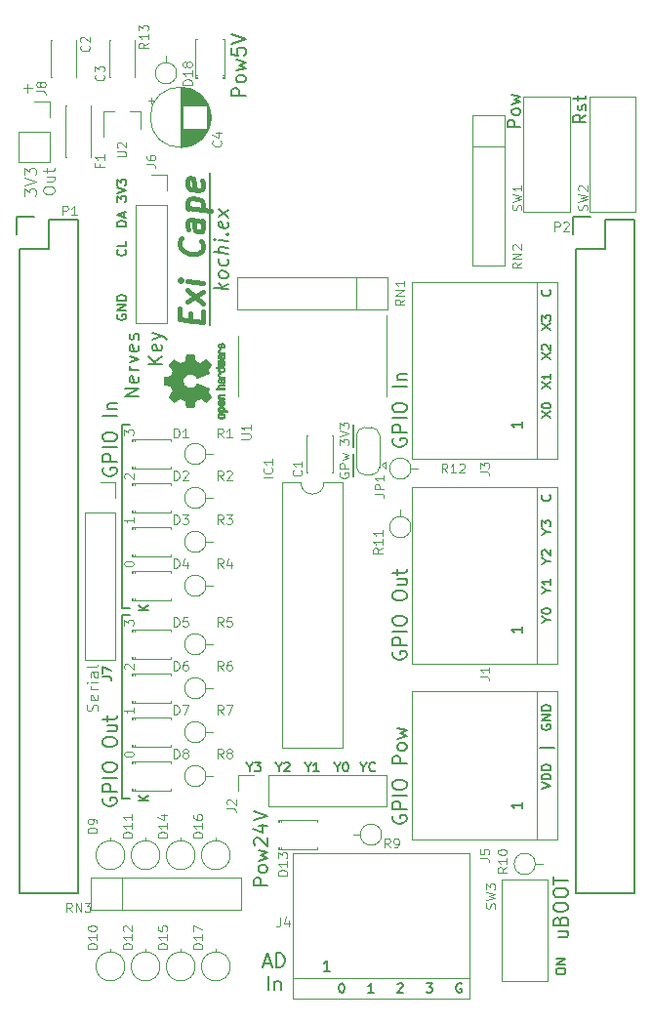
<source format=gto>
G04 #@! TF.GenerationSoftware,KiCad,Pcbnew,(5.1.6)-1*
G04 #@! TF.CreationDate,2020-08-19T07:45:27+09:00*
G04 #@! TF.ProjectId,ExiCape,45786943-6170-4652-9e6b-696361645f70,Rev.2.0*
G04 #@! TF.SameCoordinates,Original*
G04 #@! TF.FileFunction,Legend,Top*
G04 #@! TF.FilePolarity,Positive*
%FSLAX46Y46*%
G04 Gerber Fmt 4.6, Leading zero omitted, Abs format (unit mm)*
G04 Created by KiCad (PCBNEW (5.1.6)-1) date 2020-08-19 07:45:27*
%MOMM*%
%LPD*%
G01*
G04 APERTURE LIST*
%ADD10C,0.120000*%
%ADD11C,0.150000*%
%ADD12C,0.200000*%
%ADD13C,0.400000*%
%ADD14C,0.010000*%
G04 APERTURE END LIST*
D10*
X115806528Y-50063352D02*
X115806528Y-49301447D01*
X116187480Y-49682400D02*
X115425576Y-49682400D01*
X124263195Y-83565971D02*
X124225100Y-83527876D01*
X124187004Y-83451685D01*
X124187004Y-83261209D01*
X124225100Y-83185019D01*
X124263195Y-83146923D01*
X124339385Y-83108828D01*
X124415576Y-83108828D01*
X124529861Y-83146923D01*
X124987004Y-83604066D01*
X124987004Y-83108828D01*
X124987004Y-86918828D02*
X124987004Y-87375971D01*
X124987004Y-87147400D02*
X124187004Y-87147400D01*
X124301290Y-87223590D01*
X124377480Y-87299780D01*
X124415576Y-87375971D01*
X124187004Y-79794066D02*
X124187004Y-79298828D01*
X124491766Y-79565495D01*
X124491766Y-79451209D01*
X124529861Y-79375019D01*
X124567957Y-79336923D01*
X124644147Y-79298828D01*
X124834623Y-79298828D01*
X124910814Y-79336923D01*
X124948909Y-79375019D01*
X124987004Y-79451209D01*
X124987004Y-79679780D01*
X124948909Y-79755971D01*
X124910814Y-79794066D01*
X124187004Y-90995495D02*
X124187004Y-90919304D01*
X124225100Y-90843114D01*
X124263195Y-90805019D01*
X124339385Y-90766923D01*
X124491766Y-90728828D01*
X124682242Y-90728828D01*
X124834623Y-90766923D01*
X124910814Y-90805019D01*
X124948909Y-90843114D01*
X124987004Y-90919304D01*
X124987004Y-90995495D01*
X124948909Y-91071685D01*
X124910814Y-91109780D01*
X124834623Y-91147876D01*
X124682242Y-91185971D01*
X124491766Y-91185971D01*
X124339385Y-91147876D01*
X124263195Y-91109780D01*
X124225100Y-91071685D01*
X124187004Y-90995495D01*
X124187004Y-96304066D02*
X124187004Y-95808828D01*
X124491766Y-96075495D01*
X124491766Y-95961209D01*
X124529861Y-95885019D01*
X124567957Y-95846923D01*
X124644147Y-95808828D01*
X124834623Y-95808828D01*
X124910814Y-95846923D01*
X124948909Y-95885019D01*
X124987004Y-95961209D01*
X124987004Y-96189780D01*
X124948909Y-96265971D01*
X124910814Y-96304066D01*
X124263195Y-100075971D02*
X124225100Y-100037876D01*
X124187004Y-99961685D01*
X124187004Y-99771209D01*
X124225100Y-99695019D01*
X124263195Y-99656923D01*
X124339385Y-99618828D01*
X124415576Y-99618828D01*
X124529861Y-99656923D01*
X124987004Y-100114066D01*
X124987004Y-99618828D01*
X124987004Y-103428828D02*
X124987004Y-103885971D01*
X124987004Y-103657400D02*
X124187004Y-103657400D01*
X124301290Y-103733590D01*
X124377480Y-103809780D01*
X124415576Y-103885971D01*
X124187004Y-107505495D02*
X124187004Y-107429304D01*
X124225100Y-107353114D01*
X124263195Y-107315019D01*
X124339385Y-107276923D01*
X124491766Y-107238828D01*
X124682242Y-107238828D01*
X124834623Y-107276923D01*
X124910814Y-107315019D01*
X124948909Y-107353114D01*
X124987004Y-107429304D01*
X124987004Y-107505495D01*
X124948909Y-107581685D01*
X124910814Y-107619780D01*
X124834623Y-107657876D01*
X124682242Y-107695971D01*
X124491766Y-107695971D01*
X124339385Y-107657876D01*
X124263195Y-107619780D01*
X124225100Y-107581685D01*
X124187004Y-107505495D01*
X142856004Y-80644876D02*
X142856004Y-80149638D01*
X143160766Y-80416304D01*
X143160766Y-80302019D01*
X143198861Y-80225828D01*
X143236957Y-80187733D01*
X143313147Y-80149638D01*
X143503623Y-80149638D01*
X143579814Y-80187733D01*
X143617909Y-80225828D01*
X143656004Y-80302019D01*
X143656004Y-80530590D01*
X143617909Y-80606780D01*
X143579814Y-80644876D01*
X142856004Y-79921066D02*
X143656004Y-79654400D01*
X142856004Y-79387733D01*
X142856004Y-79197257D02*
X142856004Y-78702019D01*
X143160766Y-78968685D01*
X143160766Y-78854400D01*
X143198861Y-78778209D01*
X143236957Y-78740114D01*
X143313147Y-78702019D01*
X143503623Y-78702019D01*
X143579814Y-78740114D01*
X143617909Y-78778209D01*
X143656004Y-78854400D01*
X143656004Y-79082971D01*
X143617909Y-79159161D01*
X143579814Y-79197257D01*
X142894100Y-83057923D02*
X142856004Y-83134114D01*
X142856004Y-83248400D01*
X142894100Y-83362685D01*
X142970290Y-83438876D01*
X143046480Y-83476971D01*
X143198861Y-83515066D01*
X143313147Y-83515066D01*
X143465528Y-83476971D01*
X143541719Y-83438876D01*
X143617909Y-83362685D01*
X143656004Y-83248400D01*
X143656004Y-83172209D01*
X143617909Y-83057923D01*
X143579814Y-83019828D01*
X143313147Y-83019828D01*
X143313147Y-83172209D01*
X143656004Y-82676971D02*
X142856004Y-82676971D01*
X142856004Y-82372209D01*
X142894100Y-82296019D01*
X142932195Y-82257923D01*
X143008385Y-82219828D01*
X143122671Y-82219828D01*
X143198861Y-82257923D01*
X143236957Y-82296019D01*
X143275052Y-82372209D01*
X143275052Y-82676971D01*
X143122671Y-81953161D02*
X143656004Y-81800780D01*
X143275052Y-81648400D01*
X143656004Y-81496019D01*
X143122671Y-81343638D01*
D11*
X144056100Y-80797400D02*
X144056100Y-78892400D01*
X144056100Y-81432400D02*
X144056100Y-83337400D01*
D10*
X115520480Y-59048495D02*
X115520480Y-58429447D01*
X115901433Y-58762780D01*
X115901433Y-58619923D01*
X115949052Y-58524685D01*
X115996671Y-58477066D01*
X116091909Y-58429447D01*
X116330004Y-58429447D01*
X116425242Y-58477066D01*
X116472861Y-58524685D01*
X116520480Y-58619923D01*
X116520480Y-58905638D01*
X116472861Y-59000876D01*
X116425242Y-59048495D01*
X115520480Y-58143733D02*
X116520480Y-57810400D01*
X115520480Y-57477066D01*
X115520480Y-57238971D02*
X115520480Y-56619923D01*
X115901433Y-56953257D01*
X115901433Y-56810400D01*
X115949052Y-56715161D01*
X115996671Y-56667542D01*
X116091909Y-56619923D01*
X116330004Y-56619923D01*
X116425242Y-56667542D01*
X116472861Y-56715161D01*
X116520480Y-56810400D01*
X116520480Y-57096114D01*
X116472861Y-57191352D01*
X116425242Y-57238971D01*
X117140480Y-58643733D02*
X117140480Y-58453257D01*
X117188100Y-58358019D01*
X117283338Y-58262780D01*
X117473814Y-58215161D01*
X117807147Y-58215161D01*
X117997623Y-58262780D01*
X118092861Y-58358019D01*
X118140480Y-58453257D01*
X118140480Y-58643733D01*
X118092861Y-58738971D01*
X117997623Y-58834209D01*
X117807147Y-58881828D01*
X117473814Y-58881828D01*
X117283338Y-58834209D01*
X117188100Y-58738971D01*
X117140480Y-58643733D01*
X117473814Y-57358019D02*
X118140480Y-57358019D01*
X117473814Y-57786590D02*
X117997623Y-57786590D01*
X118092861Y-57738971D01*
X118140480Y-57643733D01*
X118140480Y-57500876D01*
X118092861Y-57405638D01*
X118045242Y-57358019D01*
X117473814Y-57024685D02*
X117473814Y-56643733D01*
X117140480Y-56881828D02*
X117997623Y-56881828D01*
X118092861Y-56834209D01*
X118140480Y-56738971D01*
X118140480Y-56643733D01*
D12*
X122374100Y-111273828D02*
X122316957Y-111388114D01*
X122316957Y-111559542D01*
X122374100Y-111730971D01*
X122488385Y-111845257D01*
X122602671Y-111902400D01*
X122831242Y-111959542D01*
X123002671Y-111959542D01*
X123231242Y-111902400D01*
X123345528Y-111845257D01*
X123459814Y-111730971D01*
X123516957Y-111559542D01*
X123516957Y-111445257D01*
X123459814Y-111273828D01*
X123402671Y-111216685D01*
X123002671Y-111216685D01*
X123002671Y-111445257D01*
X123516957Y-110702400D02*
X122316957Y-110702400D01*
X122316957Y-110245257D01*
X122374100Y-110130971D01*
X122431242Y-110073828D01*
X122545528Y-110016685D01*
X122716957Y-110016685D01*
X122831242Y-110073828D01*
X122888385Y-110130971D01*
X122945528Y-110245257D01*
X122945528Y-110702400D01*
X123516957Y-109502400D02*
X122316957Y-109502400D01*
X122316957Y-108702400D02*
X122316957Y-108473828D01*
X122374100Y-108359542D01*
X122488385Y-108245257D01*
X122716957Y-108188114D01*
X123116957Y-108188114D01*
X123345528Y-108245257D01*
X123459814Y-108359542D01*
X123516957Y-108473828D01*
X123516957Y-108702400D01*
X123459814Y-108816685D01*
X123345528Y-108930971D01*
X123116957Y-108988114D01*
X122716957Y-108988114D01*
X122488385Y-108930971D01*
X122374100Y-108816685D01*
X122316957Y-108702400D01*
X122316957Y-106530971D02*
X122316957Y-106302400D01*
X122374100Y-106188114D01*
X122488385Y-106073828D01*
X122716957Y-106016685D01*
X123116957Y-106016685D01*
X123345528Y-106073828D01*
X123459814Y-106188114D01*
X123516957Y-106302400D01*
X123516957Y-106530971D01*
X123459814Y-106645257D01*
X123345528Y-106759542D01*
X123116957Y-106816685D01*
X122716957Y-106816685D01*
X122488385Y-106759542D01*
X122374100Y-106645257D01*
X122316957Y-106530971D01*
X122716957Y-104988114D02*
X123516957Y-104988114D01*
X122716957Y-105502400D02*
X123345528Y-105502400D01*
X123459814Y-105445257D01*
X123516957Y-105330971D01*
X123516957Y-105159542D01*
X123459814Y-105045257D01*
X123402671Y-104988114D01*
X122716957Y-104588114D02*
X122716957Y-104130971D01*
X122316957Y-104416685D02*
X123345528Y-104416685D01*
X123459814Y-104359542D01*
X123516957Y-104245257D01*
X123516957Y-104130971D01*
X122374100Y-82648114D02*
X122316957Y-82762400D01*
X122316957Y-82933828D01*
X122374100Y-83105257D01*
X122488385Y-83219542D01*
X122602671Y-83276685D01*
X122831242Y-83333828D01*
X123002671Y-83333828D01*
X123231242Y-83276685D01*
X123345528Y-83219542D01*
X123459814Y-83105257D01*
X123516957Y-82933828D01*
X123516957Y-82819542D01*
X123459814Y-82648114D01*
X123402671Y-82590971D01*
X123002671Y-82590971D01*
X123002671Y-82819542D01*
X123516957Y-82076685D02*
X122316957Y-82076685D01*
X122316957Y-81619542D01*
X122374100Y-81505257D01*
X122431242Y-81448114D01*
X122545528Y-81390971D01*
X122716957Y-81390971D01*
X122831242Y-81448114D01*
X122888385Y-81505257D01*
X122945528Y-81619542D01*
X122945528Y-82076685D01*
X123516957Y-80876685D02*
X122316957Y-80876685D01*
X122316957Y-80076685D02*
X122316957Y-79848114D01*
X122374100Y-79733828D01*
X122488385Y-79619542D01*
X122716957Y-79562400D01*
X123116957Y-79562400D01*
X123345528Y-79619542D01*
X123459814Y-79733828D01*
X123516957Y-79848114D01*
X123516957Y-80076685D01*
X123459814Y-80190971D01*
X123345528Y-80305257D01*
X123116957Y-80362400D01*
X122716957Y-80362400D01*
X122488385Y-80305257D01*
X122374100Y-80190971D01*
X122316957Y-80076685D01*
X123516957Y-78133828D02*
X122316957Y-78133828D01*
X122716957Y-77562400D02*
X123516957Y-77562400D01*
X122831242Y-77562400D02*
X122774100Y-77505257D01*
X122716957Y-77390971D01*
X122716957Y-77219542D01*
X122774100Y-77105257D01*
X122888385Y-77048114D01*
X123516957Y-77048114D01*
D11*
X123990100Y-111277400D02*
X124625100Y-111277400D01*
X123990100Y-95402400D02*
X123990100Y-111277400D01*
X124625100Y-95402400D02*
X123990100Y-95402400D01*
X123990100Y-78892400D02*
X124625100Y-78892400D01*
X123990100Y-94767400D02*
X123990100Y-78892400D01*
X124625100Y-94767400D02*
X123990100Y-94767400D01*
D12*
X136597957Y-118865257D02*
X135397957Y-118865257D01*
X135397957Y-118408114D01*
X135455100Y-118293828D01*
X135512242Y-118236685D01*
X135626528Y-118179542D01*
X135797957Y-118179542D01*
X135912242Y-118236685D01*
X135969385Y-118293828D01*
X136026528Y-118408114D01*
X136026528Y-118865257D01*
X136597957Y-117493828D02*
X136540814Y-117608114D01*
X136483671Y-117665257D01*
X136369385Y-117722400D01*
X136026528Y-117722400D01*
X135912242Y-117665257D01*
X135855100Y-117608114D01*
X135797957Y-117493828D01*
X135797957Y-117322400D01*
X135855100Y-117208114D01*
X135912242Y-117150971D01*
X136026528Y-117093828D01*
X136369385Y-117093828D01*
X136483671Y-117150971D01*
X136540814Y-117208114D01*
X136597957Y-117322400D01*
X136597957Y-117493828D01*
X135797957Y-116693828D02*
X136597957Y-116465257D01*
X136026528Y-116236685D01*
X136597957Y-116008114D01*
X135797957Y-115779542D01*
X135512242Y-115379542D02*
X135455100Y-115322400D01*
X135397957Y-115208114D01*
X135397957Y-114922400D01*
X135455100Y-114808114D01*
X135512242Y-114750971D01*
X135626528Y-114693828D01*
X135740814Y-114693828D01*
X135912242Y-114750971D01*
X136597957Y-115436685D01*
X136597957Y-114693828D01*
X135797957Y-113665257D02*
X136597957Y-113665257D01*
X135340814Y-113950971D02*
X136197957Y-114236685D01*
X136197957Y-113493828D01*
X135397957Y-113208114D02*
X136597957Y-112808114D01*
X135397957Y-112408114D01*
D11*
X124275814Y-63728590D02*
X124313909Y-63766685D01*
X124352004Y-63880971D01*
X124352004Y-63957161D01*
X124313909Y-64071447D01*
X124237719Y-64147638D01*
X124161528Y-64185733D01*
X124009147Y-64223828D01*
X123894861Y-64223828D01*
X123742480Y-64185733D01*
X123666290Y-64147638D01*
X123590100Y-64071447D01*
X123552004Y-63957161D01*
X123552004Y-63880971D01*
X123590100Y-63766685D01*
X123628195Y-63728590D01*
X124352004Y-63004780D02*
X124352004Y-63385733D01*
X123552004Y-63385733D01*
X131610100Y-70256400D02*
X131610100Y-57048400D01*
X133168957Y-67141373D02*
X131968957Y-66991373D01*
X132711814Y-66969944D02*
X133168957Y-66684230D01*
X132368957Y-66584230D02*
X132826100Y-67098516D01*
X133168957Y-65998516D02*
X133111814Y-66105658D01*
X133054671Y-66155658D01*
X132940385Y-66198516D01*
X132597528Y-66155658D01*
X132483242Y-66084230D01*
X132426100Y-66019944D01*
X132368957Y-65898516D01*
X132368957Y-65727087D01*
X132426100Y-65619944D01*
X132483242Y-65569944D01*
X132597528Y-65527087D01*
X132940385Y-65569944D01*
X133054671Y-65641373D01*
X133111814Y-65705658D01*
X133168957Y-65827087D01*
X133168957Y-65998516D01*
X133111814Y-64562801D02*
X133168957Y-64684230D01*
X133168957Y-64912801D01*
X133111814Y-65019944D01*
X133054671Y-65069944D01*
X132940385Y-65112801D01*
X132597528Y-65069944D01*
X132483242Y-64998516D01*
X132426100Y-64934230D01*
X132368957Y-64812801D01*
X132368957Y-64584230D01*
X132426100Y-64477087D01*
X133168957Y-64055658D02*
X131968957Y-63905658D01*
X133168957Y-63541373D02*
X132540385Y-63462801D01*
X132426100Y-63505658D01*
X132368957Y-63612801D01*
X132368957Y-63784230D01*
X132426100Y-63905658D01*
X132483242Y-63969944D01*
X133168957Y-62969944D02*
X132368957Y-62869944D01*
X131968957Y-62819944D02*
X132026100Y-62884230D01*
X132083242Y-62834230D01*
X132026100Y-62769944D01*
X131968957Y-62819944D01*
X132083242Y-62834230D01*
X133054671Y-62384230D02*
X133111814Y-62334230D01*
X133168957Y-62398516D01*
X133111814Y-62448516D01*
X133054671Y-62384230D01*
X133168957Y-62398516D01*
X133111814Y-61362801D02*
X133168957Y-61484230D01*
X133168957Y-61712801D01*
X133111814Y-61819944D01*
X132997528Y-61862801D01*
X132540385Y-61805658D01*
X132426100Y-61734230D01*
X132368957Y-61612801D01*
X132368957Y-61384230D01*
X132426100Y-61277087D01*
X132540385Y-61234230D01*
X132654671Y-61248516D01*
X132768957Y-61834230D01*
X133168957Y-60912801D02*
X132368957Y-60184230D01*
X132368957Y-60812801D02*
X133168957Y-60284230D01*
X144926100Y-108591352D02*
X144926100Y-108972304D01*
X144659433Y-108172304D02*
X144926100Y-108591352D01*
X145192766Y-108172304D01*
X145916576Y-108896114D02*
X145878480Y-108934209D01*
X145764195Y-108972304D01*
X145688004Y-108972304D01*
X145573719Y-108934209D01*
X145497528Y-108858019D01*
X145459433Y-108781828D01*
X145421338Y-108629447D01*
X145421338Y-108515161D01*
X145459433Y-108362780D01*
X145497528Y-108286590D01*
X145573719Y-108210400D01*
X145688004Y-108172304D01*
X145764195Y-108172304D01*
X145878480Y-108210400D01*
X145916576Y-108248495D01*
X135039147Y-108591352D02*
X135039147Y-108972304D01*
X134772480Y-108172304D02*
X135039147Y-108591352D01*
X135305814Y-108172304D01*
X135496290Y-108172304D02*
X135991528Y-108172304D01*
X135724861Y-108477066D01*
X135839147Y-108477066D01*
X135915338Y-108515161D01*
X135953433Y-108553257D01*
X135991528Y-108629447D01*
X135991528Y-108819923D01*
X135953433Y-108896114D01*
X135915338Y-108934209D01*
X135839147Y-108972304D01*
X135610576Y-108972304D01*
X135534385Y-108934209D01*
X135496290Y-108896114D01*
X137579147Y-108591352D02*
X137579147Y-108972304D01*
X137312480Y-108172304D02*
X137579147Y-108591352D01*
X137845814Y-108172304D01*
X138074385Y-108248495D02*
X138112480Y-108210400D01*
X138188671Y-108172304D01*
X138379147Y-108172304D01*
X138455338Y-108210400D01*
X138493433Y-108248495D01*
X138531528Y-108324685D01*
X138531528Y-108400876D01*
X138493433Y-108515161D01*
X138036290Y-108972304D01*
X138531528Y-108972304D01*
X140119147Y-108591352D02*
X140119147Y-108972304D01*
X139852480Y-108172304D02*
X140119147Y-108591352D01*
X140385814Y-108172304D01*
X141071528Y-108972304D02*
X140614385Y-108972304D01*
X140842957Y-108972304D02*
X140842957Y-108172304D01*
X140766766Y-108286590D01*
X140690576Y-108362780D01*
X140614385Y-108400876D01*
X142659147Y-108591352D02*
X142659147Y-108972304D01*
X142392480Y-108172304D02*
X142659147Y-108591352D01*
X142925814Y-108172304D01*
X143344861Y-108172304D02*
X143421052Y-108172304D01*
X143497242Y-108210400D01*
X143535338Y-108248495D01*
X143573433Y-108324685D01*
X143611528Y-108477066D01*
X143611528Y-108667542D01*
X143573433Y-108819923D01*
X143535338Y-108896114D01*
X143497242Y-108934209D01*
X143421052Y-108972304D01*
X143344861Y-108972304D01*
X143268671Y-108934209D01*
X143230576Y-108896114D01*
X143192480Y-108819923D01*
X143154385Y-108667542D01*
X143154385Y-108477066D01*
X143192480Y-108324685D01*
X143230576Y-108248495D01*
X143268671Y-108210400D01*
X143344861Y-108172304D01*
D12*
X164238719Y-52006447D02*
X163714909Y-52373114D01*
X164238719Y-52635019D02*
X163138719Y-52635019D01*
X163138719Y-52215971D01*
X163191100Y-52111209D01*
X163243480Y-52058828D01*
X163348242Y-52006447D01*
X163505385Y-52006447D01*
X163610147Y-52058828D01*
X163662528Y-52111209D01*
X163714909Y-52215971D01*
X163714909Y-52635019D01*
X164186338Y-51587400D02*
X164238719Y-51482638D01*
X164238719Y-51273114D01*
X164186338Y-51168352D01*
X164081576Y-51115971D01*
X164029195Y-51115971D01*
X163924433Y-51168352D01*
X163872052Y-51273114D01*
X163872052Y-51430257D01*
X163819671Y-51535019D01*
X163714909Y-51587400D01*
X163662528Y-51587400D01*
X163557766Y-51535019D01*
X163505385Y-51430257D01*
X163505385Y-51273114D01*
X163557766Y-51168352D01*
X163505385Y-50801685D02*
X163505385Y-50382638D01*
X163138719Y-50644542D02*
X164081576Y-50644542D01*
X164186338Y-50592161D01*
X164238719Y-50487400D01*
X164238719Y-50382638D01*
D11*
X126257004Y-94976923D02*
X125457004Y-94976923D01*
X126257004Y-94519780D02*
X125799861Y-94862638D01*
X125457004Y-94519780D02*
X125914147Y-94976923D01*
X126257004Y-111486923D02*
X125457004Y-111486923D01*
X126257004Y-111029780D02*
X125799861Y-111372638D01*
X125457004Y-111029780D02*
X125914147Y-111486923D01*
X123590100Y-69341923D02*
X123552004Y-69418114D01*
X123552004Y-69532400D01*
X123590100Y-69646685D01*
X123666290Y-69722876D01*
X123742480Y-69760971D01*
X123894861Y-69799066D01*
X124009147Y-69799066D01*
X124161528Y-69760971D01*
X124237719Y-69722876D01*
X124313909Y-69646685D01*
X124352004Y-69532400D01*
X124352004Y-69456209D01*
X124313909Y-69341923D01*
X124275814Y-69303828D01*
X124009147Y-69303828D01*
X124009147Y-69456209D01*
X124352004Y-68960971D02*
X123552004Y-68960971D01*
X124352004Y-68503828D01*
X123552004Y-68503828D01*
X124352004Y-68122876D02*
X123552004Y-68122876D01*
X123552004Y-67932400D01*
X123590100Y-67818114D01*
X123666290Y-67741923D01*
X123742480Y-67703828D01*
X123894861Y-67665733D01*
X124009147Y-67665733D01*
X124161528Y-67703828D01*
X124237719Y-67741923D01*
X124313909Y-67818114D01*
X124352004Y-67932400D01*
X124352004Y-68122876D01*
X123552004Y-59562876D02*
X123552004Y-59067638D01*
X123856766Y-59334304D01*
X123856766Y-59220019D01*
X123894861Y-59143828D01*
X123932957Y-59105733D01*
X124009147Y-59067638D01*
X124199623Y-59067638D01*
X124275814Y-59105733D01*
X124313909Y-59143828D01*
X124352004Y-59220019D01*
X124352004Y-59448590D01*
X124313909Y-59524780D01*
X124275814Y-59562876D01*
X123552004Y-58839066D02*
X124352004Y-58572400D01*
X123552004Y-58305733D01*
X123552004Y-58115257D02*
X123552004Y-57620019D01*
X123856766Y-57886685D01*
X123856766Y-57772400D01*
X123894861Y-57696209D01*
X123932957Y-57658114D01*
X124009147Y-57620019D01*
X124199623Y-57620019D01*
X124275814Y-57658114D01*
X124313909Y-57696209D01*
X124352004Y-57772400D01*
X124352004Y-58000971D01*
X124313909Y-58077161D01*
X124275814Y-58115257D01*
X124352004Y-61664780D02*
X123552004Y-61664780D01*
X123552004Y-61474304D01*
X123590100Y-61360019D01*
X123666290Y-61283828D01*
X123742480Y-61245733D01*
X123894861Y-61207638D01*
X124009147Y-61207638D01*
X124161528Y-61245733D01*
X124237719Y-61283828D01*
X124313909Y-61360019D01*
X124352004Y-61474304D01*
X124352004Y-61664780D01*
X124123433Y-60902876D02*
X124123433Y-60521923D01*
X124352004Y-60979066D02*
X123552004Y-60712400D01*
X124352004Y-60445733D01*
D12*
X125437957Y-76424542D02*
X124237957Y-76424542D01*
X125437957Y-75738828D01*
X124237957Y-75738828D01*
X125380814Y-74710257D02*
X125437957Y-74824542D01*
X125437957Y-75053114D01*
X125380814Y-75167399D01*
X125266528Y-75224542D01*
X124809385Y-75224542D01*
X124695100Y-75167399D01*
X124637957Y-75053114D01*
X124637957Y-74824542D01*
X124695100Y-74710257D01*
X124809385Y-74653114D01*
X124923671Y-74653114D01*
X125037957Y-75224542D01*
X125437957Y-74138828D02*
X124637957Y-74138828D01*
X124866528Y-74138828D02*
X124752242Y-74081685D01*
X124695100Y-74024542D01*
X124637957Y-73910257D01*
X124637957Y-73795971D01*
X124637957Y-73510257D02*
X125437957Y-73224542D01*
X124637957Y-72938828D01*
X125380814Y-72024542D02*
X125437957Y-72138828D01*
X125437957Y-72367400D01*
X125380814Y-72481685D01*
X125266528Y-72538828D01*
X124809385Y-72538828D01*
X124695100Y-72481685D01*
X124637957Y-72367400D01*
X124637957Y-72138828D01*
X124695100Y-72024542D01*
X124809385Y-71967400D01*
X124923671Y-71967400D01*
X125037957Y-72538828D01*
X125380814Y-71510257D02*
X125437957Y-71395971D01*
X125437957Y-71167400D01*
X125380814Y-71053114D01*
X125266528Y-70995971D01*
X125209385Y-70995971D01*
X125095100Y-71053114D01*
X125037957Y-71167400D01*
X125037957Y-71338828D01*
X124980814Y-71453114D01*
X124866528Y-71510257D01*
X124809385Y-71510257D01*
X124695100Y-71453114D01*
X124637957Y-71338828D01*
X124637957Y-71167400D01*
X124695100Y-71053114D01*
X127437957Y-73624542D02*
X126237957Y-73624542D01*
X127437957Y-72938828D02*
X126752242Y-73453114D01*
X126237957Y-72938828D02*
X126923671Y-73624542D01*
X127380814Y-71967400D02*
X127437957Y-72081685D01*
X127437957Y-72310257D01*
X127380814Y-72424542D01*
X127266528Y-72481685D01*
X126809385Y-72481685D01*
X126695100Y-72424542D01*
X126637957Y-72310257D01*
X126637957Y-72081685D01*
X126695100Y-71967400D01*
X126809385Y-71910257D01*
X126923671Y-71910257D01*
X127037957Y-72481685D01*
X126637957Y-71510257D02*
X127437957Y-71224542D01*
X126637957Y-70938828D02*
X127437957Y-71224542D01*
X127723671Y-71338828D01*
X127780814Y-71395971D01*
X127837957Y-71510257D01*
D10*
X121854861Y-103728590D02*
X121902480Y-103585733D01*
X121902480Y-103347638D01*
X121854861Y-103252400D01*
X121807242Y-103204780D01*
X121712004Y-103157161D01*
X121616766Y-103157161D01*
X121521528Y-103204780D01*
X121473909Y-103252400D01*
X121426290Y-103347638D01*
X121378671Y-103538114D01*
X121331052Y-103633352D01*
X121283433Y-103680971D01*
X121188195Y-103728590D01*
X121092957Y-103728590D01*
X120997719Y-103680971D01*
X120950100Y-103633352D01*
X120902480Y-103538114D01*
X120902480Y-103300019D01*
X120950100Y-103157161D01*
X121854861Y-102347638D02*
X121902480Y-102442876D01*
X121902480Y-102633352D01*
X121854861Y-102728590D01*
X121759623Y-102776209D01*
X121378671Y-102776209D01*
X121283433Y-102728590D01*
X121235814Y-102633352D01*
X121235814Y-102442876D01*
X121283433Y-102347638D01*
X121378671Y-102300019D01*
X121473909Y-102300019D01*
X121569147Y-102776209D01*
X121902480Y-101871447D02*
X121235814Y-101871447D01*
X121426290Y-101871447D02*
X121331052Y-101823828D01*
X121283433Y-101776209D01*
X121235814Y-101680971D01*
X121235814Y-101585733D01*
X121902480Y-101252400D02*
X121235814Y-101252400D01*
X120902480Y-101252400D02*
X120950100Y-101300019D01*
X120997719Y-101252400D01*
X120950100Y-101204780D01*
X120902480Y-101252400D01*
X120997719Y-101252400D01*
X121902480Y-100347638D02*
X121378671Y-100347638D01*
X121283433Y-100395257D01*
X121235814Y-100490495D01*
X121235814Y-100680971D01*
X121283433Y-100776209D01*
X121854861Y-100347638D02*
X121902480Y-100442876D01*
X121902480Y-100680971D01*
X121854861Y-100776209D01*
X121759623Y-100823828D01*
X121664385Y-100823828D01*
X121569147Y-100776209D01*
X121521528Y-100680971D01*
X121521528Y-100442876D01*
X121473909Y-100347638D01*
X121902480Y-99728590D02*
X121854861Y-99823828D01*
X121759623Y-99871447D01*
X120902480Y-99871447D01*
D11*
X161652004Y-126377638D02*
X161652004Y-126225257D01*
X161690100Y-126149066D01*
X161766290Y-126072876D01*
X161918671Y-126034780D01*
X162185338Y-126034780D01*
X162337719Y-126072876D01*
X162413909Y-126149066D01*
X162452004Y-126225257D01*
X162452004Y-126377638D01*
X162413909Y-126453828D01*
X162337719Y-126530019D01*
X162185338Y-126568114D01*
X161918671Y-126568114D01*
X161766290Y-126530019D01*
X161690100Y-126453828D01*
X161652004Y-126377638D01*
X162452004Y-125691923D02*
X161652004Y-125691923D01*
X162452004Y-125234780D01*
X161652004Y-125234780D01*
D12*
X161832957Y-122859542D02*
X162632957Y-122859542D01*
X161832957Y-123373828D02*
X162461528Y-123373828D01*
X162575814Y-123316685D01*
X162632957Y-123202400D01*
X162632957Y-123030971D01*
X162575814Y-122916685D01*
X162518671Y-122859542D01*
X162004385Y-121888114D02*
X162061528Y-121716685D01*
X162118671Y-121659542D01*
X162232957Y-121602400D01*
X162404385Y-121602400D01*
X162518671Y-121659542D01*
X162575814Y-121716685D01*
X162632957Y-121830971D01*
X162632957Y-122288114D01*
X161432957Y-122288114D01*
X161432957Y-121888114D01*
X161490100Y-121773828D01*
X161547242Y-121716685D01*
X161661528Y-121659542D01*
X161775814Y-121659542D01*
X161890100Y-121716685D01*
X161947242Y-121773828D01*
X162004385Y-121888114D01*
X162004385Y-122288114D01*
X161432957Y-120859542D02*
X161432957Y-120630971D01*
X161490100Y-120516685D01*
X161604385Y-120402400D01*
X161832957Y-120345257D01*
X162232957Y-120345257D01*
X162461528Y-120402400D01*
X162575814Y-120516685D01*
X162632957Y-120630971D01*
X162632957Y-120859542D01*
X162575814Y-120973828D01*
X162461528Y-121088114D01*
X162232957Y-121145257D01*
X161832957Y-121145257D01*
X161604385Y-121088114D01*
X161490100Y-120973828D01*
X161432957Y-120859542D01*
X161432957Y-119602400D02*
X161432957Y-119373828D01*
X161490100Y-119259542D01*
X161604385Y-119145257D01*
X161832957Y-119088114D01*
X162232957Y-119088114D01*
X162461528Y-119145257D01*
X162575814Y-119259542D01*
X162632957Y-119373828D01*
X162632957Y-119602400D01*
X162575814Y-119716685D01*
X162461528Y-119830971D01*
X162232957Y-119888114D01*
X161832957Y-119888114D01*
X161604385Y-119830971D01*
X161490100Y-119716685D01*
X161432957Y-119602400D01*
X161432957Y-118745257D02*
X161432957Y-118059542D01*
X162632957Y-118402400D02*
X161432957Y-118402400D01*
D11*
X153409623Y-127387400D02*
X153333433Y-127349304D01*
X153219147Y-127349304D01*
X153104861Y-127387400D01*
X153028671Y-127463590D01*
X152990576Y-127539780D01*
X152952480Y-127692161D01*
X152952480Y-127806447D01*
X152990576Y-127958828D01*
X153028671Y-128035019D01*
X153104861Y-128111209D01*
X153219147Y-128149304D01*
X153295338Y-128149304D01*
X153409623Y-128111209D01*
X153447719Y-128073114D01*
X153447719Y-127806447D01*
X153295338Y-127806447D01*
X150393433Y-127349304D02*
X150888671Y-127349304D01*
X150622004Y-127654066D01*
X150736290Y-127654066D01*
X150812480Y-127692161D01*
X150850576Y-127730257D01*
X150888671Y-127806447D01*
X150888671Y-127996923D01*
X150850576Y-128073114D01*
X150812480Y-128111209D01*
X150736290Y-128149304D01*
X150507719Y-128149304D01*
X150431528Y-128111209D01*
X150393433Y-128073114D01*
X147891528Y-127425495D02*
X147929623Y-127387400D01*
X148005814Y-127349304D01*
X148196290Y-127349304D01*
X148272480Y-127387400D01*
X148310576Y-127425495D01*
X148348671Y-127501685D01*
X148348671Y-127577876D01*
X148310576Y-127692161D01*
X147853433Y-128149304D01*
X148348671Y-128149304D01*
X145808671Y-128149304D02*
X145351528Y-128149304D01*
X145580100Y-128149304D02*
X145580100Y-127349304D01*
X145503909Y-127463590D01*
X145427719Y-127539780D01*
X145351528Y-127577876D01*
X143002004Y-127349304D02*
X143078195Y-127349304D01*
X143154385Y-127387400D01*
X143192480Y-127425495D01*
X143230576Y-127501685D01*
X143268671Y-127654066D01*
X143268671Y-127844542D01*
X143230576Y-127996923D01*
X143192480Y-128073114D01*
X143154385Y-128111209D01*
X143078195Y-128149304D01*
X143002004Y-128149304D01*
X142925814Y-128111209D01*
X142887719Y-128073114D01*
X142849623Y-127996923D01*
X142811528Y-127844542D01*
X142811528Y-127654066D01*
X142849623Y-127501685D01*
X142887719Y-127425495D01*
X142925814Y-127387400D01*
X143002004Y-127349304D01*
D12*
X136312385Y-125590400D02*
X136883814Y-125590400D01*
X136198100Y-125933257D02*
X136598100Y-124733257D01*
X136998100Y-125933257D01*
X137398100Y-125933257D02*
X137398100Y-124733257D01*
X137683814Y-124733257D01*
X137855242Y-124790400D01*
X137969528Y-124904685D01*
X138026671Y-125018971D01*
X138083814Y-125247542D01*
X138083814Y-125418971D01*
X138026671Y-125647542D01*
X137969528Y-125761828D01*
X137855242Y-125876114D01*
X137683814Y-125933257D01*
X137398100Y-125933257D01*
X136655242Y-127933257D02*
X136655242Y-126733257D01*
X137226671Y-127133257D02*
X137226671Y-127933257D01*
X137226671Y-127247542D02*
X137283814Y-127190400D01*
X137398100Y-127133257D01*
X137569528Y-127133257D01*
X137683814Y-127190400D01*
X137740957Y-127304685D01*
X137740957Y-127933257D01*
D11*
X160200100Y-106952400D02*
X161470100Y-106952400D01*
X160420100Y-104901923D02*
X160382004Y-104978114D01*
X160382004Y-105092400D01*
X160420100Y-105206685D01*
X160496290Y-105282876D01*
X160572480Y-105320971D01*
X160724861Y-105359066D01*
X160839147Y-105359066D01*
X160991528Y-105320971D01*
X161067719Y-105282876D01*
X161143909Y-105206685D01*
X161182004Y-105092400D01*
X161182004Y-105016209D01*
X161143909Y-104901923D01*
X161105814Y-104863828D01*
X160839147Y-104863828D01*
X160839147Y-105016209D01*
X161182004Y-104520971D02*
X160382004Y-104520971D01*
X161182004Y-104063828D01*
X160382004Y-104063828D01*
X161182004Y-103682876D02*
X160382004Y-103682876D01*
X160382004Y-103492400D01*
X160420100Y-103378114D01*
X160496290Y-103301923D01*
X160572480Y-103263828D01*
X160724861Y-103225733D01*
X160839147Y-103225733D01*
X160991528Y-103263828D01*
X161067719Y-103301923D01*
X161143909Y-103378114D01*
X161182004Y-103492400D01*
X161182004Y-103682876D01*
X160382004Y-110439066D02*
X161182004Y-110172400D01*
X160382004Y-109905733D01*
X161182004Y-109639066D02*
X160382004Y-109639066D01*
X160382004Y-109448590D01*
X160420100Y-109334304D01*
X160496290Y-109258114D01*
X160572480Y-109220019D01*
X160724861Y-109181923D01*
X160839147Y-109181923D01*
X160991528Y-109220019D01*
X161067719Y-109258114D01*
X161143909Y-109334304D01*
X161182004Y-109448590D01*
X161182004Y-109639066D01*
X161182004Y-108839066D02*
X160382004Y-108839066D01*
X160382004Y-108648590D01*
X160420100Y-108534304D01*
X160496290Y-108458114D01*
X160572480Y-108420019D01*
X160724861Y-108381923D01*
X160839147Y-108381923D01*
X160991528Y-108420019D01*
X161067719Y-108458114D01*
X161143909Y-108534304D01*
X161182004Y-108648590D01*
X161182004Y-108839066D01*
X160801052Y-90703352D02*
X161182004Y-90703352D01*
X160382004Y-90970019D02*
X160801052Y-90703352D01*
X160382004Y-90436685D01*
X160458195Y-90208114D02*
X160420100Y-90170019D01*
X160382004Y-90093828D01*
X160382004Y-89903352D01*
X160420100Y-89827161D01*
X160458195Y-89789066D01*
X160534385Y-89750971D01*
X160610576Y-89750971D01*
X160724861Y-89789066D01*
X161182004Y-90246209D01*
X161182004Y-89750971D01*
X160801052Y-93243352D02*
X161182004Y-93243352D01*
X160382004Y-93510019D02*
X160801052Y-93243352D01*
X160382004Y-92976685D01*
X161182004Y-92290971D02*
X161182004Y-92748114D01*
X161182004Y-92519542D02*
X160382004Y-92519542D01*
X160496290Y-92595733D01*
X160572480Y-92671923D01*
X160610576Y-92748114D01*
X160801052Y-95783352D02*
X161182004Y-95783352D01*
X160382004Y-96050019D02*
X160801052Y-95783352D01*
X160382004Y-95516685D01*
X160382004Y-95097638D02*
X160382004Y-95021447D01*
X160420100Y-94945257D01*
X160458195Y-94907161D01*
X160534385Y-94869066D01*
X160686766Y-94830971D01*
X160877242Y-94830971D01*
X161029623Y-94869066D01*
X161105814Y-94907161D01*
X161143909Y-94945257D01*
X161182004Y-95021447D01*
X161182004Y-95097638D01*
X161143909Y-95173828D01*
X161105814Y-95211923D01*
X161029623Y-95250019D01*
X160877242Y-95288114D01*
X160686766Y-95288114D01*
X160534385Y-95250019D01*
X160458195Y-95211923D01*
X160420100Y-95173828D01*
X160382004Y-95097638D01*
X160801052Y-88163352D02*
X161182004Y-88163352D01*
X160382004Y-88430019D02*
X160801052Y-88163352D01*
X160382004Y-87896685D01*
X160382004Y-87706209D02*
X160382004Y-87210971D01*
X160686766Y-87477638D01*
X160686766Y-87363352D01*
X160724861Y-87287161D01*
X160762957Y-87249066D01*
X160839147Y-87210971D01*
X161029623Y-87210971D01*
X161105814Y-87249066D01*
X161143909Y-87287161D01*
X161182004Y-87363352D01*
X161182004Y-87591923D01*
X161143909Y-87668114D01*
X161105814Y-87706209D01*
X161105814Y-84994780D02*
X161143909Y-85032876D01*
X161182004Y-85147161D01*
X161182004Y-85223352D01*
X161143909Y-85337638D01*
X161067719Y-85413828D01*
X160991528Y-85451923D01*
X160839147Y-85490019D01*
X160724861Y-85490019D01*
X160572480Y-85451923D01*
X160496290Y-85413828D01*
X160420100Y-85337638D01*
X160382004Y-85223352D01*
X160382004Y-85147161D01*
X160420100Y-85032876D01*
X160458195Y-84994780D01*
X161105814Y-67214780D02*
X161143909Y-67252876D01*
X161182004Y-67367161D01*
X161182004Y-67443352D01*
X161143909Y-67557638D01*
X161067719Y-67633828D01*
X160991528Y-67671923D01*
X160839147Y-67710019D01*
X160724861Y-67710019D01*
X160572480Y-67671923D01*
X160496290Y-67633828D01*
X160420100Y-67557638D01*
X160382004Y-67443352D01*
X160382004Y-67367161D01*
X160420100Y-67252876D01*
X160458195Y-67214780D01*
X160382004Y-70650019D02*
X161182004Y-70116685D01*
X160382004Y-70116685D02*
X161182004Y-70650019D01*
X160382004Y-69888114D02*
X160382004Y-69392876D01*
X160686766Y-69659542D01*
X160686766Y-69545257D01*
X160724861Y-69469066D01*
X160762957Y-69430971D01*
X160839147Y-69392876D01*
X161029623Y-69392876D01*
X161105814Y-69430971D01*
X161143909Y-69469066D01*
X161182004Y-69545257D01*
X161182004Y-69773828D01*
X161143909Y-69850019D01*
X161105814Y-69888114D01*
X160382004Y-73190019D02*
X161182004Y-72656685D01*
X160382004Y-72656685D02*
X161182004Y-73190019D01*
X160458195Y-72390019D02*
X160420100Y-72351923D01*
X160382004Y-72275733D01*
X160382004Y-72085257D01*
X160420100Y-72009066D01*
X160458195Y-71970971D01*
X160534385Y-71932876D01*
X160610576Y-71932876D01*
X160724861Y-71970971D01*
X161182004Y-72428114D01*
X161182004Y-71932876D01*
X160382004Y-75730019D02*
X161182004Y-75196685D01*
X160382004Y-75196685D02*
X161182004Y-75730019D01*
X161182004Y-74472876D02*
X161182004Y-74930019D01*
X161182004Y-74701447D02*
X160382004Y-74701447D01*
X160496290Y-74777638D01*
X160572480Y-74853828D01*
X160610576Y-74930019D01*
X160382004Y-78270019D02*
X161182004Y-77736685D01*
X160382004Y-77736685D02*
X161182004Y-78270019D01*
X160382004Y-77279542D02*
X160382004Y-77203352D01*
X160420100Y-77127161D01*
X160458195Y-77089066D01*
X160534385Y-77050971D01*
X160686766Y-77012876D01*
X160877242Y-77012876D01*
X161029623Y-77050971D01*
X161105814Y-77089066D01*
X161143909Y-77127161D01*
X161182004Y-77203352D01*
X161182004Y-77279542D01*
X161143909Y-77355733D01*
X161105814Y-77393828D01*
X161029623Y-77431923D01*
X160877242Y-77470019D01*
X160686766Y-77470019D01*
X160534385Y-77431923D01*
X160458195Y-77393828D01*
X160420100Y-77355733D01*
X160382004Y-77279542D01*
D12*
X147520100Y-80108114D02*
X147462957Y-80222400D01*
X147462957Y-80393828D01*
X147520100Y-80565257D01*
X147634385Y-80679542D01*
X147748671Y-80736685D01*
X147977242Y-80793828D01*
X148148671Y-80793828D01*
X148377242Y-80736685D01*
X148491528Y-80679542D01*
X148605814Y-80565257D01*
X148662957Y-80393828D01*
X148662957Y-80279542D01*
X148605814Y-80108114D01*
X148548671Y-80050971D01*
X148148671Y-80050971D01*
X148148671Y-80279542D01*
X148662957Y-79536685D02*
X147462957Y-79536685D01*
X147462957Y-79079542D01*
X147520100Y-78965257D01*
X147577242Y-78908114D01*
X147691528Y-78850971D01*
X147862957Y-78850971D01*
X147977242Y-78908114D01*
X148034385Y-78965257D01*
X148091528Y-79079542D01*
X148091528Y-79536685D01*
X148662957Y-78336685D02*
X147462957Y-78336685D01*
X147462957Y-77536685D02*
X147462957Y-77308114D01*
X147520100Y-77193828D01*
X147634385Y-77079542D01*
X147862957Y-77022400D01*
X148262957Y-77022400D01*
X148491528Y-77079542D01*
X148605814Y-77193828D01*
X148662957Y-77308114D01*
X148662957Y-77536685D01*
X148605814Y-77650971D01*
X148491528Y-77765257D01*
X148262957Y-77822400D01*
X147862957Y-77822400D01*
X147634385Y-77765257D01*
X147520100Y-77650971D01*
X147462957Y-77536685D01*
X148662957Y-75593828D02*
X147462957Y-75593828D01*
X147862957Y-75022400D02*
X148662957Y-75022400D01*
X147977242Y-75022400D02*
X147920100Y-74965257D01*
X147862957Y-74850971D01*
X147862957Y-74679542D01*
X147920100Y-74565257D01*
X148034385Y-74508114D01*
X148662957Y-74508114D01*
X147520100Y-98573828D02*
X147462957Y-98688114D01*
X147462957Y-98859542D01*
X147520100Y-99030971D01*
X147634385Y-99145257D01*
X147748671Y-99202400D01*
X147977242Y-99259542D01*
X148148671Y-99259542D01*
X148377242Y-99202400D01*
X148491528Y-99145257D01*
X148605814Y-99030971D01*
X148662957Y-98859542D01*
X148662957Y-98745257D01*
X148605814Y-98573828D01*
X148548671Y-98516685D01*
X148148671Y-98516685D01*
X148148671Y-98745257D01*
X148662957Y-98002400D02*
X147462957Y-98002400D01*
X147462957Y-97545257D01*
X147520100Y-97430971D01*
X147577242Y-97373828D01*
X147691528Y-97316685D01*
X147862957Y-97316685D01*
X147977242Y-97373828D01*
X148034385Y-97430971D01*
X148091528Y-97545257D01*
X148091528Y-98002400D01*
X148662957Y-96802400D02*
X147462957Y-96802400D01*
X147462957Y-96002400D02*
X147462957Y-95773828D01*
X147520100Y-95659542D01*
X147634385Y-95545257D01*
X147862957Y-95488114D01*
X148262957Y-95488114D01*
X148491528Y-95545257D01*
X148605814Y-95659542D01*
X148662957Y-95773828D01*
X148662957Y-96002400D01*
X148605814Y-96116685D01*
X148491528Y-96230971D01*
X148262957Y-96288114D01*
X147862957Y-96288114D01*
X147634385Y-96230971D01*
X147520100Y-96116685D01*
X147462957Y-96002400D01*
X147462957Y-93830971D02*
X147462957Y-93602400D01*
X147520100Y-93488114D01*
X147634385Y-93373828D01*
X147862957Y-93316685D01*
X148262957Y-93316685D01*
X148491528Y-93373828D01*
X148605814Y-93488114D01*
X148662957Y-93602400D01*
X148662957Y-93830971D01*
X148605814Y-93945257D01*
X148491528Y-94059542D01*
X148262957Y-94116685D01*
X147862957Y-94116685D01*
X147634385Y-94059542D01*
X147520100Y-93945257D01*
X147462957Y-93830971D01*
X147862957Y-92288114D02*
X148662957Y-92288114D01*
X147862957Y-92802400D02*
X148491528Y-92802400D01*
X148605814Y-92745257D01*
X148662957Y-92630971D01*
X148662957Y-92459542D01*
X148605814Y-92345257D01*
X148548671Y-92288114D01*
X147862957Y-91888114D02*
X147862957Y-91430971D01*
X147462957Y-91716685D02*
X148491528Y-91716685D01*
X148605814Y-91659542D01*
X148662957Y-91545257D01*
X148662957Y-91430971D01*
X134692957Y-50348828D02*
X133492957Y-50348828D01*
X133492957Y-49891685D01*
X133550100Y-49777400D01*
X133607242Y-49720257D01*
X133721528Y-49663114D01*
X133892957Y-49663114D01*
X134007242Y-49720257D01*
X134064385Y-49777400D01*
X134121528Y-49891685D01*
X134121528Y-50348828D01*
X134692957Y-48977400D02*
X134635814Y-49091685D01*
X134578671Y-49148828D01*
X134464385Y-49205971D01*
X134121528Y-49205971D01*
X134007242Y-49148828D01*
X133950100Y-49091685D01*
X133892957Y-48977400D01*
X133892957Y-48805971D01*
X133950100Y-48691685D01*
X134007242Y-48634542D01*
X134121528Y-48577400D01*
X134464385Y-48577400D01*
X134578671Y-48634542D01*
X134635814Y-48691685D01*
X134692957Y-48805971D01*
X134692957Y-48977400D01*
X133892957Y-48177400D02*
X134692957Y-47948828D01*
X134121528Y-47720257D01*
X134692957Y-47491685D01*
X133892957Y-47263114D01*
X133492957Y-46234542D02*
X133492957Y-46805971D01*
X134064385Y-46863114D01*
X134007242Y-46805971D01*
X133950100Y-46691685D01*
X133950100Y-46405971D01*
X134007242Y-46291685D01*
X134064385Y-46234542D01*
X134178671Y-46177400D01*
X134464385Y-46177400D01*
X134578671Y-46234542D01*
X134635814Y-46291685D01*
X134692957Y-46405971D01*
X134692957Y-46691685D01*
X134635814Y-46805971D01*
X134578671Y-46863114D01*
X133492957Y-45834542D02*
X134692957Y-45434542D01*
X133492957Y-45034542D01*
X158523719Y-53076304D02*
X157423719Y-53076304D01*
X157423719Y-52657257D01*
X157476100Y-52552495D01*
X157528480Y-52500114D01*
X157633242Y-52447733D01*
X157790385Y-52447733D01*
X157895147Y-52500114D01*
X157947528Y-52552495D01*
X157999909Y-52657257D01*
X157999909Y-53076304D01*
X158523719Y-51819161D02*
X158471338Y-51923923D01*
X158418957Y-51976304D01*
X158314195Y-52028685D01*
X157999909Y-52028685D01*
X157895147Y-51976304D01*
X157842766Y-51923923D01*
X157790385Y-51819161D01*
X157790385Y-51662019D01*
X157842766Y-51557257D01*
X157895147Y-51504876D01*
X157999909Y-51452495D01*
X158314195Y-51452495D01*
X158418957Y-51504876D01*
X158471338Y-51557257D01*
X158523719Y-51662019D01*
X158523719Y-51819161D01*
X157790385Y-51085828D02*
X158523719Y-50876304D01*
X157999909Y-50666780D01*
X158523719Y-50457257D01*
X157790385Y-50247733D01*
X147520100Y-112800971D02*
X147462957Y-112915257D01*
X147462957Y-113086685D01*
X147520100Y-113258114D01*
X147634385Y-113372400D01*
X147748671Y-113429542D01*
X147977242Y-113486685D01*
X148148671Y-113486685D01*
X148377242Y-113429542D01*
X148491528Y-113372400D01*
X148605814Y-113258114D01*
X148662957Y-113086685D01*
X148662957Y-112972400D01*
X148605814Y-112800971D01*
X148548671Y-112743828D01*
X148148671Y-112743828D01*
X148148671Y-112972400D01*
X148662957Y-112229542D02*
X147462957Y-112229542D01*
X147462957Y-111772400D01*
X147520100Y-111658114D01*
X147577242Y-111600971D01*
X147691528Y-111543828D01*
X147862957Y-111543828D01*
X147977242Y-111600971D01*
X148034385Y-111658114D01*
X148091528Y-111772400D01*
X148091528Y-112229542D01*
X148662957Y-111029542D02*
X147462957Y-111029542D01*
X147462957Y-110229542D02*
X147462957Y-110000971D01*
X147520100Y-109886685D01*
X147634385Y-109772400D01*
X147862957Y-109715257D01*
X148262957Y-109715257D01*
X148491528Y-109772400D01*
X148605814Y-109886685D01*
X148662957Y-110000971D01*
X148662957Y-110229542D01*
X148605814Y-110343828D01*
X148491528Y-110458114D01*
X148262957Y-110515257D01*
X147862957Y-110515257D01*
X147634385Y-110458114D01*
X147520100Y-110343828D01*
X147462957Y-110229542D01*
X148662957Y-108286685D02*
X147462957Y-108286685D01*
X147462957Y-107829542D01*
X147520100Y-107715257D01*
X147577242Y-107658114D01*
X147691528Y-107600971D01*
X147862957Y-107600971D01*
X147977242Y-107658114D01*
X148034385Y-107715257D01*
X148091528Y-107829542D01*
X148091528Y-108286685D01*
X148662957Y-106915257D02*
X148605814Y-107029542D01*
X148548671Y-107086685D01*
X148434385Y-107143828D01*
X148091528Y-107143828D01*
X147977242Y-107086685D01*
X147920100Y-107029542D01*
X147862957Y-106915257D01*
X147862957Y-106743828D01*
X147920100Y-106629542D01*
X147977242Y-106572400D01*
X148091528Y-106515257D01*
X148434385Y-106515257D01*
X148548671Y-106572400D01*
X148605814Y-106629542D01*
X148662957Y-106743828D01*
X148662957Y-106915257D01*
X147862957Y-106115257D02*
X148662957Y-105886685D01*
X148091528Y-105658114D01*
X148662957Y-105429542D01*
X147862957Y-105200971D01*
D13*
X129943242Y-69872400D02*
X129943242Y-69205733D01*
X130990861Y-69050971D02*
X130990861Y-70003352D01*
X128990861Y-69753352D01*
X128990861Y-68800971D01*
X130990861Y-68384304D02*
X129657528Y-67170019D01*
X129657528Y-68217638D02*
X130990861Y-67336685D01*
X130990861Y-66574780D02*
X129657528Y-66408114D01*
X128990861Y-66324780D02*
X129086100Y-66431923D01*
X129181338Y-66348590D01*
X129086100Y-66241447D01*
X128990861Y-66324780D01*
X129181338Y-66348590D01*
X130800385Y-62931923D02*
X130895623Y-63039066D01*
X130990861Y-63336685D01*
X130990861Y-63527161D01*
X130895623Y-63800971D01*
X130705147Y-63967638D01*
X130514671Y-64039066D01*
X130133719Y-64086685D01*
X129848004Y-64050971D01*
X129467052Y-63908114D01*
X129276576Y-63789066D01*
X129086100Y-63574780D01*
X128990861Y-63277161D01*
X128990861Y-63086685D01*
X129086100Y-62812876D01*
X129181338Y-62729542D01*
X130990861Y-61241447D02*
X129943242Y-61110495D01*
X129752766Y-61181923D01*
X129657528Y-61360495D01*
X129657528Y-61741447D01*
X129752766Y-61943828D01*
X130895623Y-61229542D02*
X130990861Y-61431923D01*
X130990861Y-61908114D01*
X130895623Y-62086685D01*
X130705147Y-62158114D01*
X130514671Y-62134304D01*
X130324195Y-62015257D01*
X130228957Y-61812876D01*
X130228957Y-61336685D01*
X130133719Y-61134304D01*
X129657528Y-60122400D02*
X131657528Y-60372400D01*
X129752766Y-60134304D02*
X129657528Y-59931923D01*
X129657528Y-59550971D01*
X129752766Y-59372400D01*
X129848004Y-59289066D01*
X130038480Y-59217638D01*
X130609909Y-59289066D01*
X130800385Y-59408114D01*
X130895623Y-59515257D01*
X130990861Y-59717638D01*
X130990861Y-60098590D01*
X130895623Y-60277161D01*
X130895623Y-57705733D02*
X130990861Y-57908114D01*
X130990861Y-58289066D01*
X130895623Y-58467638D01*
X130705147Y-58539066D01*
X129943242Y-58443828D01*
X129752766Y-58324780D01*
X129657528Y-58122400D01*
X129657528Y-57741447D01*
X129752766Y-57562876D01*
X129943242Y-57491447D01*
X130133719Y-57515257D01*
X130324195Y-58491447D01*
D10*
G04 #@! TO.C,JP1*
X144326100Y-82578400D02*
X144326100Y-79778400D01*
X145026100Y-79128400D02*
X145626100Y-79128400D01*
X146326100Y-79778400D02*
X146326100Y-82578400D01*
X145626100Y-83228400D02*
X145026100Y-83228400D01*
X146526100Y-82378400D02*
X146826100Y-82678400D01*
X146826100Y-82678400D02*
X146826100Y-82078400D01*
X146526100Y-82378400D02*
X146826100Y-82078400D01*
X145026100Y-83228400D02*
G75*
G02*
X144326100Y-82528400I0J700000D01*
G01*
X146326100Y-82528400D02*
G75*
G02*
X145626100Y-83228400I-700000J0D01*
G01*
X145626100Y-79128400D02*
G75*
G02*
X146326100Y-79828400I0J-700000D01*
G01*
X144326100Y-79828400D02*
G75*
G02*
X145026100Y-79128400I700000J0D01*
G01*
G04 #@! TO.C,J8*
X115040100Y-53492400D02*
X117700100Y-53492400D01*
X115040100Y-53492400D02*
X115040100Y-56092400D01*
X115040100Y-56092400D02*
X117700100Y-56092400D01*
X117700100Y-53492400D02*
X117700100Y-56092400D01*
X117700100Y-50892400D02*
X117700100Y-52222400D01*
X116370100Y-50892400D02*
X117700100Y-50892400D01*
G04 #@! TO.C,R9*
X144660000Y-114452000D02*
X144040000Y-114452000D01*
X146500000Y-114452000D02*
G75*
G03*
X146500000Y-114452000I-920000J0D01*
G01*
G04 #@! TO.C,R12*
X149040000Y-82702400D02*
X149660000Y-82702400D01*
X149040000Y-82702400D02*
G75*
G03*
X149040000Y-82702400I-920000J0D01*
G01*
G04 #@! TO.C,R11*
X148120000Y-86862400D02*
X148120000Y-86242400D01*
X149040000Y-87782400D02*
G75*
G03*
X149040000Y-87782400I-920000J0D01*
G01*
G04 #@! TO.C,D13*
X137760000Y-115532000D02*
X137760000Y-115712000D01*
X137760000Y-113192000D02*
X137760000Y-113372000D01*
X137640000Y-115532000D02*
X137640000Y-115712000D01*
X137640000Y-113192000D02*
X137640000Y-113372000D01*
X140940000Y-115547000D02*
X140940000Y-115712000D01*
X140940000Y-113192000D02*
X140940000Y-113357000D01*
X137520000Y-115532000D02*
X137520000Y-115712000D01*
X137520000Y-113192000D02*
X137520000Y-113372000D01*
X137520000Y-115712000D02*
X140940000Y-115712000D01*
X137520000Y-113192000D02*
X140940000Y-113192000D01*
G04 #@! TO.C,RN1*
X144310000Y-68862400D02*
X144310000Y-66062400D01*
X133980000Y-68862400D02*
X147020000Y-68862400D01*
X133980000Y-66062400D02*
X133980000Y-68862400D01*
X147020000Y-66062400D02*
X133980000Y-66062400D01*
X147020000Y-68862400D02*
X147020000Y-66062400D01*
G04 #@! TO.C,J6*
X126530000Y-57242400D02*
X127860000Y-57242400D01*
X127860000Y-57242400D02*
X127860000Y-58572400D01*
X127860000Y-59842400D02*
X127860000Y-70062400D01*
X125200000Y-70062400D02*
X127860000Y-70062400D01*
X125200000Y-59842400D02*
X125200000Y-70062400D01*
X125200000Y-59842400D02*
X127860000Y-59842400D01*
G04 #@! TO.C,J3*
X159930000Y-81822400D02*
X159930000Y-66522400D01*
X149130000Y-81822400D02*
X161730000Y-81822400D01*
X149130000Y-81822400D02*
X149130000Y-66522400D01*
X149130000Y-66522400D02*
X161730000Y-66522400D01*
X161730000Y-81822400D02*
X161730000Y-66522400D01*
G04 #@! TO.C,RN2*
X157140000Y-52052400D02*
X154340000Y-52052400D01*
X154340000Y-52052400D02*
X154340000Y-65092400D01*
X154340000Y-65092400D02*
X157140000Y-65092400D01*
X157140000Y-65092400D02*
X157140000Y-52052400D01*
X157140000Y-54762400D02*
X154340000Y-54762400D01*
G04 #@! TO.C,J4*
X138840000Y-126897000D02*
X154140000Y-126897000D01*
X138840000Y-116097000D02*
X138840000Y-128697000D01*
X138840000Y-116097000D02*
X154140000Y-116097000D01*
X154140000Y-116097000D02*
X154140000Y-128697000D01*
X138840000Y-128697000D02*
X154140000Y-128697000D01*
G04 #@! TO.C,J5*
X161730000Y-114842000D02*
X161730000Y-102022000D01*
X149130000Y-102022000D02*
X161730000Y-102022000D01*
X149130000Y-114842000D02*
X149130000Y-102022000D01*
X149130000Y-114842000D02*
X161730000Y-114842000D01*
X159930000Y-114842000D02*
X159930000Y-102022000D01*
G04 #@! TO.C,F1*
X121250100Y-51182400D02*
X121250100Y-55722400D01*
X119110100Y-51182400D02*
X119110100Y-55722400D01*
X121250100Y-51182400D02*
X121235100Y-51182400D01*
X119125100Y-51182400D02*
X119110100Y-51182400D01*
X121250100Y-55722400D02*
X121235100Y-55722400D01*
X119125100Y-55722400D02*
X119110100Y-55722400D01*
G04 #@! TO.C,J7*
X122085000Y-83912400D02*
X123415000Y-83912400D01*
X123415000Y-83912400D02*
X123415000Y-85242400D01*
X123415000Y-86512400D02*
X123415000Y-99272400D01*
X120755000Y-99272400D02*
X123415000Y-99272400D01*
X120755000Y-86512400D02*
X120755000Y-99272400D01*
X120755000Y-86512400D02*
X123415000Y-86512400D01*
G04 #@! TO.C,J1*
X159930000Y-99602400D02*
X159930000Y-84302400D01*
X149130000Y-99602400D02*
X161730000Y-99602400D01*
X149130000Y-99602400D02*
X149130000Y-84302400D01*
X149130000Y-84302400D02*
X161730000Y-84302400D01*
X161730000Y-99602400D02*
X161730000Y-84302400D01*
G04 #@! TO.C,J2*
X136690000Y-111972000D02*
X136690000Y-109312000D01*
X136690000Y-111972000D02*
X146910000Y-111972000D01*
X146910000Y-111972000D02*
X146910000Y-109312000D01*
X136690000Y-109312000D02*
X146910000Y-109312000D01*
X134090000Y-109312000D02*
X135420000Y-109312000D01*
X134090000Y-110642000D02*
X134090000Y-109312000D01*
D14*
G04 #@! TO.C,H1*
G36*
X132260018Y-77482656D02*
G01*
X132287668Y-77427199D01*
X132338580Y-77378252D01*
X132357438Y-77364771D01*
X132382115Y-77350086D01*
X132408916Y-77340558D01*
X132444687Y-77335107D01*
X132496269Y-77332653D01*
X132564367Y-77332114D01*
X132657688Y-77334548D01*
X132727757Y-77343006D01*
X132780031Y-77359226D01*
X132819969Y-77384946D01*
X132853029Y-77421903D01*
X132854986Y-77424618D01*
X132875008Y-77461040D01*
X132884915Y-77504898D01*
X132887357Y-77560676D01*
X132887357Y-77651352D01*
X132975383Y-77651390D01*
X133024408Y-77652234D01*
X133053165Y-77657376D01*
X133070411Y-77670813D01*
X133084908Y-77696542D01*
X133087869Y-77702721D01*
X133101748Y-77731636D01*
X133110514Y-77754024D01*
X133111271Y-77770671D01*
X133101123Y-77782364D01*
X133077173Y-77789890D01*
X133036526Y-77794034D01*
X132976286Y-77795585D01*
X132893555Y-77795329D01*
X132785439Y-77794051D01*
X132753100Y-77793652D01*
X132641624Y-77792215D01*
X132568703Y-77790928D01*
X132568703Y-77651429D01*
X132630599Y-77650645D01*
X132671097Y-77647160D01*
X132697808Y-77639276D01*
X132718344Y-77625295D01*
X132728360Y-77615803D01*
X132757667Y-77576996D01*
X132760052Y-77542637D01*
X132735850Y-77507184D01*
X132734957Y-77506286D01*
X132716253Y-77491861D01*
X132690832Y-77483087D01*
X132651684Y-77478661D01*
X132591797Y-77477282D01*
X132578530Y-77477257D01*
X132496001Y-77480588D01*
X132438791Y-77491431D01*
X132403866Y-77511060D01*
X132388194Y-77540750D01*
X132386614Y-77557909D01*
X132394026Y-77598634D01*
X132418430Y-77626568D01*
X132463080Y-77643383D01*
X132531230Y-77650750D01*
X132568703Y-77651429D01*
X132568703Y-77790928D01*
X132555345Y-77790692D01*
X132490433Y-77788723D01*
X132443058Y-77785950D01*
X132409390Y-77782012D01*
X132385598Y-77776551D01*
X132367853Y-77769208D01*
X132352324Y-77759623D01*
X132346481Y-77755513D01*
X132291285Y-77700995D01*
X132259990Y-77632064D01*
X132251265Y-77552328D01*
X132260018Y-77482656D01*
G37*
X132260018Y-77482656D02*
X132287668Y-77427199D01*
X132338580Y-77378252D01*
X132357438Y-77364771D01*
X132382115Y-77350086D01*
X132408916Y-77340558D01*
X132444687Y-77335107D01*
X132496269Y-77332653D01*
X132564367Y-77332114D01*
X132657688Y-77334548D01*
X132727757Y-77343006D01*
X132780031Y-77359226D01*
X132819969Y-77384946D01*
X132853029Y-77421903D01*
X132854986Y-77424618D01*
X132875008Y-77461040D01*
X132884915Y-77504898D01*
X132887357Y-77560676D01*
X132887357Y-77651352D01*
X132975383Y-77651390D01*
X133024408Y-77652234D01*
X133053165Y-77657376D01*
X133070411Y-77670813D01*
X133084908Y-77696542D01*
X133087869Y-77702721D01*
X133101748Y-77731636D01*
X133110514Y-77754024D01*
X133111271Y-77770671D01*
X133101123Y-77782364D01*
X133077173Y-77789890D01*
X133036526Y-77794034D01*
X132976286Y-77795585D01*
X132893555Y-77795329D01*
X132785439Y-77794051D01*
X132753100Y-77793652D01*
X132641624Y-77792215D01*
X132568703Y-77790928D01*
X132568703Y-77651429D01*
X132630599Y-77650645D01*
X132671097Y-77647160D01*
X132697808Y-77639276D01*
X132718344Y-77625295D01*
X132728360Y-77615803D01*
X132757667Y-77576996D01*
X132760052Y-77542637D01*
X132735850Y-77507184D01*
X132734957Y-77506286D01*
X132716253Y-77491861D01*
X132690832Y-77483087D01*
X132651684Y-77478661D01*
X132591797Y-77477282D01*
X132578530Y-77477257D01*
X132496001Y-77480588D01*
X132438791Y-77491431D01*
X132403866Y-77511060D01*
X132388194Y-77540750D01*
X132386614Y-77557909D01*
X132394026Y-77598634D01*
X132418430Y-77626568D01*
X132463080Y-77643383D01*
X132531230Y-77650750D01*
X132568703Y-77651429D01*
X132568703Y-77790928D01*
X132555345Y-77790692D01*
X132490433Y-77788723D01*
X132443058Y-77785950D01*
X132409390Y-77782012D01*
X132385598Y-77776551D01*
X132367853Y-77769208D01*
X132352324Y-77759623D01*
X132346481Y-77755513D01*
X132291285Y-77700995D01*
X132259990Y-77632064D01*
X132251265Y-77552328D01*
X132260018Y-77482656D01*
G36*
X132267880Y-76366307D02*
G01*
X132294823Y-76319728D01*
X132321566Y-76287343D01*
X132349584Y-76263658D01*
X132383848Y-76247341D01*
X132429327Y-76237061D01*
X132490992Y-76231486D01*
X132573811Y-76229284D01*
X132633346Y-76229029D01*
X132852491Y-76229029D01*
X132880144Y-76290714D01*
X132907797Y-76352400D01*
X132667770Y-76359657D01*
X132578128Y-76362656D01*
X132513062Y-76365802D01*
X132468126Y-76369699D01*
X132438870Y-76374953D01*
X132420848Y-76382169D01*
X132409611Y-76391950D01*
X132407179Y-76395088D01*
X132388183Y-76442639D01*
X132395700Y-76490703D01*
X132415643Y-76519314D01*
X132429775Y-76530953D01*
X132448320Y-76539009D01*
X132476434Y-76544129D01*
X132519273Y-76546959D01*
X132581995Y-76548144D01*
X132647361Y-76548343D01*
X132729368Y-76548382D01*
X132787416Y-76549786D01*
X132826565Y-76554486D01*
X132851880Y-76564413D01*
X132868423Y-76581497D01*
X132881256Y-76607668D01*
X132894591Y-76642625D01*
X132909107Y-76680804D01*
X132651489Y-76676259D01*
X132558619Y-76674429D01*
X132489989Y-76672288D01*
X132440811Y-76669219D01*
X132406298Y-76664606D01*
X132381662Y-76657832D01*
X132362116Y-76648281D01*
X132344870Y-76636766D01*
X132289780Y-76581210D01*
X132257922Y-76513420D01*
X132250291Y-76439687D01*
X132267880Y-76366307D01*
G37*
X132267880Y-76366307D02*
X132294823Y-76319728D01*
X132321566Y-76287343D01*
X132349584Y-76263658D01*
X132383848Y-76247341D01*
X132429327Y-76237061D01*
X132490992Y-76231486D01*
X132573811Y-76229284D01*
X132633346Y-76229029D01*
X132852491Y-76229029D01*
X132880144Y-76290714D01*
X132907797Y-76352400D01*
X132667770Y-76359657D01*
X132578128Y-76362656D01*
X132513062Y-76365802D01*
X132468126Y-76369699D01*
X132438870Y-76374953D01*
X132420848Y-76382169D01*
X132409611Y-76391950D01*
X132407179Y-76395088D01*
X132388183Y-76442639D01*
X132395700Y-76490703D01*
X132415643Y-76519314D01*
X132429775Y-76530953D01*
X132448320Y-76539009D01*
X132476434Y-76544129D01*
X132519273Y-76546959D01*
X132581995Y-76548144D01*
X132647361Y-76548343D01*
X132729368Y-76548382D01*
X132787416Y-76549786D01*
X132826565Y-76554486D01*
X132851880Y-76564413D01*
X132868423Y-76581497D01*
X132881256Y-76607668D01*
X132894591Y-76642625D01*
X132909107Y-76680804D01*
X132651489Y-76676259D01*
X132558619Y-76674429D01*
X132489989Y-76672288D01*
X132440811Y-76669219D01*
X132406298Y-76664606D01*
X132381662Y-76657832D01*
X132362116Y-76648281D01*
X132344870Y-76636766D01*
X132289780Y-76581210D01*
X132257922Y-76513420D01*
X132250291Y-76439687D01*
X132267880Y-76366307D01*
G36*
X132262062Y-78041285D02*
G01*
X132297833Y-77973255D01*
X132355401Y-77923049D01*
X132392412Y-77905215D01*
X132447982Y-77891337D01*
X132518196Y-77884233D01*
X132594827Y-77883560D01*
X132669652Y-77888973D01*
X132734442Y-77900130D01*
X132780973Y-77916686D01*
X132788987Y-77921774D01*
X132848807Y-77982045D01*
X132884635Y-78053631D01*
X132895120Y-78131308D01*
X132878910Y-78209852D01*
X132869192Y-78231711D01*
X132839243Y-78274278D01*
X132799533Y-78311637D01*
X132794497Y-78315168D01*
X132770224Y-78329519D01*
X132744278Y-78339006D01*
X132710122Y-78344610D01*
X132661219Y-78347314D01*
X132591035Y-78348101D01*
X132575300Y-78348114D01*
X132570292Y-78348078D01*
X132570292Y-78202971D01*
X132636530Y-78202127D01*
X132680486Y-78198804D01*
X132708879Y-78191817D01*
X132728425Y-78179984D01*
X132734957Y-78173943D01*
X132759780Y-78139214D01*
X132758648Y-78105497D01*
X132737116Y-78071405D01*
X132714129Y-78051071D01*
X132680578Y-78039029D01*
X132627669Y-78032266D01*
X132621499Y-78031802D01*
X132525613Y-78030648D01*
X132454399Y-78042712D01*
X132408294Y-78067830D01*
X132387735Y-78105840D01*
X132386614Y-78119408D01*
X132392252Y-78155036D01*
X132411786Y-78179406D01*
X132449142Y-78194307D01*
X132508250Y-78201525D01*
X132570292Y-78202971D01*
X132570292Y-78348078D01*
X132500513Y-78347574D01*
X132448259Y-78345304D01*
X132412049Y-78340332D01*
X132385399Y-78331687D01*
X132361822Y-78318395D01*
X132357438Y-78315457D01*
X132298349Y-78266087D01*
X132264047Y-78212291D01*
X132250431Y-78146798D01*
X132249765Y-78124558D01*
X132262062Y-78041285D01*
G37*
X132262062Y-78041285D02*
X132297833Y-77973255D01*
X132355401Y-77923049D01*
X132392412Y-77905215D01*
X132447982Y-77891337D01*
X132518196Y-77884233D01*
X132594827Y-77883560D01*
X132669652Y-77888973D01*
X132734442Y-77900130D01*
X132780973Y-77916686D01*
X132788987Y-77921774D01*
X132848807Y-77982045D01*
X132884635Y-78053631D01*
X132895120Y-78131308D01*
X132878910Y-78209852D01*
X132869192Y-78231711D01*
X132839243Y-78274278D01*
X132799533Y-78311637D01*
X132794497Y-78315168D01*
X132770224Y-78329519D01*
X132744278Y-78339006D01*
X132710122Y-78344610D01*
X132661219Y-78347314D01*
X132591035Y-78348101D01*
X132575300Y-78348114D01*
X132570292Y-78348078D01*
X132570292Y-78202971D01*
X132636530Y-78202127D01*
X132680486Y-78198804D01*
X132708879Y-78191817D01*
X132728425Y-78179984D01*
X132734957Y-78173943D01*
X132759780Y-78139214D01*
X132758648Y-78105497D01*
X132737116Y-78071405D01*
X132714129Y-78051071D01*
X132680578Y-78039029D01*
X132627669Y-78032266D01*
X132621499Y-78031802D01*
X132525613Y-78030648D01*
X132454399Y-78042712D01*
X132408294Y-78067830D01*
X132387735Y-78105840D01*
X132386614Y-78119408D01*
X132392252Y-78155036D01*
X132411786Y-78179406D01*
X132449142Y-78194307D01*
X132508250Y-78201525D01*
X132570292Y-78202971D01*
X132570292Y-78348078D01*
X132500513Y-78347574D01*
X132448259Y-78345304D01*
X132412049Y-78340332D01*
X132385399Y-78331687D01*
X132361822Y-78318395D01*
X132357438Y-78315457D01*
X132298349Y-78266087D01*
X132264047Y-78212291D01*
X132250431Y-78146798D01*
X132249765Y-78124558D01*
X132262062Y-78041285D01*
G36*
X132271339Y-76914097D02*
G01*
X132309835Y-76856873D01*
X132365435Y-76812651D01*
X132436186Y-76786233D01*
X132488262Y-76780890D01*
X132509993Y-76781497D01*
X132526631Y-76786578D01*
X132541537Y-76800545D01*
X132558073Y-76827811D01*
X132579598Y-76872788D01*
X132609474Y-76939889D01*
X132609624Y-76940229D01*
X132637913Y-77001993D01*
X132663033Y-77052641D01*
X132682279Y-77086996D01*
X132692948Y-77099882D01*
X132693034Y-77099886D01*
X132716266Y-77088528D01*
X132741874Y-77061969D01*
X132760321Y-77031477D01*
X132763986Y-77016030D01*
X132751312Y-76973885D01*
X132719571Y-76937592D01*
X132684672Y-76919883D01*
X132658945Y-76902848D01*
X132629646Y-76869478D01*
X132604335Y-76830251D01*
X132590571Y-76795644D01*
X132589814Y-76788407D01*
X132602260Y-76780261D01*
X132634072Y-76779770D01*
X132676966Y-76785757D01*
X132722658Y-76797043D01*
X132762861Y-76812450D01*
X132764422Y-76813229D01*
X132829162Y-76859596D01*
X132873197Y-76919689D01*
X132894811Y-76987935D01*
X132892285Y-77058762D01*
X132863904Y-77126596D01*
X132861908Y-77129612D01*
X132813548Y-77182973D01*
X132750452Y-77218060D01*
X132667487Y-77237478D01*
X132644178Y-77240084D01*
X132534155Y-77244699D01*
X132482848Y-77239167D01*
X132482848Y-77099886D01*
X132514853Y-77098076D01*
X132524193Y-77088178D01*
X132517205Y-77063502D01*
X132500687Y-77024605D01*
X132479981Y-76981125D01*
X132479433Y-76980044D01*
X132460049Y-76943191D01*
X132447113Y-76928400D01*
X132433551Y-76932047D01*
X132415732Y-76947405D01*
X132389945Y-76986477D01*
X132388050Y-77028554D01*
X132406817Y-77066297D01*
X132443015Y-77092366D01*
X132482848Y-77099886D01*
X132482848Y-77239167D01*
X132446127Y-77235206D01*
X132376312Y-77210850D01*
X132327402Y-77176944D01*
X132277978Y-77115747D01*
X132253459Y-77048337D01*
X132251897Y-76979520D01*
X132271339Y-76914097D01*
G37*
X132271339Y-76914097D02*
X132309835Y-76856873D01*
X132365435Y-76812651D01*
X132436186Y-76786233D01*
X132488262Y-76780890D01*
X132509993Y-76781497D01*
X132526631Y-76786578D01*
X132541537Y-76800545D01*
X132558073Y-76827811D01*
X132579598Y-76872788D01*
X132609474Y-76939889D01*
X132609624Y-76940229D01*
X132637913Y-77001993D01*
X132663033Y-77052641D01*
X132682279Y-77086996D01*
X132692948Y-77099882D01*
X132693034Y-77099886D01*
X132716266Y-77088528D01*
X132741874Y-77061969D01*
X132760321Y-77031477D01*
X132763986Y-77016030D01*
X132751312Y-76973885D01*
X132719571Y-76937592D01*
X132684672Y-76919883D01*
X132658945Y-76902848D01*
X132629646Y-76869478D01*
X132604335Y-76830251D01*
X132590571Y-76795644D01*
X132589814Y-76788407D01*
X132602260Y-76780261D01*
X132634072Y-76779770D01*
X132676966Y-76785757D01*
X132722658Y-76797043D01*
X132762861Y-76812450D01*
X132764422Y-76813229D01*
X132829162Y-76859596D01*
X132873197Y-76919689D01*
X132894811Y-76987935D01*
X132892285Y-77058762D01*
X132863904Y-77126596D01*
X132861908Y-77129612D01*
X132813548Y-77182973D01*
X132750452Y-77218060D01*
X132667487Y-77237478D01*
X132644178Y-77240084D01*
X132534155Y-77244699D01*
X132482848Y-77239167D01*
X132482848Y-77099886D01*
X132514853Y-77098076D01*
X132524193Y-77088178D01*
X132517205Y-77063502D01*
X132500687Y-77024605D01*
X132479981Y-76981125D01*
X132479433Y-76980044D01*
X132460049Y-76943191D01*
X132447113Y-76928400D01*
X132433551Y-76932047D01*
X132415732Y-76947405D01*
X132389945Y-76986477D01*
X132388050Y-77028554D01*
X132406817Y-77066297D01*
X132443015Y-77092366D01*
X132482848Y-77099886D01*
X132482848Y-77239167D01*
X132446127Y-77235206D01*
X132376312Y-77210850D01*
X132327402Y-77176944D01*
X132277978Y-77115747D01*
X132253459Y-77048337D01*
X132251897Y-76979520D01*
X132271339Y-76914097D01*
G36*
X132191389Y-75706514D02*
G01*
X132250713Y-75702261D01*
X132285672Y-75697375D01*
X132300920Y-75690605D01*
X132301115Y-75680698D01*
X132299295Y-75677486D01*
X132286115Y-75634756D01*
X132286885Y-75579173D01*
X132300433Y-75522663D01*
X132317961Y-75487318D01*
X132345961Y-75451079D01*
X132377649Y-75424587D01*
X132417913Y-75406401D01*
X132471643Y-75395078D01*
X132543726Y-75389178D01*
X132639051Y-75387257D01*
X132657337Y-75387223D01*
X132862746Y-75387200D01*
X132878680Y-75432909D01*
X132889520Y-75465373D01*
X132894568Y-75483185D01*
X132894614Y-75483709D01*
X132880928Y-75485463D01*
X132843176Y-75486956D01*
X132786324Y-75488074D01*
X132715334Y-75488703D01*
X132672173Y-75488800D01*
X132587073Y-75489002D01*
X132526081Y-75490042D01*
X132484277Y-75492569D01*
X132456742Y-75497236D01*
X132438556Y-75504693D01*
X132424798Y-75515589D01*
X132418173Y-75522393D01*
X132391475Y-75569128D01*
X132389475Y-75620128D01*
X132412055Y-75666399D01*
X132420207Y-75674956D01*
X132435536Y-75687507D01*
X132453718Y-75696212D01*
X132480009Y-75701769D01*
X132519662Y-75704874D01*
X132577932Y-75706224D01*
X132658273Y-75706514D01*
X132862746Y-75706514D01*
X132878680Y-75752223D01*
X132889520Y-75784687D01*
X132894568Y-75802499D01*
X132894614Y-75803023D01*
X132880723Y-75804363D01*
X132841539Y-75805572D01*
X132780800Y-75806599D01*
X132702241Y-75807398D01*
X132609598Y-75807919D01*
X132506609Y-75808114D01*
X132109442Y-75808114D01*
X132089544Y-75760943D01*
X132069647Y-75713771D01*
X132191389Y-75706514D01*
G37*
X132191389Y-75706514D02*
X132250713Y-75702261D01*
X132285672Y-75697375D01*
X132300920Y-75690605D01*
X132301115Y-75680698D01*
X132299295Y-75677486D01*
X132286115Y-75634756D01*
X132286885Y-75579173D01*
X132300433Y-75522663D01*
X132317961Y-75487318D01*
X132345961Y-75451079D01*
X132377649Y-75424587D01*
X132417913Y-75406401D01*
X132471643Y-75395078D01*
X132543726Y-75389178D01*
X132639051Y-75387257D01*
X132657337Y-75387223D01*
X132862746Y-75387200D01*
X132878680Y-75432909D01*
X132889520Y-75465373D01*
X132894568Y-75483185D01*
X132894614Y-75483709D01*
X132880928Y-75485463D01*
X132843176Y-75486956D01*
X132786324Y-75488074D01*
X132715334Y-75488703D01*
X132672173Y-75488800D01*
X132587073Y-75489002D01*
X132526081Y-75490042D01*
X132484277Y-75492569D01*
X132456742Y-75497236D01*
X132438556Y-75504693D01*
X132424798Y-75515589D01*
X132418173Y-75522393D01*
X132391475Y-75569128D01*
X132389475Y-75620128D01*
X132412055Y-75666399D01*
X132420207Y-75674956D01*
X132435536Y-75687507D01*
X132453718Y-75696212D01*
X132480009Y-75701769D01*
X132519662Y-75704874D01*
X132577932Y-75706224D01*
X132658273Y-75706514D01*
X132862746Y-75706514D01*
X132878680Y-75752223D01*
X132889520Y-75784687D01*
X132894568Y-75802499D01*
X132894614Y-75803023D01*
X132880723Y-75804363D01*
X132841539Y-75805572D01*
X132780800Y-75806599D01*
X132702241Y-75807398D01*
X132609598Y-75807919D01*
X132506609Y-75808114D01*
X132109442Y-75808114D01*
X132089544Y-75760943D01*
X132069647Y-75713771D01*
X132191389Y-75706514D01*
G36*
X132291068Y-75042656D02*
G01*
X132312187Y-74985784D01*
X132312593Y-74985133D01*
X132338480Y-74949960D01*
X132368733Y-74923993D01*
X132408158Y-74905730D01*
X132461562Y-74893668D01*
X132533751Y-74886304D01*
X132629532Y-74882136D01*
X132643178Y-74881771D01*
X132848942Y-74876524D01*
X132871778Y-74920684D01*
X132887210Y-74952637D01*
X132894523Y-74971930D01*
X132894614Y-74972822D01*
X132881122Y-74976161D01*
X132844726Y-74978813D01*
X132791552Y-74980444D01*
X132748493Y-74980800D01*
X132678741Y-74980808D01*
X132634937Y-74983997D01*
X132614044Y-74995112D01*
X132613025Y-75018899D01*
X132628841Y-75060104D01*
X132657915Y-75122314D01*
X132682063Y-75168059D01*
X132703013Y-75191587D01*
X132725847Y-75198504D01*
X132726977Y-75198514D01*
X132766312Y-75187101D01*
X132787562Y-75153308D01*
X132790639Y-75101591D01*
X132790106Y-75064339D01*
X132800835Y-75044697D01*
X132826605Y-75032448D01*
X132859437Y-75025398D01*
X132878066Y-75035558D01*
X132880732Y-75039383D01*
X132891440Y-75075399D01*
X132892956Y-75125834D01*
X132885859Y-75177774D01*
X132872888Y-75214578D01*
X132829685Y-75265462D01*
X132769546Y-75294386D01*
X132722562Y-75300114D01*
X132680182Y-75295743D01*
X132645588Y-75279925D01*
X132614863Y-75248603D01*
X132584090Y-75197722D01*
X132549352Y-75123224D01*
X132547388Y-75118686D01*
X132516387Y-75051579D01*
X132490962Y-75010168D01*
X132468114Y-74992419D01*
X132444845Y-74996293D01*
X132418156Y-75019757D01*
X132412014Y-75026773D01*
X132388200Y-75073770D01*
X132389203Y-75122467D01*
X132412551Y-75164878D01*
X132455775Y-75193016D01*
X132464260Y-75195631D01*
X132505408Y-75221092D01*
X132525228Y-75253399D01*
X132544870Y-75300114D01*
X132494050Y-75300114D01*
X132420182Y-75285904D01*
X132352427Y-75243725D01*
X132329761Y-75221776D01*
X132300669Y-75171883D01*
X132287500Y-75108433D01*
X132291068Y-75042656D01*
G37*
X132291068Y-75042656D02*
X132312187Y-74985784D01*
X132312593Y-74985133D01*
X132338480Y-74949960D01*
X132368733Y-74923993D01*
X132408158Y-74905730D01*
X132461562Y-74893668D01*
X132533751Y-74886304D01*
X132629532Y-74882136D01*
X132643178Y-74881771D01*
X132848942Y-74876524D01*
X132871778Y-74920684D01*
X132887210Y-74952637D01*
X132894523Y-74971930D01*
X132894614Y-74972822D01*
X132881122Y-74976161D01*
X132844726Y-74978813D01*
X132791552Y-74980444D01*
X132748493Y-74980800D01*
X132678741Y-74980808D01*
X132634937Y-74983997D01*
X132614044Y-74995112D01*
X132613025Y-75018899D01*
X132628841Y-75060104D01*
X132657915Y-75122314D01*
X132682063Y-75168059D01*
X132703013Y-75191587D01*
X132725847Y-75198504D01*
X132726977Y-75198514D01*
X132766312Y-75187101D01*
X132787562Y-75153308D01*
X132790639Y-75101591D01*
X132790106Y-75064339D01*
X132800835Y-75044697D01*
X132826605Y-75032448D01*
X132859437Y-75025398D01*
X132878066Y-75035558D01*
X132880732Y-75039383D01*
X132891440Y-75075399D01*
X132892956Y-75125834D01*
X132885859Y-75177774D01*
X132872888Y-75214578D01*
X132829685Y-75265462D01*
X132769546Y-75294386D01*
X132722562Y-75300114D01*
X132680182Y-75295743D01*
X132645588Y-75279925D01*
X132614863Y-75248603D01*
X132584090Y-75197722D01*
X132549352Y-75123224D01*
X132547388Y-75118686D01*
X132516387Y-75051579D01*
X132490962Y-75010168D01*
X132468114Y-74992419D01*
X132444845Y-74996293D01*
X132418156Y-75019757D01*
X132412014Y-75026773D01*
X132388200Y-75073770D01*
X132389203Y-75122467D01*
X132412551Y-75164878D01*
X132455775Y-75193016D01*
X132464260Y-75195631D01*
X132505408Y-75221092D01*
X132525228Y-75253399D01*
X132544870Y-75300114D01*
X132494050Y-75300114D01*
X132420182Y-75285904D01*
X132352427Y-75243725D01*
X132329761Y-75221776D01*
X132300669Y-75171883D01*
X132287500Y-75108433D01*
X132291068Y-75042656D01*
G36*
X132289855Y-74552474D02*
G01*
X132314184Y-74486542D01*
X132357217Y-74433127D01*
X132387509Y-74412236D01*
X132443094Y-74389461D01*
X132483286Y-74389934D01*
X132510317Y-74413838D01*
X132514913Y-74422683D01*
X132529244Y-74460870D01*
X132525572Y-74480372D01*
X132501507Y-74486978D01*
X132488214Y-74487314D01*
X132439310Y-74499408D01*
X132405099Y-74530929D01*
X132388576Y-74574741D01*
X132392734Y-74623705D01*
X132414327Y-74663506D01*
X132426644Y-74676950D01*
X132441587Y-74686479D01*
X132464175Y-74692915D01*
X132499428Y-74697083D01*
X132552366Y-74699803D01*
X132628007Y-74701898D01*
X132651957Y-74702440D01*
X132733890Y-74704419D01*
X132791555Y-74706669D01*
X132829708Y-74710043D01*
X132853104Y-74715394D01*
X132866498Y-74723576D01*
X132874645Y-74735441D01*
X132878244Y-74743038D01*
X132890552Y-74775298D01*
X132894614Y-74794289D01*
X132881048Y-74800564D01*
X132840034Y-74804394D01*
X132771099Y-74805800D01*
X132673769Y-74804802D01*
X132658757Y-74804492D01*
X132569959Y-74802299D01*
X132505119Y-74799707D01*
X132459167Y-74796018D01*
X132427035Y-74790536D01*
X132403653Y-74782565D01*
X132383952Y-74771407D01*
X132375510Y-74765570D01*
X132338157Y-74732104D01*
X132309103Y-74694673D01*
X132306567Y-74690091D01*
X132286543Y-74622974D01*
X132289855Y-74552474D01*
G37*
X132289855Y-74552474D02*
X132314184Y-74486542D01*
X132357217Y-74433127D01*
X132387509Y-74412236D01*
X132443094Y-74389461D01*
X132483286Y-74389934D01*
X132510317Y-74413838D01*
X132514913Y-74422683D01*
X132529244Y-74460870D01*
X132525572Y-74480372D01*
X132501507Y-74486978D01*
X132488214Y-74487314D01*
X132439310Y-74499408D01*
X132405099Y-74530929D01*
X132388576Y-74574741D01*
X132392734Y-74623705D01*
X132414327Y-74663506D01*
X132426644Y-74676950D01*
X132441587Y-74686479D01*
X132464175Y-74692915D01*
X132499428Y-74697083D01*
X132552366Y-74699803D01*
X132628007Y-74701898D01*
X132651957Y-74702440D01*
X132733890Y-74704419D01*
X132791555Y-74706669D01*
X132829708Y-74710043D01*
X132853104Y-74715394D01*
X132866498Y-74723576D01*
X132874645Y-74735441D01*
X132878244Y-74743038D01*
X132890552Y-74775298D01*
X132894614Y-74794289D01*
X132881048Y-74800564D01*
X132840034Y-74804394D01*
X132771099Y-74805800D01*
X132673769Y-74804802D01*
X132658757Y-74804492D01*
X132569959Y-74802299D01*
X132505119Y-74799707D01*
X132459167Y-74796018D01*
X132427035Y-74790536D01*
X132403653Y-74782565D01*
X132383952Y-74771407D01*
X132375510Y-74765570D01*
X132338157Y-74732104D01*
X132309103Y-74694673D01*
X132306567Y-74690091D01*
X132286543Y-74622974D01*
X132289855Y-74552474D01*
G36*
X132405458Y-73892283D02*
G01*
X132513937Y-73892467D01*
X132597387Y-73893181D01*
X132659804Y-73894725D01*
X132705185Y-73897399D01*
X132737529Y-73901506D01*
X132760833Y-73907345D01*
X132779095Y-73915218D01*
X132789518Y-73921179D01*
X132846045Y-73970545D01*
X132881477Y-74033136D01*
X132894190Y-74102387D01*
X132882563Y-74171732D01*
X132861668Y-74213025D01*
X132825522Y-74256375D01*
X132781376Y-74285919D01*
X132723562Y-74303745D01*
X132646413Y-74311937D01*
X132589814Y-74313098D01*
X132585747Y-74312942D01*
X132585747Y-74211543D01*
X132650650Y-74210924D01*
X132693614Y-74208086D01*
X132721722Y-74201560D01*
X132742053Y-74189877D01*
X132757388Y-74175917D01*
X132786990Y-74129035D01*
X132789519Y-74078699D01*
X132764805Y-74031124D01*
X132761456Y-74027421D01*
X132744035Y-74011617D01*
X132723309Y-74001707D01*
X132692462Y-73996342D01*
X132644677Y-73994172D01*
X132591848Y-73993829D01*
X132525481Y-73994573D01*
X132481206Y-73997652D01*
X132452109Y-74004339D01*
X132431273Y-74015904D01*
X132420207Y-74025387D01*
X132392298Y-74069440D01*
X132388943Y-74120176D01*
X132410259Y-74168604D01*
X132418173Y-74177950D01*
X132435747Y-74193860D01*
X132456687Y-74203790D01*
X132487882Y-74209122D01*
X132536222Y-74211237D01*
X132585747Y-74211543D01*
X132585747Y-74312942D01*
X132498668Y-74309590D01*
X132430186Y-74297674D01*
X132378700Y-74275265D01*
X132338543Y-74240276D01*
X132317961Y-74213025D01*
X132295725Y-74163493D01*
X132285404Y-74106084D01*
X132288167Y-74052718D01*
X132299312Y-74022857D01*
X132302483Y-74011139D01*
X132290657Y-74003363D01*
X132258966Y-73997935D01*
X132210693Y-73993829D01*
X132156929Y-73989333D01*
X132124582Y-73983087D01*
X132106085Y-73971724D01*
X132093870Y-73951872D01*
X132088462Y-73939400D01*
X132068701Y-73892229D01*
X132405458Y-73892283D01*
G37*
X132405458Y-73892283D02*
X132513937Y-73892467D01*
X132597387Y-73893181D01*
X132659804Y-73894725D01*
X132705185Y-73897399D01*
X132737529Y-73901506D01*
X132760833Y-73907345D01*
X132779095Y-73915218D01*
X132789518Y-73921179D01*
X132846045Y-73970545D01*
X132881477Y-74033136D01*
X132894190Y-74102387D01*
X132882563Y-74171732D01*
X132861668Y-74213025D01*
X132825522Y-74256375D01*
X132781376Y-74285919D01*
X132723562Y-74303745D01*
X132646413Y-74311937D01*
X132589814Y-74313098D01*
X132585747Y-74312942D01*
X132585747Y-74211543D01*
X132650650Y-74210924D01*
X132693614Y-74208086D01*
X132721722Y-74201560D01*
X132742053Y-74189877D01*
X132757388Y-74175917D01*
X132786990Y-74129035D01*
X132789519Y-74078699D01*
X132764805Y-74031124D01*
X132761456Y-74027421D01*
X132744035Y-74011617D01*
X132723309Y-74001707D01*
X132692462Y-73996342D01*
X132644677Y-73994172D01*
X132591848Y-73993829D01*
X132525481Y-73994573D01*
X132481206Y-73997652D01*
X132452109Y-74004339D01*
X132431273Y-74015904D01*
X132420207Y-74025387D01*
X132392298Y-74069440D01*
X132388943Y-74120176D01*
X132410259Y-74168604D01*
X132418173Y-74177950D01*
X132435747Y-74193860D01*
X132456687Y-74203790D01*
X132487882Y-74209122D01*
X132536222Y-74211237D01*
X132585747Y-74211543D01*
X132585747Y-74312942D01*
X132498668Y-74309590D01*
X132430186Y-74297674D01*
X132378700Y-74275265D01*
X132338543Y-74240276D01*
X132317961Y-74213025D01*
X132295725Y-74163493D01*
X132285404Y-74106084D01*
X132288167Y-74052718D01*
X132299312Y-74022857D01*
X132302483Y-74011139D01*
X132290657Y-74003363D01*
X132258966Y-73997935D01*
X132210693Y-73993829D01*
X132156929Y-73989333D01*
X132124582Y-73983087D01*
X132106085Y-73971724D01*
X132093870Y-73951872D01*
X132088462Y-73939400D01*
X132068701Y-73892229D01*
X132405458Y-73892283D01*
G36*
X132298763Y-73302567D02*
G01*
X132336950Y-73300352D01*
X132394986Y-73298616D01*
X132468280Y-73297501D01*
X132545155Y-73297143D01*
X132805296Y-73297143D01*
X132851227Y-73343074D01*
X132879529Y-73374725D01*
X132890993Y-73402510D01*
X132890268Y-73440485D01*
X132888421Y-73455560D01*
X132883048Y-73502674D01*
X132879969Y-73541644D01*
X132879685Y-73551143D01*
X132881545Y-73583167D01*
X132886214Y-73628968D01*
X132888421Y-73646726D01*
X132891835Y-73690343D01*
X132884420Y-73719655D01*
X132861527Y-73748720D01*
X132851227Y-73759212D01*
X132805296Y-73805143D01*
X132318702Y-73805143D01*
X132301858Y-73768174D01*
X132289382Y-73736341D01*
X132285014Y-73717717D01*
X132298818Y-73712942D01*
X132337386Y-73708479D01*
X132396456Y-73704625D01*
X132471763Y-73701678D01*
X132535386Y-73700257D01*
X132785757Y-73696286D01*
X132790656Y-73661641D01*
X132787231Y-73630132D01*
X132776141Y-73614692D01*
X132755408Y-73610377D01*
X132711245Y-73606692D01*
X132649246Y-73603931D01*
X132575009Y-73602388D01*
X132536806Y-73602165D01*
X132316883Y-73601943D01*
X132300949Y-73556234D01*
X132290115Y-73523882D01*
X132285062Y-73506285D01*
X132285014Y-73505777D01*
X132298748Y-73504012D01*
X132336830Y-73502071D01*
X132394582Y-73500118D01*
X132467327Y-73498316D01*
X132535386Y-73497057D01*
X132785757Y-73493086D01*
X132785757Y-73406000D01*
X132557340Y-73402004D01*
X132328922Y-73398008D01*
X132306968Y-73355553D01*
X132291893Y-73324208D01*
X132285051Y-73305656D01*
X132285014Y-73305121D01*
X132298763Y-73302567D01*
G37*
X132298763Y-73302567D02*
X132336950Y-73300352D01*
X132394986Y-73298616D01*
X132468280Y-73297501D01*
X132545155Y-73297143D01*
X132805296Y-73297143D01*
X132851227Y-73343074D01*
X132879529Y-73374725D01*
X132890993Y-73402510D01*
X132890268Y-73440485D01*
X132888421Y-73455560D01*
X132883048Y-73502674D01*
X132879969Y-73541644D01*
X132879685Y-73551143D01*
X132881545Y-73583167D01*
X132886214Y-73628968D01*
X132888421Y-73646726D01*
X132891835Y-73690343D01*
X132884420Y-73719655D01*
X132861527Y-73748720D01*
X132851227Y-73759212D01*
X132805296Y-73805143D01*
X132318702Y-73805143D01*
X132301858Y-73768174D01*
X132289382Y-73736341D01*
X132285014Y-73717717D01*
X132298818Y-73712942D01*
X132337386Y-73708479D01*
X132396456Y-73704625D01*
X132471763Y-73701678D01*
X132535386Y-73700257D01*
X132785757Y-73696286D01*
X132790656Y-73661641D01*
X132787231Y-73630132D01*
X132776141Y-73614692D01*
X132755408Y-73610377D01*
X132711245Y-73606692D01*
X132649246Y-73603931D01*
X132575009Y-73602388D01*
X132536806Y-73602165D01*
X132316883Y-73601943D01*
X132300949Y-73556234D01*
X132290115Y-73523882D01*
X132285062Y-73506285D01*
X132285014Y-73505777D01*
X132298748Y-73504012D01*
X132336830Y-73502071D01*
X132394582Y-73500118D01*
X132467327Y-73498316D01*
X132535386Y-73497057D01*
X132785757Y-73493086D01*
X132785757Y-73406000D01*
X132557340Y-73402004D01*
X132328922Y-73398008D01*
X132306968Y-73355553D01*
X132291893Y-73324208D01*
X132285051Y-73305656D01*
X132285014Y-73305121D01*
X132298763Y-73302567D01*
G36*
X132296435Y-72937524D02*
G01*
X132315444Y-72895733D01*
X132338478Y-72862931D01*
X132364233Y-72838897D01*
X132397458Y-72822303D01*
X132442900Y-72811823D01*
X132505307Y-72806129D01*
X132589427Y-72803893D01*
X132644821Y-72803657D01*
X132860926Y-72803657D01*
X132877770Y-72840626D01*
X132890081Y-72869744D01*
X132894614Y-72884169D01*
X132881125Y-72886928D01*
X132844753Y-72889118D01*
X132791642Y-72890458D01*
X132749472Y-72890743D01*
X132688547Y-72891966D01*
X132640215Y-72895264D01*
X132610618Y-72900079D01*
X132604329Y-72903904D01*
X132610752Y-72929617D01*
X132627225Y-72969982D01*
X132649558Y-73016721D01*
X132673557Y-73061555D01*
X132695030Y-73096207D01*
X132709785Y-73112398D01*
X132709945Y-73112462D01*
X132737252Y-73111070D01*
X132763319Y-73098582D01*
X132784492Y-73076657D01*
X132791574Y-73044657D01*
X132790749Y-73017308D01*
X132790142Y-72978574D01*
X132799216Y-72958242D01*
X132823192Y-72946031D01*
X132827713Y-72944491D01*
X132861906Y-72939197D01*
X132882668Y-72953353D01*
X132892562Y-72990252D01*
X132894392Y-73030111D01*
X132880827Y-73101838D01*
X132861455Y-73138968D01*
X132815945Y-73184824D01*
X132760083Y-73209144D01*
X132701057Y-73211327D01*
X132646053Y-73190771D01*
X132611586Y-73159851D01*
X132592289Y-73128980D01*
X132567859Y-73080458D01*
X132543085Y-73023915D01*
X132539299Y-73014490D01*
X132511891Y-72952381D01*
X132487734Y-72916578D01*
X132463719Y-72905063D01*
X132436735Y-72915820D01*
X132415643Y-72934286D01*
X132389672Y-72977931D01*
X132387724Y-73025954D01*
X132407737Y-73069994D01*
X132447651Y-73101691D01*
X132457948Y-73105851D01*
X132495824Y-73130073D01*
X132523942Y-73165435D01*
X132547017Y-73210057D01*
X132481585Y-73210057D01*
X132441606Y-73207431D01*
X132410097Y-73196170D01*
X132376478Y-73171201D01*
X132350584Y-73147231D01*
X132313917Y-73109959D01*
X132294221Y-73080999D01*
X132286320Y-73049895D01*
X132285014Y-73014687D01*
X132296435Y-72937524D01*
G37*
X132296435Y-72937524D02*
X132315444Y-72895733D01*
X132338478Y-72862931D01*
X132364233Y-72838897D01*
X132397458Y-72822303D01*
X132442900Y-72811823D01*
X132505307Y-72806129D01*
X132589427Y-72803893D01*
X132644821Y-72803657D01*
X132860926Y-72803657D01*
X132877770Y-72840626D01*
X132890081Y-72869744D01*
X132894614Y-72884169D01*
X132881125Y-72886928D01*
X132844753Y-72889118D01*
X132791642Y-72890458D01*
X132749472Y-72890743D01*
X132688547Y-72891966D01*
X132640215Y-72895264D01*
X132610618Y-72900079D01*
X132604329Y-72903904D01*
X132610752Y-72929617D01*
X132627225Y-72969982D01*
X132649558Y-73016721D01*
X132673557Y-73061555D01*
X132695030Y-73096207D01*
X132709785Y-73112398D01*
X132709945Y-73112462D01*
X132737252Y-73111070D01*
X132763319Y-73098582D01*
X132784492Y-73076657D01*
X132791574Y-73044657D01*
X132790749Y-73017308D01*
X132790142Y-72978574D01*
X132799216Y-72958242D01*
X132823192Y-72946031D01*
X132827713Y-72944491D01*
X132861906Y-72939197D01*
X132882668Y-72953353D01*
X132892562Y-72990252D01*
X132894392Y-73030111D01*
X132880827Y-73101838D01*
X132861455Y-73138968D01*
X132815945Y-73184824D01*
X132760083Y-73209144D01*
X132701057Y-73211327D01*
X132646053Y-73190771D01*
X132611586Y-73159851D01*
X132592289Y-73128980D01*
X132567859Y-73080458D01*
X132543085Y-73023915D01*
X132539299Y-73014490D01*
X132511891Y-72952381D01*
X132487734Y-72916578D01*
X132463719Y-72905063D01*
X132436735Y-72915820D01*
X132415643Y-72934286D01*
X132389672Y-72977931D01*
X132387724Y-73025954D01*
X132407737Y-73069994D01*
X132447651Y-73101691D01*
X132457948Y-73105851D01*
X132495824Y-73130073D01*
X132523942Y-73165435D01*
X132547017Y-73210057D01*
X132481585Y-73210057D01*
X132441606Y-73207431D01*
X132410097Y-73196170D01*
X132376478Y-73171201D01*
X132350584Y-73147231D01*
X132313917Y-73109959D01*
X132294221Y-73080999D01*
X132286320Y-73049895D01*
X132285014Y-73014687D01*
X132296435Y-72937524D01*
G36*
X132298852Y-72429800D02*
G01*
X132306434Y-72412452D01*
X132339228Y-72371044D01*
X132386647Y-72335635D01*
X132437251Y-72313736D01*
X132462198Y-72310171D01*
X132497027Y-72322121D01*
X132515457Y-72348333D01*
X132526616Y-72376436D01*
X132528672Y-72389305D01*
X132513749Y-72395571D01*
X132481275Y-72407944D01*
X132466602Y-72413372D01*
X132415844Y-72443810D01*
X132390527Y-72487880D01*
X132391306Y-72544390D01*
X132392303Y-72548575D01*
X132406607Y-72578745D01*
X132434493Y-72600924D01*
X132479387Y-72616073D01*
X132544715Y-72625150D01*
X132633904Y-72629114D01*
X132681361Y-72629486D01*
X132756171Y-72629670D01*
X132807169Y-72630878D01*
X132839571Y-72634091D01*
X132858595Y-72640291D01*
X132869456Y-72650460D01*
X132877372Y-72665581D01*
X132877770Y-72666454D01*
X132890081Y-72695572D01*
X132894614Y-72709997D01*
X132880909Y-72712214D01*
X132843025Y-72714111D01*
X132785815Y-72715553D01*
X132714127Y-72716402D01*
X132661665Y-72716571D01*
X132560147Y-72715708D01*
X132483132Y-72712330D01*
X132426123Y-72705258D01*
X132384626Y-72693312D01*
X132354143Y-72675310D01*
X132330180Y-72650073D01*
X132313455Y-72625153D01*
X132291197Y-72565229D01*
X132286176Y-72495489D01*
X132298852Y-72429800D01*
G37*
X132298852Y-72429800D02*
X132306434Y-72412452D01*
X132339228Y-72371044D01*
X132386647Y-72335635D01*
X132437251Y-72313736D01*
X132462198Y-72310171D01*
X132497027Y-72322121D01*
X132515457Y-72348333D01*
X132526616Y-72376436D01*
X132528672Y-72389305D01*
X132513749Y-72395571D01*
X132481275Y-72407944D01*
X132466602Y-72413372D01*
X132415844Y-72443810D01*
X132390527Y-72487880D01*
X132391306Y-72544390D01*
X132392303Y-72548575D01*
X132406607Y-72578745D01*
X132434493Y-72600924D01*
X132479387Y-72616073D01*
X132544715Y-72625150D01*
X132633904Y-72629114D01*
X132681361Y-72629486D01*
X132756171Y-72629670D01*
X132807169Y-72630878D01*
X132839571Y-72634091D01*
X132858595Y-72640291D01*
X132869456Y-72650460D01*
X132877372Y-72665581D01*
X132877770Y-72666454D01*
X132890081Y-72695572D01*
X132894614Y-72709997D01*
X132880909Y-72712214D01*
X132843025Y-72714111D01*
X132785815Y-72715553D01*
X132714127Y-72716402D01*
X132661665Y-72716571D01*
X132560147Y-72715708D01*
X132483132Y-72712330D01*
X132426123Y-72705258D01*
X132384626Y-72693312D01*
X132354143Y-72675310D01*
X132330180Y-72650073D01*
X132313455Y-72625153D01*
X132291197Y-72565229D01*
X132286176Y-72495489D01*
X132298852Y-72429800D01*
G36*
X132307066Y-71928805D02*
G01*
X132344597Y-71871379D01*
X132378196Y-71843681D01*
X132439164Y-71821738D01*
X132487408Y-71819995D01*
X132551916Y-71823943D01*
X132617034Y-71972714D01*
X132650302Y-72045051D01*
X132677064Y-72092316D01*
X132700244Y-72116893D01*
X132722767Y-72121163D01*
X132747555Y-72107511D01*
X132763986Y-72092457D01*
X132790335Y-72048654D01*
X132792181Y-72001011D01*
X132771646Y-71957255D01*
X132730852Y-71925111D01*
X132716447Y-71919362D01*
X132671456Y-71891824D01*
X132652282Y-71860142D01*
X132635879Y-71816686D01*
X132698066Y-71816686D01*
X132740383Y-71820528D01*
X132776069Y-71835577D01*
X132817043Y-71867120D01*
X132822367Y-71871808D01*
X132858820Y-71906894D01*
X132878383Y-71937053D01*
X132887383Y-71974785D01*
X132890330Y-72006065D01*
X132891065Y-72062015D01*
X132881760Y-72101845D01*
X132867946Y-72126692D01*
X132837567Y-72165744D01*
X132804713Y-72192775D01*
X132763394Y-72209883D01*
X132707621Y-72219162D01*
X132631405Y-72222707D01*
X132592722Y-72222990D01*
X132546347Y-72222028D01*
X132546347Y-72134393D01*
X132571226Y-72133377D01*
X132575300Y-72130844D01*
X132569765Y-72114126D01*
X132555117Y-72078151D01*
X132534290Y-72030069D01*
X132529814Y-72020014D01*
X132498914Y-71959248D01*
X132471757Y-71925768D01*
X132446320Y-71918410D01*
X132420581Y-71936009D01*
X132409209Y-71950544D01*
X132386464Y-72002990D01*
X132390222Y-72052078D01*
X132417984Y-72093173D01*
X132467252Y-72121642D01*
X132506357Y-72130769D01*
X132546347Y-72134393D01*
X132546347Y-72222028D01*
X132502349Y-72221115D01*
X132435484Y-72214204D01*
X132386795Y-72200516D01*
X132350949Y-72178304D01*
X132322613Y-72145826D01*
X132313455Y-72131667D01*
X132289607Y-72067347D01*
X132288106Y-71996927D01*
X132307066Y-71928805D01*
G37*
X132307066Y-71928805D02*
X132344597Y-71871379D01*
X132378196Y-71843681D01*
X132439164Y-71821738D01*
X132487408Y-71819995D01*
X132551916Y-71823943D01*
X132617034Y-71972714D01*
X132650302Y-72045051D01*
X132677064Y-72092316D01*
X132700244Y-72116893D01*
X132722767Y-72121163D01*
X132747555Y-72107511D01*
X132763986Y-72092457D01*
X132790335Y-72048654D01*
X132792181Y-72001011D01*
X132771646Y-71957255D01*
X132730852Y-71925111D01*
X132716447Y-71919362D01*
X132671456Y-71891824D01*
X132652282Y-71860142D01*
X132635879Y-71816686D01*
X132698066Y-71816686D01*
X132740383Y-71820528D01*
X132776069Y-71835577D01*
X132817043Y-71867120D01*
X132822367Y-71871808D01*
X132858820Y-71906894D01*
X132878383Y-71937053D01*
X132887383Y-71974785D01*
X132890330Y-72006065D01*
X132891065Y-72062015D01*
X132881760Y-72101845D01*
X132867946Y-72126692D01*
X132837567Y-72165744D01*
X132804713Y-72192775D01*
X132763394Y-72209883D01*
X132707621Y-72219162D01*
X132631405Y-72222707D01*
X132592722Y-72222990D01*
X132546347Y-72222028D01*
X132546347Y-72134393D01*
X132571226Y-72133377D01*
X132575300Y-72130844D01*
X132569765Y-72114126D01*
X132555117Y-72078151D01*
X132534290Y-72030069D01*
X132529814Y-72020014D01*
X132498914Y-71959248D01*
X132471757Y-71925768D01*
X132446320Y-71918410D01*
X132420581Y-71936009D01*
X132409209Y-71950544D01*
X132386464Y-72002990D01*
X132390222Y-72052078D01*
X132417984Y-72093173D01*
X132467252Y-72121642D01*
X132506357Y-72130769D01*
X132546347Y-72134393D01*
X132546347Y-72222028D01*
X132502349Y-72221115D01*
X132435484Y-72214204D01*
X132386795Y-72200516D01*
X132350949Y-72178304D01*
X132322613Y-72145826D01*
X132313455Y-72131667D01*
X132289607Y-72067347D01*
X132288106Y-71996927D01*
X132307066Y-71928805D01*
G36*
X127582448Y-74978490D02*
G01*
X127582878Y-74899946D01*
X127584042Y-74843102D01*
X127586307Y-74804295D01*
X127590040Y-74779862D01*
X127595606Y-74766138D01*
X127603373Y-74759460D01*
X127613705Y-74756164D01*
X127615043Y-74755844D01*
X127639179Y-74750838D01*
X127686801Y-74741571D01*
X127752841Y-74729008D01*
X127832228Y-74714113D01*
X127919896Y-74697849D01*
X127922975Y-74697281D01*
X128008889Y-74680990D01*
X128084796Y-74665748D01*
X128146145Y-74652539D01*
X128188382Y-74642346D01*
X128206955Y-74636152D01*
X128207284Y-74635857D01*
X128216353Y-74617612D01*
X128231467Y-74579995D01*
X128249362Y-74531129D01*
X128249458Y-74530857D01*
X128272593Y-74469307D01*
X128302065Y-74396743D01*
X128331697Y-74328343D01*
X128333162Y-74325106D01*
X128383726Y-74213698D01*
X128215260Y-73967001D01*
X128163903Y-73891323D01*
X128117989Y-73822769D01*
X128080130Y-73765312D01*
X128052937Y-73722924D01*
X128039021Y-73699575D01*
X128037989Y-73697358D01*
X128042584Y-73680390D01*
X128064755Y-73648699D01*
X128105547Y-73601048D01*
X128166005Y-73536202D01*
X128230327Y-73470003D01*
X128293712Y-73406186D01*
X128351551Y-73349071D01*
X128400275Y-73302095D01*
X128436310Y-73268697D01*
X128456084Y-73252315D01*
X128457102Y-73251706D01*
X128470672Y-73249895D01*
X128492833Y-73256717D01*
X128526578Y-73273860D01*
X128574900Y-73303007D01*
X128640792Y-73345845D01*
X128725617Y-73402952D01*
X128800277Y-73453634D01*
X128867240Y-73498939D01*
X128922616Y-73536250D01*
X128962520Y-73562948D01*
X128983062Y-73576415D01*
X128984456Y-73577263D01*
X129004138Y-73575619D01*
X129042393Y-73563155D01*
X129091989Y-73542352D01*
X129107828Y-73534938D01*
X129178390Y-73502586D01*
X129258453Y-73468072D01*
X129327729Y-73440035D01*
X129379145Y-73419832D01*
X129418219Y-73403785D01*
X129438641Y-73394512D01*
X129440214Y-73393359D01*
X129442821Y-73376304D01*
X129449963Y-73336102D01*
X129460623Y-73278098D01*
X129473785Y-73207637D01*
X129488433Y-73130065D01*
X129503549Y-73050728D01*
X129518118Y-72974969D01*
X129531122Y-72908136D01*
X129541545Y-72855572D01*
X129548370Y-72822624D01*
X129550299Y-72814543D01*
X129555062Y-72806195D01*
X129565818Y-72799894D01*
X129586198Y-72795355D01*
X129619834Y-72792296D01*
X129670355Y-72790433D01*
X129741392Y-72789482D01*
X129836576Y-72789160D01*
X129875592Y-72789143D01*
X130192899Y-72789143D01*
X130207939Y-72865343D01*
X130216095Y-72907737D01*
X130227999Y-72971000D01*
X130242216Y-73047438D01*
X130257310Y-73129357D01*
X130261455Y-73152000D01*
X130276153Y-73227594D01*
X130290605Y-73293447D01*
X130303475Y-73344034D01*
X130313422Y-73373826D01*
X130316387Y-73378788D01*
X130337383Y-73390974D01*
X130378067Y-73408447D01*
X130430422Y-73427823D01*
X130441700Y-73431666D01*
X130511623Y-73457061D01*
X130590518Y-73488583D01*
X130661366Y-73519431D01*
X130661695Y-73519583D01*
X130772833Y-73570953D01*
X131021353Y-73402001D01*
X131269872Y-73233048D01*
X131487158Y-73449971D01*
X131551826Y-73515581D01*
X131608833Y-73575421D01*
X131655133Y-73626133D01*
X131687684Y-73664354D01*
X131703443Y-73686725D01*
X131704443Y-73689934D01*
X131696569Y-73708774D01*
X131674678Y-73747220D01*
X131641367Y-73801070D01*
X131599231Y-73866124D01*
X131552043Y-73936460D01*
X131503910Y-74007845D01*
X131462028Y-74071492D01*
X131428971Y-74123359D01*
X131407318Y-74159405D01*
X131399643Y-74175533D01*
X131406137Y-74195211D01*
X131423250Y-74232525D01*
X131447426Y-74279779D01*
X131450113Y-74284788D01*
X131482027Y-74348423D01*
X131497679Y-74392059D01*
X131497845Y-74419198D01*
X131483304Y-74433343D01*
X131483100Y-74433425D01*
X131465879Y-74440495D01*
X131424999Y-74457358D01*
X131363625Y-74482705D01*
X131284919Y-74515229D01*
X131192047Y-74553622D01*
X131088172Y-74596578D01*
X130987602Y-74638178D01*
X130876616Y-74683896D01*
X130773803Y-74725874D01*
X130682315Y-74762852D01*
X130605301Y-74793573D01*
X130545915Y-74816778D01*
X130507309Y-74831210D01*
X130492900Y-74835657D01*
X130476372Y-74824504D01*
X130450030Y-74795331D01*
X130420987Y-74756429D01*
X130329139Y-74645643D01*
X130223859Y-74559049D01*
X130107366Y-74497684D01*
X129981876Y-74462585D01*
X129849607Y-74454792D01*
X129788557Y-74460457D01*
X129661895Y-74491322D01*
X129550041Y-74544480D01*
X129454101Y-74616633D01*
X129375176Y-74704483D01*
X129314370Y-74804735D01*
X129272787Y-74914090D01*
X129251528Y-75029253D01*
X129251699Y-75146925D01*
X129274401Y-75263810D01*
X129320738Y-75376611D01*
X129391813Y-75482031D01*
X129432011Y-75526032D01*
X129535229Y-75610421D01*
X129648025Y-75669178D01*
X129767110Y-75702696D01*
X129889195Y-75711365D01*
X130010993Y-75695577D01*
X130129216Y-75655722D01*
X130240575Y-75592193D01*
X130341784Y-75505379D01*
X130420987Y-75408371D01*
X130451262Y-75367963D01*
X130477319Y-75339418D01*
X130492925Y-75329143D01*
X130509943Y-75334523D01*
X130550600Y-75349825D01*
X130611742Y-75373788D01*
X130690219Y-75405156D01*
X130782880Y-75442668D01*
X130886572Y-75485067D01*
X130987626Y-75526737D01*
X131098707Y-75572710D01*
X131201641Y-75615293D01*
X131293265Y-75653179D01*
X131370416Y-75685060D01*
X131429931Y-75709629D01*
X131468644Y-75725580D01*
X131483100Y-75731490D01*
X131497785Y-75745452D01*
X131497742Y-75772460D01*
X131482199Y-75815987D01*
X131450384Y-75879510D01*
X131450113Y-75880012D01*
X131425423Y-75927840D01*
X131407438Y-75966503D01*
X131399714Y-75988305D01*
X131399643Y-75989267D01*
X131407478Y-76005679D01*
X131429265Y-76041913D01*
X131462428Y-76093926D01*
X131504391Y-76157675D01*
X131552043Y-76228340D01*
X131600291Y-76300284D01*
X131642251Y-76365126D01*
X131675327Y-76418665D01*
X131696921Y-76456703D01*
X131704443Y-76474867D01*
X131694557Y-76491592D01*
X131666926Y-76525220D01*
X131624595Y-76572390D01*
X131570605Y-76629742D01*
X131507999Y-76693916D01*
X131487083Y-76714903D01*
X131269723Y-76931901D01*
X131027320Y-76766732D01*
X130952881Y-76716536D01*
X130886072Y-76672481D01*
X130830765Y-76637038D01*
X130790829Y-76612681D01*
X130770136Y-76601878D01*
X130768663Y-76601562D01*
X130749158Y-76607257D01*
X130709922Y-76622574D01*
X130657530Y-76644863D01*
X130622455Y-76660507D01*
X130555301Y-76689759D01*
X130487458Y-76717306D01*
X130430134Y-76738663D01*
X130412672Y-76744465D01*
X130366038Y-76760948D01*
X130330005Y-76777060D01*
X130316387Y-76785910D01*
X130308052Y-76805440D01*
X130296237Y-76848066D01*
X130282281Y-76908255D01*
X130267522Y-76980478D01*
X130261455Y-77012800D01*
X130246373Y-77094878D01*
X130231769Y-77173605D01*
X130219080Y-77241291D01*
X130209742Y-77290240D01*
X130207939Y-77299457D01*
X130192899Y-77375657D01*
X129875592Y-77375657D01*
X129771254Y-77375486D01*
X129692313Y-77374784D01*
X129635138Y-77373266D01*
X129596099Y-77370651D01*
X129571565Y-77366654D01*
X129557905Y-77360991D01*
X129551489Y-77353380D01*
X129550299Y-77350257D01*
X129546080Y-77331422D01*
X129537662Y-77289812D01*
X129526061Y-77230770D01*
X129512295Y-77159643D01*
X129497380Y-77081775D01*
X129482332Y-77002513D01*
X129468169Y-76927202D01*
X129455906Y-76861187D01*
X129446561Y-76809813D01*
X129441150Y-76778425D01*
X129440214Y-76771441D01*
X129427696Y-76765115D01*
X129394346Y-76751110D01*
X129346477Y-76732045D01*
X129327729Y-76724766D01*
X129255295Y-76695404D01*
X129175270Y-76660829D01*
X129107828Y-76629863D01*
X129056259Y-76607077D01*
X129013885Y-76591918D01*
X128987934Y-76586858D01*
X128984456Y-76587664D01*
X128968036Y-76598359D01*
X128931517Y-76622780D01*
X128878787Y-76658305D01*
X128813735Y-76702313D01*
X128740251Y-76752183D01*
X128725745Y-76762044D01*
X128639804Y-76819908D01*
X128574361Y-76862444D01*
X128526404Y-76891346D01*
X128492920Y-76908310D01*
X128470895Y-76915033D01*
X128457317Y-76913210D01*
X128457231Y-76913164D01*
X128439397Y-76898814D01*
X128404917Y-76867077D01*
X128357368Y-76821390D01*
X128300322Y-76765196D01*
X128237355Y-76701932D01*
X128230327Y-76694798D01*
X128153120Y-76615070D01*
X128096430Y-76553543D01*
X128059210Y-76508979D01*
X128040415Y-76480143D01*
X128037989Y-76467442D01*
X128048571Y-76448906D01*
X128073016Y-76410439D01*
X128108712Y-76356014D01*
X128153047Y-76289602D01*
X128203411Y-76215175D01*
X128215260Y-76197799D01*
X128383726Y-75951103D01*
X128333162Y-75839694D01*
X128303695Y-75771943D01*
X128274059Y-75699217D01*
X128250430Y-75636697D01*
X128249458Y-75633943D01*
X128231557Y-75585040D01*
X128216420Y-75547343D01*
X128207310Y-75528975D01*
X128207284Y-75528944D01*
X128190817Y-75523115D01*
X128150319Y-75513208D01*
X128090342Y-75500205D01*
X128015440Y-75485091D01*
X127930164Y-75468848D01*
X127922975Y-75467519D01*
X127835114Y-75451225D01*
X127755360Y-75436267D01*
X127688781Y-75423609D01*
X127640447Y-75414214D01*
X127615425Y-75409046D01*
X127615043Y-75408956D01*
X127604399Y-75405811D01*
X127596362Y-75399696D01*
X127590567Y-75386947D01*
X127586647Y-75363900D01*
X127584235Y-75326891D01*
X127582965Y-75272256D01*
X127582471Y-75196333D01*
X127582386Y-75095456D01*
X127582386Y-75082400D01*
X127582448Y-74978490D01*
G37*
X127582448Y-74978490D02*
X127582878Y-74899946D01*
X127584042Y-74843102D01*
X127586307Y-74804295D01*
X127590040Y-74779862D01*
X127595606Y-74766138D01*
X127603373Y-74759460D01*
X127613705Y-74756164D01*
X127615043Y-74755844D01*
X127639179Y-74750838D01*
X127686801Y-74741571D01*
X127752841Y-74729008D01*
X127832228Y-74714113D01*
X127919896Y-74697849D01*
X127922975Y-74697281D01*
X128008889Y-74680990D01*
X128084796Y-74665748D01*
X128146145Y-74652539D01*
X128188382Y-74642346D01*
X128206955Y-74636152D01*
X128207284Y-74635857D01*
X128216353Y-74617612D01*
X128231467Y-74579995D01*
X128249362Y-74531129D01*
X128249458Y-74530857D01*
X128272593Y-74469307D01*
X128302065Y-74396743D01*
X128331697Y-74328343D01*
X128333162Y-74325106D01*
X128383726Y-74213698D01*
X128215260Y-73967001D01*
X128163903Y-73891323D01*
X128117989Y-73822769D01*
X128080130Y-73765312D01*
X128052937Y-73722924D01*
X128039021Y-73699575D01*
X128037989Y-73697358D01*
X128042584Y-73680390D01*
X128064755Y-73648699D01*
X128105547Y-73601048D01*
X128166005Y-73536202D01*
X128230327Y-73470003D01*
X128293712Y-73406186D01*
X128351551Y-73349071D01*
X128400275Y-73302095D01*
X128436310Y-73268697D01*
X128456084Y-73252315D01*
X128457102Y-73251706D01*
X128470672Y-73249895D01*
X128492833Y-73256717D01*
X128526578Y-73273860D01*
X128574900Y-73303007D01*
X128640792Y-73345845D01*
X128725617Y-73402952D01*
X128800277Y-73453634D01*
X128867240Y-73498939D01*
X128922616Y-73536250D01*
X128962520Y-73562948D01*
X128983062Y-73576415D01*
X128984456Y-73577263D01*
X129004138Y-73575619D01*
X129042393Y-73563155D01*
X129091989Y-73542352D01*
X129107828Y-73534938D01*
X129178390Y-73502586D01*
X129258453Y-73468072D01*
X129327729Y-73440035D01*
X129379145Y-73419832D01*
X129418219Y-73403785D01*
X129438641Y-73394512D01*
X129440214Y-73393359D01*
X129442821Y-73376304D01*
X129449963Y-73336102D01*
X129460623Y-73278098D01*
X129473785Y-73207637D01*
X129488433Y-73130065D01*
X129503549Y-73050728D01*
X129518118Y-72974969D01*
X129531122Y-72908136D01*
X129541545Y-72855572D01*
X129548370Y-72822624D01*
X129550299Y-72814543D01*
X129555062Y-72806195D01*
X129565818Y-72799894D01*
X129586198Y-72795355D01*
X129619834Y-72792296D01*
X129670355Y-72790433D01*
X129741392Y-72789482D01*
X129836576Y-72789160D01*
X129875592Y-72789143D01*
X130192899Y-72789143D01*
X130207939Y-72865343D01*
X130216095Y-72907737D01*
X130227999Y-72971000D01*
X130242216Y-73047438D01*
X130257310Y-73129357D01*
X130261455Y-73152000D01*
X130276153Y-73227594D01*
X130290605Y-73293447D01*
X130303475Y-73344034D01*
X130313422Y-73373826D01*
X130316387Y-73378788D01*
X130337383Y-73390974D01*
X130378067Y-73408447D01*
X130430422Y-73427823D01*
X130441700Y-73431666D01*
X130511623Y-73457061D01*
X130590518Y-73488583D01*
X130661366Y-73519431D01*
X130661695Y-73519583D01*
X130772833Y-73570953D01*
X131021353Y-73402001D01*
X131269872Y-73233048D01*
X131487158Y-73449971D01*
X131551826Y-73515581D01*
X131608833Y-73575421D01*
X131655133Y-73626133D01*
X131687684Y-73664354D01*
X131703443Y-73686725D01*
X131704443Y-73689934D01*
X131696569Y-73708774D01*
X131674678Y-73747220D01*
X131641367Y-73801070D01*
X131599231Y-73866124D01*
X131552043Y-73936460D01*
X131503910Y-74007845D01*
X131462028Y-74071492D01*
X131428971Y-74123359D01*
X131407318Y-74159405D01*
X131399643Y-74175533D01*
X131406137Y-74195211D01*
X131423250Y-74232525D01*
X131447426Y-74279779D01*
X131450113Y-74284788D01*
X131482027Y-74348423D01*
X131497679Y-74392059D01*
X131497845Y-74419198D01*
X131483304Y-74433343D01*
X131483100Y-74433425D01*
X131465879Y-74440495D01*
X131424999Y-74457358D01*
X131363625Y-74482705D01*
X131284919Y-74515229D01*
X131192047Y-74553622D01*
X131088172Y-74596578D01*
X130987602Y-74638178D01*
X130876616Y-74683896D01*
X130773803Y-74725874D01*
X130682315Y-74762852D01*
X130605301Y-74793573D01*
X130545915Y-74816778D01*
X130507309Y-74831210D01*
X130492900Y-74835657D01*
X130476372Y-74824504D01*
X130450030Y-74795331D01*
X130420987Y-74756429D01*
X130329139Y-74645643D01*
X130223859Y-74559049D01*
X130107366Y-74497684D01*
X129981876Y-74462585D01*
X129849607Y-74454792D01*
X129788557Y-74460457D01*
X129661895Y-74491322D01*
X129550041Y-74544480D01*
X129454101Y-74616633D01*
X129375176Y-74704483D01*
X129314370Y-74804735D01*
X129272787Y-74914090D01*
X129251528Y-75029253D01*
X129251699Y-75146925D01*
X129274401Y-75263810D01*
X129320738Y-75376611D01*
X129391813Y-75482031D01*
X129432011Y-75526032D01*
X129535229Y-75610421D01*
X129648025Y-75669178D01*
X129767110Y-75702696D01*
X129889195Y-75711365D01*
X130010993Y-75695577D01*
X130129216Y-75655722D01*
X130240575Y-75592193D01*
X130341784Y-75505379D01*
X130420987Y-75408371D01*
X130451262Y-75367963D01*
X130477319Y-75339418D01*
X130492925Y-75329143D01*
X130509943Y-75334523D01*
X130550600Y-75349825D01*
X130611742Y-75373788D01*
X130690219Y-75405156D01*
X130782880Y-75442668D01*
X130886572Y-75485067D01*
X130987626Y-75526737D01*
X131098707Y-75572710D01*
X131201641Y-75615293D01*
X131293265Y-75653179D01*
X131370416Y-75685060D01*
X131429931Y-75709629D01*
X131468644Y-75725580D01*
X131483100Y-75731490D01*
X131497785Y-75745452D01*
X131497742Y-75772460D01*
X131482199Y-75815987D01*
X131450384Y-75879510D01*
X131450113Y-75880012D01*
X131425423Y-75927840D01*
X131407438Y-75966503D01*
X131399714Y-75988305D01*
X131399643Y-75989267D01*
X131407478Y-76005679D01*
X131429265Y-76041913D01*
X131462428Y-76093926D01*
X131504391Y-76157675D01*
X131552043Y-76228340D01*
X131600291Y-76300284D01*
X131642251Y-76365126D01*
X131675327Y-76418665D01*
X131696921Y-76456703D01*
X131704443Y-76474867D01*
X131694557Y-76491592D01*
X131666926Y-76525220D01*
X131624595Y-76572390D01*
X131570605Y-76629742D01*
X131507999Y-76693916D01*
X131487083Y-76714903D01*
X131269723Y-76931901D01*
X131027320Y-76766732D01*
X130952881Y-76716536D01*
X130886072Y-76672481D01*
X130830765Y-76637038D01*
X130790829Y-76612681D01*
X130770136Y-76601878D01*
X130768663Y-76601562D01*
X130749158Y-76607257D01*
X130709922Y-76622574D01*
X130657530Y-76644863D01*
X130622455Y-76660507D01*
X130555301Y-76689759D01*
X130487458Y-76717306D01*
X130430134Y-76738663D01*
X130412672Y-76744465D01*
X130366038Y-76760948D01*
X130330005Y-76777060D01*
X130316387Y-76785910D01*
X130308052Y-76805440D01*
X130296237Y-76848066D01*
X130282281Y-76908255D01*
X130267522Y-76980478D01*
X130261455Y-77012800D01*
X130246373Y-77094878D01*
X130231769Y-77173605D01*
X130219080Y-77241291D01*
X130209742Y-77290240D01*
X130207939Y-77299457D01*
X130192899Y-77375657D01*
X129875592Y-77375657D01*
X129771254Y-77375486D01*
X129692313Y-77374784D01*
X129635138Y-77373266D01*
X129596099Y-77370651D01*
X129571565Y-77366654D01*
X129557905Y-77360991D01*
X129551489Y-77353380D01*
X129550299Y-77350257D01*
X129546080Y-77331422D01*
X129537662Y-77289812D01*
X129526061Y-77230770D01*
X129512295Y-77159643D01*
X129497380Y-77081775D01*
X129482332Y-77002513D01*
X129468169Y-76927202D01*
X129455906Y-76861187D01*
X129446561Y-76809813D01*
X129441150Y-76778425D01*
X129440214Y-76771441D01*
X129427696Y-76765115D01*
X129394346Y-76751110D01*
X129346477Y-76732045D01*
X129327729Y-76724766D01*
X129255295Y-76695404D01*
X129175270Y-76660829D01*
X129107828Y-76629863D01*
X129056259Y-76607077D01*
X129013885Y-76591918D01*
X128987934Y-76586858D01*
X128984456Y-76587664D01*
X128968036Y-76598359D01*
X128931517Y-76622780D01*
X128878787Y-76658305D01*
X128813735Y-76702313D01*
X128740251Y-76752183D01*
X128725745Y-76762044D01*
X128639804Y-76819908D01*
X128574361Y-76862444D01*
X128526404Y-76891346D01*
X128492920Y-76908310D01*
X128470895Y-76915033D01*
X128457317Y-76913210D01*
X128457231Y-76913164D01*
X128439397Y-76898814D01*
X128404917Y-76867077D01*
X128357368Y-76821390D01*
X128300322Y-76765196D01*
X128237355Y-76701932D01*
X128230327Y-76694798D01*
X128153120Y-76615070D01*
X128096430Y-76553543D01*
X128059210Y-76508979D01*
X128040415Y-76480143D01*
X128037989Y-76467442D01*
X128048571Y-76448906D01*
X128073016Y-76410439D01*
X128108712Y-76356014D01*
X128153047Y-76289602D01*
X128203411Y-76215175D01*
X128215260Y-76197799D01*
X128383726Y-75951103D01*
X128333162Y-75839694D01*
X128303695Y-75771943D01*
X128274059Y-75699217D01*
X128250430Y-75636697D01*
X128249458Y-75633943D01*
X128231557Y-75585040D01*
X128216420Y-75547343D01*
X128207310Y-75528975D01*
X128207284Y-75528944D01*
X128190817Y-75523115D01*
X128150319Y-75513208D01*
X128090342Y-75500205D01*
X128015440Y-75485091D01*
X127930164Y-75468848D01*
X127922975Y-75467519D01*
X127835114Y-75451225D01*
X127755360Y-75436267D01*
X127688781Y-75423609D01*
X127640447Y-75414214D01*
X127615425Y-75409046D01*
X127615043Y-75408956D01*
X127604399Y-75405811D01*
X127596362Y-75399696D01*
X127590567Y-75386947D01*
X127586647Y-75363900D01*
X127584235Y-75326891D01*
X127582965Y-75272256D01*
X127582471Y-75196333D01*
X127582386Y-75095456D01*
X127582386Y-75082400D01*
X127582448Y-74978490D01*
D10*
G04 #@! TO.C,C4*
X131670100Y-52222400D02*
G75*
G03*
X131670100Y-52222400I-2620000J0D01*
G01*
X129050100Y-49642400D02*
X129050100Y-54802400D01*
X129090100Y-49642400D02*
X129090100Y-54802400D01*
X129130100Y-49643400D02*
X129130100Y-54801400D01*
X129170100Y-49644400D02*
X129170100Y-54800400D01*
X129210100Y-49646400D02*
X129210100Y-54798400D01*
X129250100Y-49649400D02*
X129250100Y-54795400D01*
X129290100Y-49653400D02*
X129290100Y-51182400D01*
X129290100Y-53262400D02*
X129290100Y-54791400D01*
X129330100Y-49657400D02*
X129330100Y-51182400D01*
X129330100Y-53262400D02*
X129330100Y-54787400D01*
X129370100Y-49661400D02*
X129370100Y-51182400D01*
X129370100Y-53262400D02*
X129370100Y-54783400D01*
X129410100Y-49666400D02*
X129410100Y-51182400D01*
X129410100Y-53262400D02*
X129410100Y-54778400D01*
X129450100Y-49672400D02*
X129450100Y-51182400D01*
X129450100Y-53262400D02*
X129450100Y-54772400D01*
X129490100Y-49679400D02*
X129490100Y-51182400D01*
X129490100Y-53262400D02*
X129490100Y-54765400D01*
X129530100Y-49686400D02*
X129530100Y-51182400D01*
X129530100Y-53262400D02*
X129530100Y-54758400D01*
X129570100Y-49694400D02*
X129570100Y-51182400D01*
X129570100Y-53262400D02*
X129570100Y-54750400D01*
X129610100Y-49702400D02*
X129610100Y-51182400D01*
X129610100Y-53262400D02*
X129610100Y-54742400D01*
X129650100Y-49711400D02*
X129650100Y-51182400D01*
X129650100Y-53262400D02*
X129650100Y-54733400D01*
X129690100Y-49721400D02*
X129690100Y-51182400D01*
X129690100Y-53262400D02*
X129690100Y-54723400D01*
X129730100Y-49731400D02*
X129730100Y-51182400D01*
X129730100Y-53262400D02*
X129730100Y-54713400D01*
X129771100Y-49742400D02*
X129771100Y-51182400D01*
X129771100Y-53262400D02*
X129771100Y-54702400D01*
X129811100Y-49754400D02*
X129811100Y-51182400D01*
X129811100Y-53262400D02*
X129811100Y-54690400D01*
X129851100Y-49767400D02*
X129851100Y-51182400D01*
X129851100Y-53262400D02*
X129851100Y-54677400D01*
X129891100Y-49780400D02*
X129891100Y-51182400D01*
X129891100Y-53262400D02*
X129891100Y-54664400D01*
X129931100Y-49794400D02*
X129931100Y-51182400D01*
X129931100Y-53262400D02*
X129931100Y-54650400D01*
X129971100Y-49808400D02*
X129971100Y-51182400D01*
X129971100Y-53262400D02*
X129971100Y-54636400D01*
X130011100Y-49824400D02*
X130011100Y-51182400D01*
X130011100Y-53262400D02*
X130011100Y-54620400D01*
X130051100Y-49840400D02*
X130051100Y-51182400D01*
X130051100Y-53262400D02*
X130051100Y-54604400D01*
X130091100Y-49857400D02*
X130091100Y-51182400D01*
X130091100Y-53262400D02*
X130091100Y-54587400D01*
X130131100Y-49874400D02*
X130131100Y-51182400D01*
X130131100Y-53262400D02*
X130131100Y-54570400D01*
X130171100Y-49893400D02*
X130171100Y-51182400D01*
X130171100Y-53262400D02*
X130171100Y-54551400D01*
X130211100Y-49912400D02*
X130211100Y-51182400D01*
X130211100Y-53262400D02*
X130211100Y-54532400D01*
X130251100Y-49932400D02*
X130251100Y-51182400D01*
X130251100Y-53262400D02*
X130251100Y-54512400D01*
X130291100Y-49954400D02*
X130291100Y-51182400D01*
X130291100Y-53262400D02*
X130291100Y-54490400D01*
X130331100Y-49975400D02*
X130331100Y-51182400D01*
X130331100Y-53262400D02*
X130331100Y-54469400D01*
X130371100Y-49998400D02*
X130371100Y-51182400D01*
X130371100Y-53262400D02*
X130371100Y-54446400D01*
X130411100Y-50022400D02*
X130411100Y-51182400D01*
X130411100Y-53262400D02*
X130411100Y-54422400D01*
X130451100Y-50047400D02*
X130451100Y-51182400D01*
X130451100Y-53262400D02*
X130451100Y-54397400D01*
X130491100Y-50073400D02*
X130491100Y-51182400D01*
X130491100Y-53262400D02*
X130491100Y-54371400D01*
X130531100Y-50100400D02*
X130531100Y-51182400D01*
X130531100Y-53262400D02*
X130531100Y-54344400D01*
X130571100Y-50127400D02*
X130571100Y-51182400D01*
X130571100Y-53262400D02*
X130571100Y-54317400D01*
X130611100Y-50157400D02*
X130611100Y-51182400D01*
X130611100Y-53262400D02*
X130611100Y-54287400D01*
X130651100Y-50187400D02*
X130651100Y-51182400D01*
X130651100Y-53262400D02*
X130651100Y-54257400D01*
X130691100Y-50218400D02*
X130691100Y-51182400D01*
X130691100Y-53262400D02*
X130691100Y-54226400D01*
X130731100Y-50251400D02*
X130731100Y-51182400D01*
X130731100Y-53262400D02*
X130731100Y-54193400D01*
X130771100Y-50285400D02*
X130771100Y-51182400D01*
X130771100Y-53262400D02*
X130771100Y-54159400D01*
X130811100Y-50321400D02*
X130811100Y-51182400D01*
X130811100Y-53262400D02*
X130811100Y-54123400D01*
X130851100Y-50358400D02*
X130851100Y-51182400D01*
X130851100Y-53262400D02*
X130851100Y-54086400D01*
X130891100Y-50396400D02*
X130891100Y-51182400D01*
X130891100Y-53262400D02*
X130891100Y-54048400D01*
X130931100Y-50437400D02*
X130931100Y-51182400D01*
X130931100Y-53262400D02*
X130931100Y-54007400D01*
X130971100Y-50479400D02*
X130971100Y-51182400D01*
X130971100Y-53262400D02*
X130971100Y-53965400D01*
X131011100Y-50523400D02*
X131011100Y-51182400D01*
X131011100Y-53262400D02*
X131011100Y-53921400D01*
X131051100Y-50569400D02*
X131051100Y-51182400D01*
X131051100Y-53262400D02*
X131051100Y-53875400D01*
X131091100Y-50617400D02*
X131091100Y-51182400D01*
X131091100Y-53262400D02*
X131091100Y-53827400D01*
X131131100Y-50668400D02*
X131131100Y-51182400D01*
X131131100Y-53262400D02*
X131131100Y-53776400D01*
X131171100Y-50722400D02*
X131171100Y-51182400D01*
X131171100Y-53262400D02*
X131171100Y-53722400D01*
X131211100Y-50779400D02*
X131211100Y-51182400D01*
X131211100Y-53262400D02*
X131211100Y-53665400D01*
X131251100Y-50839400D02*
X131251100Y-51182400D01*
X131251100Y-53262400D02*
X131251100Y-53605400D01*
X131291100Y-50903400D02*
X131291100Y-51182400D01*
X131291100Y-53262400D02*
X131291100Y-53541400D01*
X131331100Y-50971400D02*
X131331100Y-51182400D01*
X131331100Y-53262400D02*
X131331100Y-53473400D01*
X131371100Y-51044400D02*
X131371100Y-53400400D01*
X131411100Y-51124400D02*
X131411100Y-53320400D01*
X131451100Y-51211400D02*
X131451100Y-53233400D01*
X131491100Y-51307400D02*
X131491100Y-53137400D01*
X131531100Y-51417400D02*
X131531100Y-53027400D01*
X131571100Y-51545400D02*
X131571100Y-52899400D01*
X131611100Y-51704400D02*
X131611100Y-52740400D01*
X131651100Y-51938400D02*
X131651100Y-52506400D01*
X126245325Y-50747400D02*
X126745325Y-50747400D01*
X126495325Y-50497400D02*
X126495325Y-50997400D01*
G04 #@! TO.C,U1*
X146910000Y-73812400D02*
X146910000Y-69362400D01*
X146910000Y-73812400D02*
X146910000Y-76462400D01*
X134090000Y-73812400D02*
X134090000Y-71162400D01*
X134090000Y-73812400D02*
X134090000Y-76462400D01*
G04 #@! TO.C,U2*
X125570000Y-51732400D02*
X124640000Y-51732400D01*
X122410000Y-51732400D02*
X123340000Y-51732400D01*
X122410000Y-51732400D02*
X122410000Y-53892400D01*
X125570000Y-51732400D02*
X125570000Y-53192400D01*
G04 #@! TO.C,C3*
X122870000Y-48782400D02*
X122870000Y-45542400D01*
X125110000Y-48782400D02*
X125110000Y-45542400D01*
X122870000Y-48782400D02*
X122935000Y-48782400D01*
X125045000Y-48782400D02*
X125110000Y-48782400D01*
X122870000Y-45542400D02*
X122935000Y-45542400D01*
X125045000Y-45542400D02*
X125110000Y-45542400D01*
G04 #@! TO.C,C2*
X120030000Y-45542400D02*
X120030000Y-48782400D01*
X117790000Y-45542400D02*
X117790000Y-48782400D01*
X120030000Y-45542400D02*
X119965000Y-45542400D01*
X117855000Y-45542400D02*
X117790000Y-45542400D01*
X120030000Y-48782400D02*
X119965000Y-48782400D01*
X117855000Y-48782400D02*
X117790000Y-48782400D01*
G04 #@! TO.C,D17*
X133373660Y-125882000D02*
G75*
G03*
X133373660Y-125882000I-1255660J0D01*
G01*
X132118000Y-124626340D02*
X132118000Y-124392000D01*
G04 #@! TO.C,D16*
X133373660Y-116230000D02*
G75*
G03*
X133373660Y-116230000I-1255660J0D01*
G01*
X132118000Y-114974340D02*
X132118000Y-114740000D01*
G04 #@! TO.C,D15*
X130325660Y-125882000D02*
G75*
G03*
X130325660Y-125882000I-1255660J0D01*
G01*
X129070000Y-124626340D02*
X129070000Y-124392000D01*
G04 #@! TO.C,D14*
X130325660Y-116230000D02*
G75*
G03*
X130325660Y-116230000I-1255660J0D01*
G01*
X129070000Y-114974340D02*
X129070000Y-114740000D01*
G04 #@! TO.C,D12*
X127277660Y-125882000D02*
G75*
G03*
X127277660Y-125882000I-1255660J0D01*
G01*
X126022000Y-124626340D02*
X126022000Y-124392000D01*
G04 #@! TO.C,D11*
X127277660Y-116230000D02*
G75*
G03*
X127277660Y-116230000I-1255660J0D01*
G01*
X126022000Y-114974340D02*
X126022000Y-114740000D01*
G04 #@! TO.C,D10*
X124229660Y-125882000D02*
G75*
G03*
X124229660Y-125882000I-1255660J0D01*
G01*
X122974000Y-124626340D02*
X122974000Y-124392000D01*
G04 #@! TO.C,D9*
X124229660Y-116230000D02*
G75*
G03*
X124229660Y-116230000I-1255660J0D01*
G01*
X122974000Y-114974340D02*
X122974000Y-114740000D01*
G04 #@! TO.C,IC1*
X139500000Y-83912400D02*
X137850000Y-83912400D01*
X137850000Y-83912400D02*
X137850000Y-106892400D01*
X137850000Y-106892400D02*
X143150000Y-106892400D01*
X143150000Y-106892400D02*
X143150000Y-83912400D01*
X143150000Y-83912400D02*
X141500000Y-83912400D01*
X141500000Y-83912400D02*
G75*
G02*
X139500000Y-83912400I-1000000J0D01*
G01*
G04 #@! TO.C,RN3*
X121280000Y-118132000D02*
X121280000Y-120932000D01*
X121280000Y-120932000D02*
X134320000Y-120932000D01*
X134320000Y-120932000D02*
X134320000Y-118132000D01*
X134320000Y-118132000D02*
X121280000Y-118132000D01*
X123990000Y-118132000D02*
X123990000Y-120932000D01*
G04 #@! TO.C,SW3*
X156915000Y-118307000D02*
X156915000Y-127107000D01*
X160915000Y-118307000D02*
X156915000Y-118307000D01*
X160915000Y-118307000D02*
X160915000Y-127107000D01*
X160915000Y-127107000D02*
X156915000Y-127107000D01*
G04 #@! TO.C,SW2*
X168535000Y-50397400D02*
X164535000Y-50397400D01*
X164535000Y-50397400D02*
X164535000Y-60397400D01*
X168535000Y-60397400D02*
X164535000Y-60397400D01*
X168535000Y-50397400D02*
X168535000Y-60397400D01*
G04 #@! TO.C,SW1*
X162820000Y-50397400D02*
X158820000Y-50397400D01*
X158820000Y-50397400D02*
X158820000Y-60397400D01*
X162820000Y-60397400D02*
X158820000Y-60397400D01*
X162820000Y-50397400D02*
X162820000Y-60397400D01*
G04 #@! TO.C,R10*
X159835000Y-116992000D02*
G75*
G03*
X159835000Y-116992000I-920000J0D01*
G01*
X159835000Y-116992000D02*
X160455000Y-116992000D01*
G04 #@! TO.C,R13*
X128720000Y-48412400D02*
G75*
G03*
X128720000Y-48412400I-920000J0D01*
G01*
X127800000Y-47492400D02*
X127800000Y-46872400D01*
G04 #@! TO.C,R8*
X131260000Y-109372000D02*
G75*
G03*
X131260000Y-109372000I-920000J0D01*
G01*
X131260000Y-109372000D02*
X131880000Y-109372000D01*
G04 #@! TO.C,R7*
X131260000Y-105562000D02*
G75*
G03*
X131260000Y-105562000I-920000J0D01*
G01*
X131260000Y-105562000D02*
X131880000Y-105562000D01*
G04 #@! TO.C,R6*
X131260000Y-101752000D02*
G75*
G03*
X131260000Y-101752000I-920000J0D01*
G01*
X131260000Y-101752000D02*
X131880000Y-101752000D01*
G04 #@! TO.C,R5*
X131260000Y-97942400D02*
G75*
G03*
X131260000Y-97942400I-920000J0D01*
G01*
X131260000Y-97942400D02*
X131880000Y-97942400D01*
G04 #@! TO.C,R4*
X131260000Y-92862400D02*
G75*
G03*
X131260000Y-92862400I-920000J0D01*
G01*
X131260000Y-92862400D02*
X131880000Y-92862400D01*
G04 #@! TO.C,R3*
X131260000Y-89052400D02*
G75*
G03*
X131260000Y-89052400I-920000J0D01*
G01*
X131260000Y-89052400D02*
X131880000Y-89052400D01*
G04 #@! TO.C,R2*
X131260000Y-85242400D02*
G75*
G03*
X131260000Y-85242400I-920000J0D01*
G01*
X131260000Y-85242400D02*
X131880000Y-85242400D01*
G04 #@! TO.C,R1*
X131260000Y-81432400D02*
G75*
G03*
X131260000Y-81432400I-920000J0D01*
G01*
X131260000Y-81432400D02*
X131880000Y-81432400D01*
G04 #@! TO.C,D18*
X130350000Y-48852400D02*
X130350000Y-45432400D01*
X132870000Y-48852400D02*
X132870000Y-45432400D01*
X130350000Y-48852400D02*
X130530000Y-48852400D01*
X132690000Y-48852400D02*
X132870000Y-48852400D01*
X130350000Y-45432400D02*
X130515000Y-45432400D01*
X132705000Y-45432400D02*
X132870000Y-45432400D01*
X130350000Y-48732400D02*
X130530000Y-48732400D01*
X132690000Y-48732400D02*
X132870000Y-48732400D01*
X130350000Y-48612400D02*
X130530000Y-48612400D01*
X132690000Y-48612400D02*
X132870000Y-48612400D01*
G04 #@! TO.C,D8*
X124820000Y-108112000D02*
X128240000Y-108112000D01*
X124820000Y-110632000D02*
X128240000Y-110632000D01*
X124820000Y-108112000D02*
X124820000Y-108292000D01*
X124820000Y-110452000D02*
X124820000Y-110632000D01*
X128240000Y-108112000D02*
X128240000Y-108277000D01*
X128240000Y-110467000D02*
X128240000Y-110632000D01*
X124940000Y-108112000D02*
X124940000Y-108292000D01*
X124940000Y-110452000D02*
X124940000Y-110632000D01*
X125060000Y-108112000D02*
X125060000Y-108292000D01*
X125060000Y-110452000D02*
X125060000Y-110632000D01*
G04 #@! TO.C,D7*
X124820000Y-104302000D02*
X128240000Y-104302000D01*
X124820000Y-106822000D02*
X128240000Y-106822000D01*
X124820000Y-104302000D02*
X124820000Y-104482000D01*
X124820000Y-106642000D02*
X124820000Y-106822000D01*
X128240000Y-104302000D02*
X128240000Y-104467000D01*
X128240000Y-106657000D02*
X128240000Y-106822000D01*
X124940000Y-104302000D02*
X124940000Y-104482000D01*
X124940000Y-106642000D02*
X124940000Y-106822000D01*
X125060000Y-104302000D02*
X125060000Y-104482000D01*
X125060000Y-106642000D02*
X125060000Y-106822000D01*
G04 #@! TO.C,D6*
X124820000Y-100492000D02*
X128240000Y-100492000D01*
X124820000Y-103012000D02*
X128240000Y-103012000D01*
X124820000Y-100492000D02*
X124820000Y-100672000D01*
X124820000Y-102832000D02*
X124820000Y-103012000D01*
X128240000Y-100492000D02*
X128240000Y-100657000D01*
X128240000Y-102847000D02*
X128240000Y-103012000D01*
X124940000Y-100492000D02*
X124940000Y-100672000D01*
X124940000Y-102832000D02*
X124940000Y-103012000D01*
X125060000Y-100492000D02*
X125060000Y-100672000D01*
X125060000Y-102832000D02*
X125060000Y-103012000D01*
G04 #@! TO.C,D5*
X124820000Y-96682400D02*
X128240000Y-96682400D01*
X124820000Y-99202400D02*
X128240000Y-99202400D01*
X124820000Y-96682400D02*
X124820000Y-96862400D01*
X124820000Y-99022400D02*
X124820000Y-99202400D01*
X128240000Y-96682400D02*
X128240000Y-96847400D01*
X128240000Y-99037400D02*
X128240000Y-99202400D01*
X124940000Y-96682400D02*
X124940000Y-96862400D01*
X124940000Y-99022400D02*
X124940000Y-99202400D01*
X125060000Y-96682400D02*
X125060000Y-96862400D01*
X125060000Y-99022400D02*
X125060000Y-99202400D01*
G04 #@! TO.C,D4*
X124820000Y-91602400D02*
X128240000Y-91602400D01*
X124820000Y-94122400D02*
X128240000Y-94122400D01*
X124820000Y-91602400D02*
X124820000Y-91782400D01*
X124820000Y-93942400D02*
X124820000Y-94122400D01*
X128240000Y-91602400D02*
X128240000Y-91767400D01*
X128240000Y-93957400D02*
X128240000Y-94122400D01*
X124940000Y-91602400D02*
X124940000Y-91782400D01*
X124940000Y-93942400D02*
X124940000Y-94122400D01*
X125060000Y-91602400D02*
X125060000Y-91782400D01*
X125060000Y-93942400D02*
X125060000Y-94122400D01*
G04 #@! TO.C,D3*
X124820000Y-87792400D02*
X128240000Y-87792400D01*
X124820000Y-90312400D02*
X128240000Y-90312400D01*
X124820000Y-87792400D02*
X124820000Y-87972400D01*
X124820000Y-90132400D02*
X124820000Y-90312400D01*
X128240000Y-87792400D02*
X128240000Y-87957400D01*
X128240000Y-90147400D02*
X128240000Y-90312400D01*
X124940000Y-87792400D02*
X124940000Y-87972400D01*
X124940000Y-90132400D02*
X124940000Y-90312400D01*
X125060000Y-87792400D02*
X125060000Y-87972400D01*
X125060000Y-90132400D02*
X125060000Y-90312400D01*
G04 #@! TO.C,D2*
X124820000Y-83982400D02*
X128240000Y-83982400D01*
X124820000Y-86502400D02*
X128240000Y-86502400D01*
X124820000Y-83982400D02*
X124820000Y-84162400D01*
X124820000Y-86322400D02*
X124820000Y-86502400D01*
X128240000Y-83982400D02*
X128240000Y-84147400D01*
X128240000Y-86337400D02*
X128240000Y-86502400D01*
X124940000Y-83982400D02*
X124940000Y-84162400D01*
X124940000Y-86322400D02*
X124940000Y-86502400D01*
X125060000Y-83982400D02*
X125060000Y-84162400D01*
X125060000Y-86322400D02*
X125060000Y-86502400D01*
G04 #@! TO.C,D1*
X124820000Y-80172400D02*
X128240000Y-80172400D01*
X124820000Y-82692400D02*
X128240000Y-82692400D01*
X124820000Y-80172400D02*
X124820000Y-80352400D01*
X124820000Y-82512400D02*
X124820000Y-82692400D01*
X128240000Y-80172400D02*
X128240000Y-80337400D01*
X128240000Y-82527400D02*
X128240000Y-82692400D01*
X124940000Y-80172400D02*
X124940000Y-80352400D01*
X124940000Y-82512400D02*
X124940000Y-82692400D01*
X125060000Y-80172400D02*
X125060000Y-80352400D01*
X125060000Y-82512400D02*
X125060000Y-82692400D01*
G04 #@! TO.C,C1*
X142255100Y-79792400D02*
X142255100Y-83032400D01*
X140015100Y-79792400D02*
X140015100Y-83032400D01*
X142255100Y-79792400D02*
X142190100Y-79792400D01*
X140080100Y-79792400D02*
X140015100Y-79792400D01*
X142255100Y-83032400D02*
X142190100Y-83032400D01*
X140080100Y-83032400D02*
X140015100Y-83032400D01*
D11*
G04 #@! TO.C,P2*
X163080000Y-60832400D02*
X163080000Y-62382400D01*
X165900000Y-63652400D02*
X163360000Y-63652400D01*
X165900000Y-61112400D02*
X165900000Y-63652400D01*
X164630000Y-60832400D02*
X163080000Y-60832400D01*
X168440000Y-61112400D02*
X165900000Y-61112400D01*
X168440000Y-119532400D02*
X163360000Y-119532400D01*
X163360000Y-119532400D02*
X163360000Y-63652400D01*
X168440000Y-119532400D02*
X168440000Y-61112400D01*
G04 #@! TO.C,P1*
X114820000Y-60832400D02*
X114820000Y-62382400D01*
X117640000Y-63652400D02*
X115100000Y-63652400D01*
X117640000Y-61112400D02*
X117640000Y-63652400D01*
X116370000Y-60832400D02*
X114820000Y-60832400D01*
X120180000Y-61112400D02*
X117640000Y-61112400D01*
X120180000Y-119532400D02*
X115100000Y-119532400D01*
X115100000Y-119532400D02*
X115100000Y-63652400D01*
X120180000Y-119532400D02*
X120180000Y-61112400D01*
G04 #@! TO.C,JP1*
D10*
X145904004Y-84893066D02*
X146475433Y-84893066D01*
X146589719Y-84931161D01*
X146665909Y-85007352D01*
X146704004Y-85121638D01*
X146704004Y-85197828D01*
X146704004Y-84512114D02*
X145904004Y-84512114D01*
X145904004Y-84207352D01*
X145942100Y-84131161D01*
X145980195Y-84093066D01*
X146056385Y-84054971D01*
X146170671Y-84054971D01*
X146246861Y-84093066D01*
X146284957Y-84131161D01*
X146323052Y-84207352D01*
X146323052Y-84512114D01*
X146704004Y-83293066D02*
X146704004Y-83750209D01*
X146704004Y-83521638D02*
X145904004Y-83521638D01*
X146018290Y-83597828D01*
X146094480Y-83674019D01*
X146132576Y-83750209D01*
G04 #@! TO.C,J8*
X116567004Y-49949066D02*
X117138433Y-49949066D01*
X117252719Y-49987161D01*
X117328909Y-50063352D01*
X117367004Y-50177638D01*
X117367004Y-50253828D01*
X116909861Y-49453828D02*
X116871766Y-49530019D01*
X116833671Y-49568114D01*
X116757480Y-49606209D01*
X116719385Y-49606209D01*
X116643195Y-49568114D01*
X116605100Y-49530019D01*
X116567004Y-49453828D01*
X116567004Y-49301447D01*
X116605100Y-49225257D01*
X116643195Y-49187161D01*
X116719385Y-49149066D01*
X116757480Y-49149066D01*
X116833671Y-49187161D01*
X116871766Y-49225257D01*
X116909861Y-49301447D01*
X116909861Y-49453828D01*
X116947957Y-49530019D01*
X116986052Y-49568114D01*
X117062242Y-49606209D01*
X117214623Y-49606209D01*
X117290814Y-49568114D01*
X117328909Y-49530019D01*
X117367004Y-49453828D01*
X117367004Y-49301447D01*
X117328909Y-49225257D01*
X117290814Y-49187161D01*
X117214623Y-49149066D01*
X117062242Y-49149066D01*
X116986052Y-49187161D01*
X116947957Y-49225257D01*
X116909861Y-49301447D01*
G04 #@! TO.C,R9*
X147224666Y-115575904D02*
X146958000Y-115194952D01*
X146767523Y-115575904D02*
X146767523Y-114775904D01*
X147072285Y-114775904D01*
X147148476Y-114814000D01*
X147186571Y-114852095D01*
X147224666Y-114928285D01*
X147224666Y-115042571D01*
X147186571Y-115118761D01*
X147148476Y-115156857D01*
X147072285Y-115194952D01*
X146767523Y-115194952D01*
X147605619Y-115575904D02*
X147758000Y-115575904D01*
X147834190Y-115537809D01*
X147872285Y-115499714D01*
X147948476Y-115385428D01*
X147986571Y-115233047D01*
X147986571Y-114928285D01*
X147948476Y-114852095D01*
X147910380Y-114814000D01*
X147834190Y-114775904D01*
X147681809Y-114775904D01*
X147605619Y-114814000D01*
X147567523Y-114852095D01*
X147529428Y-114928285D01*
X147529428Y-115118761D01*
X147567523Y-115194952D01*
X147605619Y-115233047D01*
X147681809Y-115271142D01*
X147834190Y-115271142D01*
X147910380Y-115233047D01*
X147948476Y-115194952D01*
X147986571Y-115118761D01*
G04 #@! TO.C,R12*
X152177814Y-83064304D02*
X151911147Y-82683352D01*
X151720671Y-83064304D02*
X151720671Y-82264304D01*
X152025433Y-82264304D01*
X152101623Y-82302400D01*
X152139719Y-82340495D01*
X152177814Y-82416685D01*
X152177814Y-82530971D01*
X152139719Y-82607161D01*
X152101623Y-82645257D01*
X152025433Y-82683352D01*
X151720671Y-82683352D01*
X152939719Y-83064304D02*
X152482576Y-83064304D01*
X152711147Y-83064304D02*
X152711147Y-82264304D01*
X152634957Y-82378590D01*
X152558766Y-82454780D01*
X152482576Y-82492876D01*
X153244480Y-82340495D02*
X153282576Y-82302400D01*
X153358766Y-82264304D01*
X153549242Y-82264304D01*
X153625433Y-82302400D01*
X153663528Y-82340495D01*
X153701623Y-82416685D01*
X153701623Y-82492876D01*
X153663528Y-82607161D01*
X153206385Y-83064304D01*
X153701623Y-83064304D01*
G04 #@! TO.C,R11*
X146577004Y-89566685D02*
X146196052Y-89833352D01*
X146577004Y-90023828D02*
X145777004Y-90023828D01*
X145777004Y-89719066D01*
X145815100Y-89642876D01*
X145853195Y-89604780D01*
X145929385Y-89566685D01*
X146043671Y-89566685D01*
X146119861Y-89604780D01*
X146157957Y-89642876D01*
X146196052Y-89719066D01*
X146196052Y-90023828D01*
X146577004Y-88804780D02*
X146577004Y-89261923D01*
X146577004Y-89033352D02*
X145777004Y-89033352D01*
X145891290Y-89109542D01*
X145967480Y-89185733D01*
X146005576Y-89261923D01*
X146577004Y-88042876D02*
X146577004Y-88500019D01*
X146577004Y-88271447D02*
X145777004Y-88271447D01*
X145891290Y-88347638D01*
X145967480Y-88423828D01*
X146005576Y-88500019D01*
G04 #@! TO.C,D13*
X138321904Y-117963428D02*
X137521904Y-117963428D01*
X137521904Y-117772952D01*
X137560000Y-117658666D01*
X137636190Y-117582476D01*
X137712380Y-117544380D01*
X137864761Y-117506285D01*
X137979047Y-117506285D01*
X138131428Y-117544380D01*
X138207619Y-117582476D01*
X138283809Y-117658666D01*
X138321904Y-117772952D01*
X138321904Y-117963428D01*
X138321904Y-116744380D02*
X138321904Y-117201523D01*
X138321904Y-116972952D02*
X137521904Y-116972952D01*
X137636190Y-117049142D01*
X137712380Y-117125333D01*
X137750476Y-117201523D01*
X137521904Y-116477714D02*
X137521904Y-115982476D01*
X137826666Y-116249142D01*
X137826666Y-116134857D01*
X137864761Y-116058666D01*
X137902857Y-116020571D01*
X137979047Y-115982476D01*
X138169523Y-115982476D01*
X138245714Y-116020571D01*
X138283809Y-116058666D01*
X138321904Y-116134857D01*
X138321904Y-116363428D01*
X138283809Y-116439619D01*
X138245714Y-116477714D01*
G04 #@! TO.C,RN1*
X148481904Y-68014780D02*
X148100952Y-68281447D01*
X148481904Y-68471923D02*
X147681904Y-68471923D01*
X147681904Y-68167161D01*
X147720000Y-68090971D01*
X147758095Y-68052876D01*
X147834285Y-68014780D01*
X147948571Y-68014780D01*
X148024761Y-68052876D01*
X148062857Y-68090971D01*
X148100952Y-68167161D01*
X148100952Y-68471923D01*
X148481904Y-67671923D02*
X147681904Y-67671923D01*
X148481904Y-67214780D01*
X147681904Y-67214780D01*
X148481904Y-66414780D02*
X148481904Y-66871923D01*
X148481904Y-66643352D02*
X147681904Y-66643352D01*
X147796190Y-66719542D01*
X147872380Y-66795733D01*
X147910476Y-66871923D01*
G04 #@! TO.C,J6*
X126091904Y-56299066D02*
X126663333Y-56299066D01*
X126777619Y-56337161D01*
X126853809Y-56413352D01*
X126891904Y-56527638D01*
X126891904Y-56603828D01*
X126091904Y-55575257D02*
X126091904Y-55727638D01*
X126130000Y-55803828D01*
X126168095Y-55841923D01*
X126282380Y-55918114D01*
X126434761Y-55956209D01*
X126739523Y-55956209D01*
X126815714Y-55918114D01*
X126853809Y-55880019D01*
X126891904Y-55803828D01*
X126891904Y-55651447D01*
X126853809Y-55575257D01*
X126815714Y-55537161D01*
X126739523Y-55499066D01*
X126549047Y-55499066D01*
X126472857Y-55537161D01*
X126434761Y-55575257D01*
X126396666Y-55651447D01*
X126396666Y-55803828D01*
X126434761Y-55880019D01*
X126472857Y-55918114D01*
X126549047Y-55956209D01*
G04 #@! TO.C,J3*
X155047904Y-82969066D02*
X155619333Y-82969066D01*
X155733619Y-83007161D01*
X155809809Y-83083352D01*
X155847904Y-83197638D01*
X155847904Y-83273828D01*
X155047904Y-82664304D02*
X155047904Y-82169066D01*
X155352666Y-82435733D01*
X155352666Y-82321447D01*
X155390761Y-82245257D01*
X155428857Y-82207161D01*
X155505047Y-82169066D01*
X155695523Y-82169066D01*
X155771714Y-82207161D01*
X155809809Y-82245257D01*
X155847904Y-82321447D01*
X155847904Y-82550019D01*
X155809809Y-82626209D01*
X155771714Y-82664304D01*
D11*
X158732380Y-78606685D02*
X158732380Y-79178114D01*
X158732380Y-78892400D02*
X157732380Y-78892400D01*
X157875238Y-78987638D01*
X157970476Y-79082876D01*
X158018095Y-79178114D01*
G04 #@! TO.C,RN2*
D10*
X158641904Y-64839780D02*
X158260952Y-65106447D01*
X158641904Y-65296923D02*
X157841904Y-65296923D01*
X157841904Y-64992161D01*
X157880000Y-64915971D01*
X157918095Y-64877876D01*
X157994285Y-64839780D01*
X158108571Y-64839780D01*
X158184761Y-64877876D01*
X158222857Y-64915971D01*
X158260952Y-64992161D01*
X158260952Y-65296923D01*
X158641904Y-64496923D02*
X157841904Y-64496923D01*
X158641904Y-64039780D01*
X157841904Y-64039780D01*
X157918095Y-63696923D02*
X157880000Y-63658828D01*
X157841904Y-63582638D01*
X157841904Y-63392161D01*
X157880000Y-63315971D01*
X157918095Y-63277876D01*
X157994285Y-63239780D01*
X158070476Y-63239780D01*
X158184761Y-63277876D01*
X158641904Y-63735019D01*
X158641904Y-63239780D01*
G04 #@! TO.C,J4*
X137693333Y-121633904D02*
X137693333Y-122205333D01*
X137655238Y-122319619D01*
X137579047Y-122395809D01*
X137464761Y-122433904D01*
X137388571Y-122433904D01*
X138417142Y-121900571D02*
X138417142Y-122433904D01*
X138226666Y-121595809D02*
X138036190Y-122167238D01*
X138531428Y-122167238D01*
D11*
X142055714Y-126334380D02*
X141484285Y-126334380D01*
X141770000Y-126334380D02*
X141770000Y-125334380D01*
X141674761Y-125477238D01*
X141579523Y-125572476D01*
X141484285Y-125620095D01*
G04 #@! TO.C,J5*
D10*
X155047904Y-116496666D02*
X155619333Y-116496666D01*
X155733619Y-116534761D01*
X155809809Y-116610952D01*
X155847904Y-116725238D01*
X155847904Y-116801428D01*
X155047904Y-115734761D02*
X155047904Y-116115714D01*
X155428857Y-116153809D01*
X155390761Y-116115714D01*
X155352666Y-116039523D01*
X155352666Y-115849047D01*
X155390761Y-115772857D01*
X155428857Y-115734761D01*
X155505047Y-115696666D01*
X155695523Y-115696666D01*
X155771714Y-115734761D01*
X155809809Y-115772857D01*
X155847904Y-115849047D01*
X155847904Y-116039523D01*
X155809809Y-116115714D01*
X155771714Y-116153809D01*
D11*
X158732380Y-111626285D02*
X158732380Y-112197714D01*
X158732380Y-111912000D02*
X157732380Y-111912000D01*
X157875238Y-112007238D01*
X157970476Y-112102476D01*
X158018095Y-112197714D01*
G04 #@! TO.C,F1*
D10*
X122028057Y-56299066D02*
X122028057Y-56565733D01*
X122447104Y-56565733D02*
X121647104Y-56565733D01*
X121647104Y-56184780D01*
X122447104Y-55460971D02*
X122447104Y-55918114D01*
X122447104Y-55689542D02*
X121647104Y-55689542D01*
X121761390Y-55765733D01*
X121837580Y-55841923D01*
X121875676Y-55918114D01*
G04 #@! TO.C,J7*
D11*
X122282004Y-100749066D02*
X122853433Y-100749066D01*
X122967719Y-100787161D01*
X123043909Y-100863352D01*
X123082004Y-100977638D01*
X123082004Y-101053828D01*
X122282004Y-100444304D02*
X122282004Y-99910971D01*
X123082004Y-100253828D01*
G04 #@! TO.C,J1*
D10*
X155047904Y-100749066D02*
X155619333Y-100749066D01*
X155733619Y-100787161D01*
X155809809Y-100863352D01*
X155847904Y-100977638D01*
X155847904Y-101053828D01*
X155847904Y-99949066D02*
X155847904Y-100406209D01*
X155847904Y-100177638D02*
X155047904Y-100177638D01*
X155162190Y-100253828D01*
X155238380Y-100330019D01*
X155276476Y-100406209D01*
D11*
X158732380Y-96386685D02*
X158732380Y-96958114D01*
X158732380Y-96672400D02*
X157732380Y-96672400D01*
X157875238Y-96767638D01*
X157970476Y-96862876D01*
X158018095Y-96958114D01*
G04 #@! TO.C,J2*
D10*
X133077004Y-112179066D02*
X133648433Y-112179066D01*
X133762719Y-112217161D01*
X133838909Y-112293352D01*
X133877004Y-112407638D01*
X133877004Y-112483828D01*
X133153195Y-111836209D02*
X133115100Y-111798114D01*
X133077004Y-111721923D01*
X133077004Y-111531447D01*
X133115100Y-111455257D01*
X133153195Y-111417161D01*
X133229385Y-111379066D01*
X133305576Y-111379066D01*
X133419861Y-111417161D01*
X133877004Y-111874304D01*
X133877004Y-111379066D01*
G04 #@! TO.C,C4*
X132530914Y-54260733D02*
X132569009Y-54298828D01*
X132607104Y-54413114D01*
X132607104Y-54489304D01*
X132569009Y-54603590D01*
X132492819Y-54679780D01*
X132416628Y-54717876D01*
X132264247Y-54755971D01*
X132149961Y-54755971D01*
X131997580Y-54717876D01*
X131921390Y-54679780D01*
X131845200Y-54603590D01*
X131807104Y-54489304D01*
X131807104Y-54413114D01*
X131845200Y-54298828D01*
X131883295Y-54260733D01*
X132073771Y-53575019D02*
X132607104Y-53575019D01*
X131769009Y-53765495D02*
X132340438Y-53955971D01*
X132340438Y-53460733D01*
G04 #@! TO.C,U1*
X134346904Y-80136923D02*
X134994523Y-80136923D01*
X135070714Y-80098828D01*
X135108809Y-80060733D01*
X135146904Y-79984542D01*
X135146904Y-79832161D01*
X135108809Y-79755971D01*
X135070714Y-79717876D01*
X134994523Y-79679780D01*
X134346904Y-79679780D01*
X135146904Y-78879780D02*
X135146904Y-79336923D01*
X135146904Y-79108352D02*
X134346904Y-79108352D01*
X134461190Y-79184542D01*
X134537380Y-79260733D01*
X134575476Y-79336923D01*
G04 #@! TO.C,U2*
X123551904Y-55641923D02*
X124199523Y-55641923D01*
X124275714Y-55603828D01*
X124313809Y-55565733D01*
X124351904Y-55489542D01*
X124351904Y-55337161D01*
X124313809Y-55260971D01*
X124275714Y-55222876D01*
X124199523Y-55184780D01*
X123551904Y-55184780D01*
X123628095Y-54841923D02*
X123590000Y-54803828D01*
X123551904Y-54727638D01*
X123551904Y-54537161D01*
X123590000Y-54460971D01*
X123628095Y-54422876D01*
X123704285Y-54384780D01*
X123780476Y-54384780D01*
X123894761Y-54422876D01*
X124351904Y-54880019D01*
X124351904Y-54384780D01*
G04 #@! TO.C,C3*
X122370814Y-48545733D02*
X122408909Y-48583828D01*
X122447004Y-48698114D01*
X122447004Y-48774304D01*
X122408909Y-48888590D01*
X122332719Y-48964780D01*
X122256528Y-49002876D01*
X122104147Y-49040971D01*
X121989861Y-49040971D01*
X121837480Y-49002876D01*
X121761290Y-48964780D01*
X121685100Y-48888590D01*
X121647004Y-48774304D01*
X121647004Y-48698114D01*
X121685100Y-48583828D01*
X121723195Y-48545733D01*
X121647004Y-48279066D02*
X121647004Y-47783828D01*
X121951766Y-48050495D01*
X121951766Y-47936209D01*
X121989861Y-47860019D01*
X122027957Y-47821923D01*
X122104147Y-47783828D01*
X122294623Y-47783828D01*
X122370814Y-47821923D01*
X122408909Y-47860019D01*
X122447004Y-47936209D01*
X122447004Y-48164780D01*
X122408909Y-48240971D01*
X122370814Y-48279066D01*
G04 #@! TO.C,C2*
X121100814Y-46005733D02*
X121138909Y-46043828D01*
X121177004Y-46158114D01*
X121177004Y-46234304D01*
X121138909Y-46348590D01*
X121062719Y-46424780D01*
X120986528Y-46462876D01*
X120834147Y-46500971D01*
X120719861Y-46500971D01*
X120567480Y-46462876D01*
X120491290Y-46424780D01*
X120415100Y-46348590D01*
X120377004Y-46234304D01*
X120377004Y-46158114D01*
X120415100Y-46043828D01*
X120453195Y-46005733D01*
X120453195Y-45700971D02*
X120415100Y-45662876D01*
X120377004Y-45586685D01*
X120377004Y-45396209D01*
X120415100Y-45320019D01*
X120453195Y-45281923D01*
X120529385Y-45243828D01*
X120605576Y-45243828D01*
X120719861Y-45281923D01*
X121177004Y-45739066D01*
X121177004Y-45243828D01*
G04 #@! TO.C,D17*
X130955904Y-124313828D02*
X130155904Y-124313828D01*
X130155904Y-124123352D01*
X130194000Y-124009066D01*
X130270190Y-123932876D01*
X130346380Y-123894780D01*
X130498761Y-123856685D01*
X130613047Y-123856685D01*
X130765428Y-123894780D01*
X130841619Y-123932876D01*
X130917809Y-124009066D01*
X130955904Y-124123352D01*
X130955904Y-124313828D01*
X130955904Y-123094780D02*
X130955904Y-123551923D01*
X130955904Y-123323352D02*
X130155904Y-123323352D01*
X130270190Y-123399542D01*
X130346380Y-123475733D01*
X130384476Y-123551923D01*
X130155904Y-122828114D02*
X130155904Y-122294780D01*
X130955904Y-122637638D01*
G04 #@! TO.C,D16*
X130955904Y-114661428D02*
X130155904Y-114661428D01*
X130155904Y-114470952D01*
X130194000Y-114356666D01*
X130270190Y-114280476D01*
X130346380Y-114242380D01*
X130498761Y-114204285D01*
X130613047Y-114204285D01*
X130765428Y-114242380D01*
X130841619Y-114280476D01*
X130917809Y-114356666D01*
X130955904Y-114470952D01*
X130955904Y-114661428D01*
X130955904Y-113442380D02*
X130955904Y-113899523D01*
X130955904Y-113670952D02*
X130155904Y-113670952D01*
X130270190Y-113747142D01*
X130346380Y-113823333D01*
X130384476Y-113899523D01*
X130155904Y-112756666D02*
X130155904Y-112909047D01*
X130194000Y-112985238D01*
X130232095Y-113023333D01*
X130346380Y-113099523D01*
X130498761Y-113137619D01*
X130803523Y-113137619D01*
X130879714Y-113099523D01*
X130917809Y-113061428D01*
X130955904Y-112985238D01*
X130955904Y-112832857D01*
X130917809Y-112756666D01*
X130879714Y-112718571D01*
X130803523Y-112680476D01*
X130613047Y-112680476D01*
X130536857Y-112718571D01*
X130498761Y-112756666D01*
X130460666Y-112832857D01*
X130460666Y-112985238D01*
X130498761Y-113061428D01*
X130536857Y-113099523D01*
X130613047Y-113137619D01*
G04 #@! TO.C,D15*
X127907904Y-124313428D02*
X127107904Y-124313428D01*
X127107904Y-124122952D01*
X127146000Y-124008666D01*
X127222190Y-123932476D01*
X127298380Y-123894380D01*
X127450761Y-123856285D01*
X127565047Y-123856285D01*
X127717428Y-123894380D01*
X127793619Y-123932476D01*
X127869809Y-124008666D01*
X127907904Y-124122952D01*
X127907904Y-124313428D01*
X127907904Y-123094380D02*
X127907904Y-123551523D01*
X127907904Y-123322952D02*
X127107904Y-123322952D01*
X127222190Y-123399142D01*
X127298380Y-123475333D01*
X127336476Y-123551523D01*
X127107904Y-122370571D02*
X127107904Y-122751523D01*
X127488857Y-122789619D01*
X127450761Y-122751523D01*
X127412666Y-122675333D01*
X127412666Y-122484857D01*
X127450761Y-122408666D01*
X127488857Y-122370571D01*
X127565047Y-122332476D01*
X127755523Y-122332476D01*
X127831714Y-122370571D01*
X127869809Y-122408666D01*
X127907904Y-122484857D01*
X127907904Y-122675333D01*
X127869809Y-122751523D01*
X127831714Y-122789619D01*
G04 #@! TO.C,D14*
X127907904Y-114661428D02*
X127107904Y-114661428D01*
X127107904Y-114470952D01*
X127146000Y-114356666D01*
X127222190Y-114280476D01*
X127298380Y-114242380D01*
X127450761Y-114204285D01*
X127565047Y-114204285D01*
X127717428Y-114242380D01*
X127793619Y-114280476D01*
X127869809Y-114356666D01*
X127907904Y-114470952D01*
X127907904Y-114661428D01*
X127907904Y-113442380D02*
X127907904Y-113899523D01*
X127907904Y-113670952D02*
X127107904Y-113670952D01*
X127222190Y-113747142D01*
X127298380Y-113823333D01*
X127336476Y-113899523D01*
X127374571Y-112756666D02*
X127907904Y-112756666D01*
X127069809Y-112947142D02*
X127641238Y-113137619D01*
X127641238Y-112642380D01*
G04 #@! TO.C,D12*
X124860004Y-124313828D02*
X124060004Y-124313828D01*
X124060004Y-124123352D01*
X124098100Y-124009066D01*
X124174290Y-123932876D01*
X124250480Y-123894780D01*
X124402861Y-123856685D01*
X124517147Y-123856685D01*
X124669528Y-123894780D01*
X124745719Y-123932876D01*
X124821909Y-124009066D01*
X124860004Y-124123352D01*
X124860004Y-124313828D01*
X124860004Y-123094780D02*
X124860004Y-123551923D01*
X124860004Y-123323352D02*
X124060004Y-123323352D01*
X124174290Y-123399542D01*
X124250480Y-123475733D01*
X124288576Y-123551923D01*
X124136195Y-122790019D02*
X124098100Y-122751923D01*
X124060004Y-122675733D01*
X124060004Y-122485257D01*
X124098100Y-122409066D01*
X124136195Y-122370971D01*
X124212385Y-122332876D01*
X124288576Y-122332876D01*
X124402861Y-122370971D01*
X124860004Y-122828114D01*
X124860004Y-122332876D01*
G04 #@! TO.C,D11*
X124859904Y-114661428D02*
X124059904Y-114661428D01*
X124059904Y-114470952D01*
X124098000Y-114356666D01*
X124174190Y-114280476D01*
X124250380Y-114242380D01*
X124402761Y-114204285D01*
X124517047Y-114204285D01*
X124669428Y-114242380D01*
X124745619Y-114280476D01*
X124821809Y-114356666D01*
X124859904Y-114470952D01*
X124859904Y-114661428D01*
X124859904Y-113442380D02*
X124859904Y-113899523D01*
X124859904Y-113670952D02*
X124059904Y-113670952D01*
X124174190Y-113747142D01*
X124250380Y-113823333D01*
X124288476Y-113899523D01*
X124859904Y-112680476D02*
X124859904Y-113137619D01*
X124859904Y-112909047D02*
X124059904Y-112909047D01*
X124174190Y-112985238D01*
X124250380Y-113061428D01*
X124288476Y-113137619D01*
G04 #@! TO.C,D10*
X121811904Y-124313828D02*
X121011904Y-124313828D01*
X121011904Y-124123352D01*
X121050000Y-124009066D01*
X121126190Y-123932876D01*
X121202380Y-123894780D01*
X121354761Y-123856685D01*
X121469047Y-123856685D01*
X121621428Y-123894780D01*
X121697619Y-123932876D01*
X121773809Y-124009066D01*
X121811904Y-124123352D01*
X121811904Y-124313828D01*
X121811904Y-123094780D02*
X121811904Y-123551923D01*
X121811904Y-123323352D02*
X121011904Y-123323352D01*
X121126190Y-123399542D01*
X121202380Y-123475733D01*
X121240476Y-123551923D01*
X121011904Y-122599542D02*
X121011904Y-122523352D01*
X121050000Y-122447161D01*
X121088095Y-122409066D01*
X121164285Y-122370971D01*
X121316666Y-122332876D01*
X121507142Y-122332876D01*
X121659523Y-122370971D01*
X121735714Y-122409066D01*
X121773809Y-122447161D01*
X121811904Y-122523352D01*
X121811904Y-122599542D01*
X121773809Y-122675733D01*
X121735714Y-122713828D01*
X121659523Y-122751923D01*
X121507142Y-122790019D01*
X121316666Y-122790019D01*
X121164285Y-122751923D01*
X121088095Y-122713828D01*
X121050000Y-122675733D01*
X121011904Y-122599542D01*
G04 #@! TO.C,D9*
X121811904Y-114280476D02*
X121011904Y-114280476D01*
X121011904Y-114090000D01*
X121050000Y-113975714D01*
X121126190Y-113899523D01*
X121202380Y-113861428D01*
X121354761Y-113823333D01*
X121469047Y-113823333D01*
X121621428Y-113861428D01*
X121697619Y-113899523D01*
X121773809Y-113975714D01*
X121811904Y-114090000D01*
X121811904Y-114280476D01*
X121811904Y-113442380D02*
X121811904Y-113290000D01*
X121773809Y-113213809D01*
X121735714Y-113175714D01*
X121621428Y-113099523D01*
X121469047Y-113061428D01*
X121164285Y-113061428D01*
X121088095Y-113099523D01*
X121050000Y-113137619D01*
X121011904Y-113213809D01*
X121011904Y-113366190D01*
X121050000Y-113442380D01*
X121088095Y-113480476D01*
X121164285Y-113518571D01*
X121354761Y-113518571D01*
X121430952Y-113480476D01*
X121469047Y-113442380D01*
X121507142Y-113366190D01*
X121507142Y-113213809D01*
X121469047Y-113137619D01*
X121430952Y-113099523D01*
X121354761Y-113061428D01*
G04 #@! TO.C,IC1*
X137051904Y-83483352D02*
X136251904Y-83483352D01*
X136975714Y-82645257D02*
X137013809Y-82683352D01*
X137051904Y-82797638D01*
X137051904Y-82873828D01*
X137013809Y-82988114D01*
X136937619Y-83064304D01*
X136861428Y-83102400D01*
X136709047Y-83140495D01*
X136594761Y-83140495D01*
X136442380Y-83102400D01*
X136366190Y-83064304D01*
X136290000Y-82988114D01*
X136251904Y-82873828D01*
X136251904Y-82797638D01*
X136290000Y-82683352D01*
X136328095Y-82645257D01*
X137051904Y-81883352D02*
X137051904Y-82340495D01*
X137051904Y-82111923D02*
X136251904Y-82111923D01*
X136366190Y-82188114D01*
X136442380Y-82264304D01*
X136480476Y-82340495D01*
G04 #@! TO.C,RN3*
X119627719Y-121164304D02*
X119361052Y-120783352D01*
X119170576Y-121164304D02*
X119170576Y-120364304D01*
X119475338Y-120364304D01*
X119551528Y-120402400D01*
X119589623Y-120440495D01*
X119627719Y-120516685D01*
X119627719Y-120630971D01*
X119589623Y-120707161D01*
X119551528Y-120745257D01*
X119475338Y-120783352D01*
X119170576Y-120783352D01*
X119970576Y-121164304D02*
X119970576Y-120364304D01*
X120427719Y-121164304D01*
X120427719Y-120364304D01*
X120732480Y-120364304D02*
X121227719Y-120364304D01*
X120961052Y-120669066D01*
X121075338Y-120669066D01*
X121151528Y-120707161D01*
X121189623Y-120745257D01*
X121227719Y-120821447D01*
X121227719Y-121011923D01*
X121189623Y-121088114D01*
X121151528Y-121126209D01*
X121075338Y-121164304D01*
X120846766Y-121164304D01*
X120770576Y-121126209D01*
X120732480Y-121088114D01*
G04 #@! TO.C,SW3*
X156317809Y-120852666D02*
X156355904Y-120738380D01*
X156355904Y-120547904D01*
X156317809Y-120471714D01*
X156279714Y-120433619D01*
X156203523Y-120395523D01*
X156127333Y-120395523D01*
X156051142Y-120433619D01*
X156013047Y-120471714D01*
X155974952Y-120547904D01*
X155936857Y-120700285D01*
X155898761Y-120776476D01*
X155860666Y-120814571D01*
X155784476Y-120852666D01*
X155708285Y-120852666D01*
X155632095Y-120814571D01*
X155594000Y-120776476D01*
X155555904Y-120700285D01*
X155555904Y-120509809D01*
X155594000Y-120395523D01*
X155555904Y-120128857D02*
X156355904Y-119938380D01*
X155784476Y-119786000D01*
X156355904Y-119633619D01*
X155555904Y-119443142D01*
X155555904Y-119214571D02*
X155555904Y-118719333D01*
X155860666Y-118986000D01*
X155860666Y-118871714D01*
X155898761Y-118795523D01*
X155936857Y-118757428D01*
X156013047Y-118719333D01*
X156203523Y-118719333D01*
X156279714Y-118757428D01*
X156317809Y-118795523D01*
X156355904Y-118871714D01*
X156355904Y-119100285D01*
X156317809Y-119176476D01*
X156279714Y-119214571D01*
G04 #@! TO.C,SW2*
X164318809Y-60274066D02*
X164356904Y-60159780D01*
X164356904Y-59969304D01*
X164318809Y-59893114D01*
X164280714Y-59855019D01*
X164204523Y-59816923D01*
X164128333Y-59816923D01*
X164052142Y-59855019D01*
X164014047Y-59893114D01*
X163975952Y-59969304D01*
X163937857Y-60121685D01*
X163899761Y-60197876D01*
X163861666Y-60235971D01*
X163785476Y-60274066D01*
X163709285Y-60274066D01*
X163633095Y-60235971D01*
X163595000Y-60197876D01*
X163556904Y-60121685D01*
X163556904Y-59931209D01*
X163595000Y-59816923D01*
X163556904Y-59550257D02*
X164356904Y-59359780D01*
X163785476Y-59207400D01*
X164356904Y-59055019D01*
X163556904Y-58864542D01*
X163633095Y-58597876D02*
X163595000Y-58559780D01*
X163556904Y-58483590D01*
X163556904Y-58293114D01*
X163595000Y-58216923D01*
X163633095Y-58178828D01*
X163709285Y-58140733D01*
X163785476Y-58140733D01*
X163899761Y-58178828D01*
X164356904Y-58635971D01*
X164356904Y-58140733D01*
G04 #@! TO.C,SW1*
X158603809Y-60274066D02*
X158641904Y-60159780D01*
X158641904Y-59969304D01*
X158603809Y-59893114D01*
X158565714Y-59855019D01*
X158489523Y-59816923D01*
X158413333Y-59816923D01*
X158337142Y-59855019D01*
X158299047Y-59893114D01*
X158260952Y-59969304D01*
X158222857Y-60121685D01*
X158184761Y-60197876D01*
X158146666Y-60235971D01*
X158070476Y-60274066D01*
X157994285Y-60274066D01*
X157918095Y-60235971D01*
X157880000Y-60197876D01*
X157841904Y-60121685D01*
X157841904Y-59931209D01*
X157880000Y-59816923D01*
X157841904Y-59550257D02*
X158641904Y-59359780D01*
X158070476Y-59207400D01*
X158641904Y-59055019D01*
X157841904Y-58864542D01*
X158641904Y-58140733D02*
X158641904Y-58597876D01*
X158641904Y-58369304D02*
X157841904Y-58369304D01*
X157956190Y-58445495D01*
X158032380Y-58521685D01*
X158070476Y-58597876D01*
G04 #@! TO.C,R10*
X157371904Y-117252285D02*
X156990952Y-117518952D01*
X157371904Y-117709428D02*
X156571904Y-117709428D01*
X156571904Y-117404666D01*
X156610000Y-117328476D01*
X156648095Y-117290380D01*
X156724285Y-117252285D01*
X156838571Y-117252285D01*
X156914761Y-117290380D01*
X156952857Y-117328476D01*
X156990952Y-117404666D01*
X156990952Y-117709428D01*
X157371904Y-116490380D02*
X157371904Y-116947523D01*
X157371904Y-116718952D02*
X156571904Y-116718952D01*
X156686190Y-116795142D01*
X156762380Y-116871333D01*
X156800476Y-116947523D01*
X156571904Y-115995142D02*
X156571904Y-115918952D01*
X156610000Y-115842761D01*
X156648095Y-115804666D01*
X156724285Y-115766571D01*
X156876666Y-115728476D01*
X157067142Y-115728476D01*
X157219523Y-115766571D01*
X157295714Y-115804666D01*
X157333809Y-115842761D01*
X157371904Y-115918952D01*
X157371904Y-115995142D01*
X157333809Y-116071333D01*
X157295714Y-116109428D01*
X157219523Y-116147523D01*
X157067142Y-116185619D01*
X156876666Y-116185619D01*
X156724285Y-116147523D01*
X156648095Y-116109428D01*
X156610000Y-116071333D01*
X156571904Y-115995142D01*
G04 #@! TO.C,R13*
X126257004Y-45751685D02*
X125876052Y-46018352D01*
X126257004Y-46208828D02*
X125457004Y-46208828D01*
X125457004Y-45904066D01*
X125495100Y-45827876D01*
X125533195Y-45789780D01*
X125609385Y-45751685D01*
X125723671Y-45751685D01*
X125799861Y-45789780D01*
X125837957Y-45827876D01*
X125876052Y-45904066D01*
X125876052Y-46208828D01*
X126257004Y-44989780D02*
X126257004Y-45446923D01*
X126257004Y-45218352D02*
X125457004Y-45218352D01*
X125571290Y-45294542D01*
X125647480Y-45370733D01*
X125685576Y-45446923D01*
X125457004Y-44723114D02*
X125457004Y-44227876D01*
X125761766Y-44494542D01*
X125761766Y-44380257D01*
X125799861Y-44304066D01*
X125837957Y-44265971D01*
X125914147Y-44227876D01*
X126104623Y-44227876D01*
X126180814Y-44265971D01*
X126218909Y-44304066D01*
X126257004Y-44380257D01*
X126257004Y-44608828D01*
X126218909Y-44685019D01*
X126180814Y-44723114D01*
G04 #@! TO.C,R8*
X132746766Y-107829304D02*
X132480100Y-107448352D01*
X132289623Y-107829304D02*
X132289623Y-107029304D01*
X132594385Y-107029304D01*
X132670576Y-107067400D01*
X132708671Y-107105495D01*
X132746766Y-107181685D01*
X132746766Y-107295971D01*
X132708671Y-107372161D01*
X132670576Y-107410257D01*
X132594385Y-107448352D01*
X132289623Y-107448352D01*
X133203909Y-107372161D02*
X133127719Y-107334066D01*
X133089623Y-107295971D01*
X133051528Y-107219780D01*
X133051528Y-107181685D01*
X133089623Y-107105495D01*
X133127719Y-107067400D01*
X133203909Y-107029304D01*
X133356290Y-107029304D01*
X133432480Y-107067400D01*
X133470576Y-107105495D01*
X133508671Y-107181685D01*
X133508671Y-107219780D01*
X133470576Y-107295971D01*
X133432480Y-107334066D01*
X133356290Y-107372161D01*
X133203909Y-107372161D01*
X133127719Y-107410257D01*
X133089623Y-107448352D01*
X133051528Y-107524542D01*
X133051528Y-107676923D01*
X133089623Y-107753114D01*
X133127719Y-107791209D01*
X133203909Y-107829304D01*
X133356290Y-107829304D01*
X133432480Y-107791209D01*
X133470576Y-107753114D01*
X133508671Y-107676923D01*
X133508671Y-107524542D01*
X133470576Y-107448352D01*
X133432480Y-107410257D01*
X133356290Y-107372161D01*
G04 #@! TO.C,R7*
X132746766Y-104019304D02*
X132480100Y-103638352D01*
X132289623Y-104019304D02*
X132289623Y-103219304D01*
X132594385Y-103219304D01*
X132670576Y-103257400D01*
X132708671Y-103295495D01*
X132746766Y-103371685D01*
X132746766Y-103485971D01*
X132708671Y-103562161D01*
X132670576Y-103600257D01*
X132594385Y-103638352D01*
X132289623Y-103638352D01*
X133013433Y-103219304D02*
X133546766Y-103219304D01*
X133203909Y-104019304D01*
G04 #@! TO.C,R6*
X132746766Y-100209304D02*
X132480100Y-99828352D01*
X132289623Y-100209304D02*
X132289623Y-99409304D01*
X132594385Y-99409304D01*
X132670576Y-99447400D01*
X132708671Y-99485495D01*
X132746766Y-99561685D01*
X132746766Y-99675971D01*
X132708671Y-99752161D01*
X132670576Y-99790257D01*
X132594385Y-99828352D01*
X132289623Y-99828352D01*
X133432480Y-99409304D02*
X133280100Y-99409304D01*
X133203909Y-99447400D01*
X133165814Y-99485495D01*
X133089623Y-99599780D01*
X133051528Y-99752161D01*
X133051528Y-100056923D01*
X133089623Y-100133114D01*
X133127719Y-100171209D01*
X133203909Y-100209304D01*
X133356290Y-100209304D01*
X133432480Y-100171209D01*
X133470576Y-100133114D01*
X133508671Y-100056923D01*
X133508671Y-99866447D01*
X133470576Y-99790257D01*
X133432480Y-99752161D01*
X133356290Y-99714066D01*
X133203909Y-99714066D01*
X133127719Y-99752161D01*
X133089623Y-99790257D01*
X133051528Y-99866447D01*
G04 #@! TO.C,R5*
X132746766Y-96399304D02*
X132480100Y-96018352D01*
X132289623Y-96399304D02*
X132289623Y-95599304D01*
X132594385Y-95599304D01*
X132670576Y-95637400D01*
X132708671Y-95675495D01*
X132746766Y-95751685D01*
X132746766Y-95865971D01*
X132708671Y-95942161D01*
X132670576Y-95980257D01*
X132594385Y-96018352D01*
X132289623Y-96018352D01*
X133470576Y-95599304D02*
X133089623Y-95599304D01*
X133051528Y-95980257D01*
X133089623Y-95942161D01*
X133165814Y-95904066D01*
X133356290Y-95904066D01*
X133432480Y-95942161D01*
X133470576Y-95980257D01*
X133508671Y-96056447D01*
X133508671Y-96246923D01*
X133470576Y-96323114D01*
X133432480Y-96361209D01*
X133356290Y-96399304D01*
X133165814Y-96399304D01*
X133089623Y-96361209D01*
X133051528Y-96323114D01*
G04 #@! TO.C,R4*
X132746766Y-91319304D02*
X132480100Y-90938352D01*
X132289623Y-91319304D02*
X132289623Y-90519304D01*
X132594385Y-90519304D01*
X132670576Y-90557400D01*
X132708671Y-90595495D01*
X132746766Y-90671685D01*
X132746766Y-90785971D01*
X132708671Y-90862161D01*
X132670576Y-90900257D01*
X132594385Y-90938352D01*
X132289623Y-90938352D01*
X133432480Y-90785971D02*
X133432480Y-91319304D01*
X133242004Y-90481209D02*
X133051528Y-91052638D01*
X133546766Y-91052638D01*
G04 #@! TO.C,R3*
X132746766Y-87509304D02*
X132480100Y-87128352D01*
X132289623Y-87509304D02*
X132289623Y-86709304D01*
X132594385Y-86709304D01*
X132670576Y-86747400D01*
X132708671Y-86785495D01*
X132746766Y-86861685D01*
X132746766Y-86975971D01*
X132708671Y-87052161D01*
X132670576Y-87090257D01*
X132594385Y-87128352D01*
X132289623Y-87128352D01*
X133013433Y-86709304D02*
X133508671Y-86709304D01*
X133242004Y-87014066D01*
X133356290Y-87014066D01*
X133432480Y-87052161D01*
X133470576Y-87090257D01*
X133508671Y-87166447D01*
X133508671Y-87356923D01*
X133470576Y-87433114D01*
X133432480Y-87471209D01*
X133356290Y-87509304D01*
X133127719Y-87509304D01*
X133051528Y-87471209D01*
X133013433Y-87433114D01*
G04 #@! TO.C,R2*
X132746766Y-83699304D02*
X132480100Y-83318352D01*
X132289623Y-83699304D02*
X132289623Y-82899304D01*
X132594385Y-82899304D01*
X132670576Y-82937400D01*
X132708671Y-82975495D01*
X132746766Y-83051685D01*
X132746766Y-83165971D01*
X132708671Y-83242161D01*
X132670576Y-83280257D01*
X132594385Y-83318352D01*
X132289623Y-83318352D01*
X133051528Y-82975495D02*
X133089623Y-82937400D01*
X133165814Y-82899304D01*
X133356290Y-82899304D01*
X133432480Y-82937400D01*
X133470576Y-82975495D01*
X133508671Y-83051685D01*
X133508671Y-83127876D01*
X133470576Y-83242161D01*
X133013433Y-83699304D01*
X133508671Y-83699304D01*
G04 #@! TO.C,R1*
X132746766Y-80016304D02*
X132480100Y-79635352D01*
X132289623Y-80016304D02*
X132289623Y-79216304D01*
X132594385Y-79216304D01*
X132670576Y-79254400D01*
X132708671Y-79292495D01*
X132746766Y-79368685D01*
X132746766Y-79482971D01*
X132708671Y-79559161D01*
X132670576Y-79597257D01*
X132594385Y-79635352D01*
X132289623Y-79635352D01*
X133508671Y-80016304D02*
X133051528Y-80016304D01*
X133280100Y-80016304D02*
X133280100Y-79216304D01*
X133203909Y-79330590D01*
X133127719Y-79406780D01*
X133051528Y-79444876D01*
G04 #@! TO.C,D18*
X130067004Y-49383828D02*
X129267004Y-49383828D01*
X129267004Y-49193352D01*
X129305100Y-49079066D01*
X129381290Y-49002876D01*
X129457480Y-48964780D01*
X129609861Y-48926685D01*
X129724147Y-48926685D01*
X129876528Y-48964780D01*
X129952719Y-49002876D01*
X130028909Y-49079066D01*
X130067004Y-49193352D01*
X130067004Y-49383828D01*
X130067004Y-48164780D02*
X130067004Y-48621923D01*
X130067004Y-48393352D02*
X129267004Y-48393352D01*
X129381290Y-48469542D01*
X129457480Y-48545733D01*
X129495576Y-48621923D01*
X129609861Y-47707638D02*
X129571766Y-47783828D01*
X129533671Y-47821923D01*
X129457480Y-47860019D01*
X129419385Y-47860019D01*
X129343195Y-47821923D01*
X129305100Y-47783828D01*
X129267004Y-47707638D01*
X129267004Y-47555257D01*
X129305100Y-47479066D01*
X129343195Y-47440971D01*
X129419385Y-47402876D01*
X129457480Y-47402876D01*
X129533671Y-47440971D01*
X129571766Y-47479066D01*
X129609861Y-47555257D01*
X129609861Y-47707638D01*
X129647957Y-47783828D01*
X129686052Y-47821923D01*
X129762242Y-47860019D01*
X129914623Y-47860019D01*
X129990814Y-47821923D01*
X130028909Y-47783828D01*
X130067004Y-47707638D01*
X130067004Y-47555257D01*
X130028909Y-47479066D01*
X129990814Y-47440971D01*
X129914623Y-47402876D01*
X129762242Y-47402876D01*
X129686052Y-47440971D01*
X129647957Y-47479066D01*
X129609861Y-47555257D01*
G04 #@! TO.C,D8*
X128479623Y-107829304D02*
X128479623Y-107029304D01*
X128670100Y-107029304D01*
X128784385Y-107067400D01*
X128860576Y-107143590D01*
X128898671Y-107219780D01*
X128936766Y-107372161D01*
X128936766Y-107486447D01*
X128898671Y-107638828D01*
X128860576Y-107715019D01*
X128784385Y-107791209D01*
X128670100Y-107829304D01*
X128479623Y-107829304D01*
X129393909Y-107372161D02*
X129317719Y-107334066D01*
X129279623Y-107295971D01*
X129241528Y-107219780D01*
X129241528Y-107181685D01*
X129279623Y-107105495D01*
X129317719Y-107067400D01*
X129393909Y-107029304D01*
X129546290Y-107029304D01*
X129622480Y-107067400D01*
X129660576Y-107105495D01*
X129698671Y-107181685D01*
X129698671Y-107219780D01*
X129660576Y-107295971D01*
X129622480Y-107334066D01*
X129546290Y-107372161D01*
X129393909Y-107372161D01*
X129317719Y-107410257D01*
X129279623Y-107448352D01*
X129241528Y-107524542D01*
X129241528Y-107676923D01*
X129279623Y-107753114D01*
X129317719Y-107791209D01*
X129393909Y-107829304D01*
X129546290Y-107829304D01*
X129622480Y-107791209D01*
X129660576Y-107753114D01*
X129698671Y-107676923D01*
X129698671Y-107524542D01*
X129660576Y-107448352D01*
X129622480Y-107410257D01*
X129546290Y-107372161D01*
G04 #@! TO.C,D7*
X128479623Y-104019304D02*
X128479623Y-103219304D01*
X128670100Y-103219304D01*
X128784385Y-103257400D01*
X128860576Y-103333590D01*
X128898671Y-103409780D01*
X128936766Y-103562161D01*
X128936766Y-103676447D01*
X128898671Y-103828828D01*
X128860576Y-103905019D01*
X128784385Y-103981209D01*
X128670100Y-104019304D01*
X128479623Y-104019304D01*
X129203433Y-103219304D02*
X129736766Y-103219304D01*
X129393909Y-104019304D01*
G04 #@! TO.C,D6*
X128479623Y-100209304D02*
X128479623Y-99409304D01*
X128670100Y-99409304D01*
X128784385Y-99447400D01*
X128860576Y-99523590D01*
X128898671Y-99599780D01*
X128936766Y-99752161D01*
X128936766Y-99866447D01*
X128898671Y-100018828D01*
X128860576Y-100095019D01*
X128784385Y-100171209D01*
X128670100Y-100209304D01*
X128479623Y-100209304D01*
X129622480Y-99409304D02*
X129470100Y-99409304D01*
X129393909Y-99447400D01*
X129355814Y-99485495D01*
X129279623Y-99599780D01*
X129241528Y-99752161D01*
X129241528Y-100056923D01*
X129279623Y-100133114D01*
X129317719Y-100171209D01*
X129393909Y-100209304D01*
X129546290Y-100209304D01*
X129622480Y-100171209D01*
X129660576Y-100133114D01*
X129698671Y-100056923D01*
X129698671Y-99866447D01*
X129660576Y-99790257D01*
X129622480Y-99752161D01*
X129546290Y-99714066D01*
X129393909Y-99714066D01*
X129317719Y-99752161D01*
X129279623Y-99790257D01*
X129241528Y-99866447D01*
G04 #@! TO.C,D5*
X128479623Y-96399304D02*
X128479623Y-95599304D01*
X128670100Y-95599304D01*
X128784385Y-95637400D01*
X128860576Y-95713590D01*
X128898671Y-95789780D01*
X128936766Y-95942161D01*
X128936766Y-96056447D01*
X128898671Y-96208828D01*
X128860576Y-96285019D01*
X128784385Y-96361209D01*
X128670100Y-96399304D01*
X128479623Y-96399304D01*
X129660576Y-95599304D02*
X129279623Y-95599304D01*
X129241528Y-95980257D01*
X129279623Y-95942161D01*
X129355814Y-95904066D01*
X129546290Y-95904066D01*
X129622480Y-95942161D01*
X129660576Y-95980257D01*
X129698671Y-96056447D01*
X129698671Y-96246923D01*
X129660576Y-96323114D01*
X129622480Y-96361209D01*
X129546290Y-96399304D01*
X129355814Y-96399304D01*
X129279623Y-96361209D01*
X129241528Y-96323114D01*
G04 #@! TO.C,D4*
X128479623Y-91319304D02*
X128479623Y-90519304D01*
X128670100Y-90519304D01*
X128784385Y-90557400D01*
X128860576Y-90633590D01*
X128898671Y-90709780D01*
X128936766Y-90862161D01*
X128936766Y-90976447D01*
X128898671Y-91128828D01*
X128860576Y-91205019D01*
X128784385Y-91281209D01*
X128670100Y-91319304D01*
X128479623Y-91319304D01*
X129622480Y-90785971D02*
X129622480Y-91319304D01*
X129432004Y-90481209D02*
X129241528Y-91052638D01*
X129736766Y-91052638D01*
G04 #@! TO.C,D3*
X128479623Y-87509304D02*
X128479623Y-86709304D01*
X128670100Y-86709304D01*
X128784385Y-86747400D01*
X128860576Y-86823590D01*
X128898671Y-86899780D01*
X128936766Y-87052161D01*
X128936766Y-87166447D01*
X128898671Y-87318828D01*
X128860576Y-87395019D01*
X128784385Y-87471209D01*
X128670100Y-87509304D01*
X128479623Y-87509304D01*
X129203433Y-86709304D02*
X129698671Y-86709304D01*
X129432004Y-87014066D01*
X129546290Y-87014066D01*
X129622480Y-87052161D01*
X129660576Y-87090257D01*
X129698671Y-87166447D01*
X129698671Y-87356923D01*
X129660576Y-87433114D01*
X129622480Y-87471209D01*
X129546290Y-87509304D01*
X129317719Y-87509304D01*
X129241528Y-87471209D01*
X129203433Y-87433114D01*
G04 #@! TO.C,D2*
X128479623Y-83699304D02*
X128479623Y-82899304D01*
X128670100Y-82899304D01*
X128784385Y-82937400D01*
X128860576Y-83013590D01*
X128898671Y-83089780D01*
X128936766Y-83242161D01*
X128936766Y-83356447D01*
X128898671Y-83508828D01*
X128860576Y-83585019D01*
X128784385Y-83661209D01*
X128670100Y-83699304D01*
X128479623Y-83699304D01*
X129241528Y-82975495D02*
X129279623Y-82937400D01*
X129355814Y-82899304D01*
X129546290Y-82899304D01*
X129622480Y-82937400D01*
X129660576Y-82975495D01*
X129698671Y-83051685D01*
X129698671Y-83127876D01*
X129660576Y-83242161D01*
X129203433Y-83699304D01*
X129698671Y-83699304D01*
G04 #@! TO.C,D1*
X128479623Y-80016304D02*
X128479623Y-79216304D01*
X128670100Y-79216304D01*
X128784385Y-79254400D01*
X128860576Y-79330590D01*
X128898671Y-79406780D01*
X128936766Y-79559161D01*
X128936766Y-79673447D01*
X128898671Y-79825828D01*
X128860576Y-79902019D01*
X128784385Y-79978209D01*
X128670100Y-80016304D01*
X128479623Y-80016304D01*
X129698671Y-80016304D02*
X129241528Y-80016304D01*
X129470100Y-80016304D02*
X129470100Y-79216304D01*
X129393909Y-79330590D01*
X129317719Y-79406780D01*
X129241528Y-79444876D01*
G04 #@! TO.C,C1*
X139515814Y-82835733D02*
X139553909Y-82873828D01*
X139592004Y-82988114D01*
X139592004Y-83064304D01*
X139553909Y-83178590D01*
X139477719Y-83254780D01*
X139401528Y-83292876D01*
X139249147Y-83330971D01*
X139134861Y-83330971D01*
X138982480Y-83292876D01*
X138906290Y-83254780D01*
X138830100Y-83178590D01*
X138792004Y-83064304D01*
X138792004Y-82988114D01*
X138830100Y-82873828D01*
X138868195Y-82835733D01*
X139592004Y-82073828D02*
X139592004Y-82530971D01*
X139592004Y-82302400D02*
X138792004Y-82302400D01*
X138906290Y-82378590D01*
X138982480Y-82454780D01*
X139020576Y-82530971D01*
G04 #@! TO.C,P2*
X161499623Y-62109304D02*
X161499623Y-61309304D01*
X161804385Y-61309304D01*
X161880576Y-61347400D01*
X161918671Y-61385495D01*
X161956766Y-61461685D01*
X161956766Y-61575971D01*
X161918671Y-61652161D01*
X161880576Y-61690257D01*
X161804385Y-61728352D01*
X161499623Y-61728352D01*
X162261528Y-61385495D02*
X162299623Y-61347400D01*
X162375814Y-61309304D01*
X162566290Y-61309304D01*
X162642480Y-61347400D01*
X162680576Y-61385495D01*
X162718671Y-61461685D01*
X162718671Y-61537876D01*
X162680576Y-61652161D01*
X162223433Y-62109304D01*
X162718671Y-62109304D01*
G04 #@! TO.C,P1*
X118827623Y-60712304D02*
X118827623Y-59912304D01*
X119132385Y-59912304D01*
X119208576Y-59950400D01*
X119246671Y-59988495D01*
X119284766Y-60064685D01*
X119284766Y-60178971D01*
X119246671Y-60255161D01*
X119208576Y-60293257D01*
X119132385Y-60331352D01*
X118827623Y-60331352D01*
X120046671Y-60712304D02*
X119589528Y-60712304D01*
X119818100Y-60712304D02*
X119818100Y-59912304D01*
X119741909Y-60026590D01*
X119665719Y-60102780D01*
X119589528Y-60140876D01*
G04 #@! TD*
M02*

</source>
